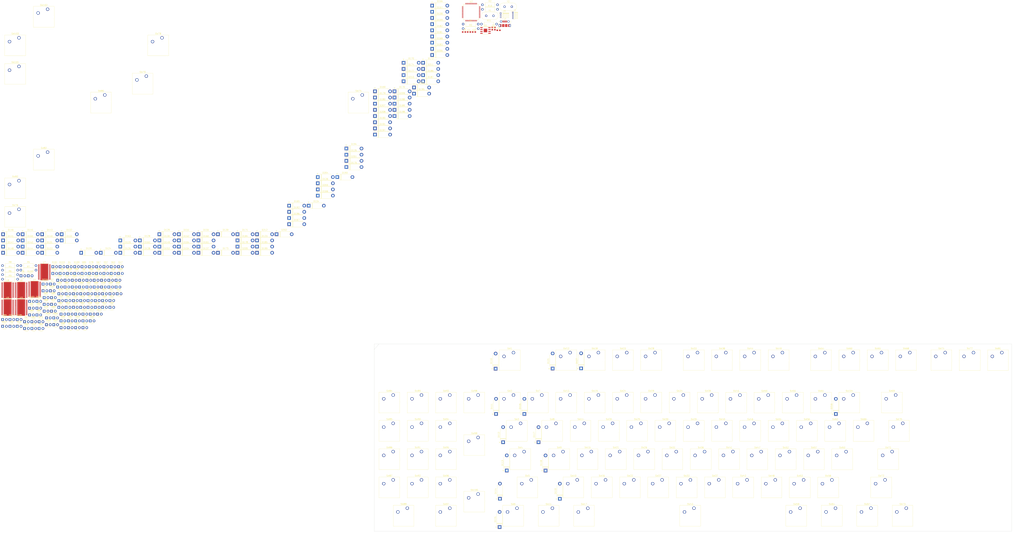
<source format=kicad_pcb>
(kicad_pcb (version 20171130) (host pcbnew "(5.0.2)-1")
  (layers (0 F.Cu signal) (31 B.Cu signal) (34 B.Paste user) (35 F.Paste user) (36 B.SilkS user) (37 F.SilkS user) (38 B.Mask user) (39 F.Mask user) (44 Edge.Cuts user))
  (net 0 "")
  (net 1 +5V)
  (net 2 GND)
  (net 3 /OSC_IN)
  (net 4 /OSC_OUT)
  (net 5 +3V3)
  (net 6 /LSE_OSC_IN)
  (net 7 /LSE_OSC_OUT)
  (net 8 /LedController/logo_r)
  (net 9 /LedController/logo_g)
  (net 10 /LedController/logo_b)
  (net 11 /LedController/tilde_g)
  (net 12 /LedController/tab_g)
  (net 13 /LedController/caps_g)
  (net 14 /LedController/lctrl_g)
  (net 15 /LedController/esc_g)
  (net 16 /LedController/lshift_g)
  (net 17 /LedController/1_g)
  (net 18 /LedController/Q_g)
  (net 19 /LedController/A_g)
  (net 20 /LedController/OS_g)
  (net 21 /LedController/Z_g)
  (net 22 /LedController/S_g)
  (net 23 /LedController/X_g)
  (net 24 /LedController/LALT_g)
  (net 25 /LedController/f1_g)
  (net 26 /LedController/2_g)
  (net 27 /LedController/W_g)
  (net 28 /LedController/f2_g)
  (net 29 /LedController/3_g)
  (net 30 /LedController/E_g)
  (net 31 /LedController/D_g)
  (net 32 /LedController/C_g)
  (net 33 /LedController/f3_g)
  (net 34 /LedController/4_g)
  (net 35 /LedController/R_g)
  (net 36 /LedController/F_g)
  (net 37 /LedController/V_g)
  (net 38 /LedController/SPC1_g)
  (net 39 /LedController/f4_g)
  (net 40 /LedController/5_g)
  (net 41 /LedController/T_g)
  (net 42 /LedController/G_g)
  (net 43 /LedController/B_g)
  (net 44 /LedController/f5_g)
  (net 45 /LedController/6_g)
  (net 46 /LedController/Y_g)
  (net 47 /LedController/H_g)
  (net 48 /LedController/N_g)
  (net 49 /LedController/SPC2_g)
  (net 50 /LedController/f6_g)
  (net 51 /LedController/7_g)
  (net 52 /LedController/U_g)
  (net 53 /LedController/J_g)
  (net 54 /LedController/M_g)
  (net 55 /LedController/8_g)
  (net 56 /LedController/I_g)
  (net 57 /LedController/K_g)
  (net 58 /LedController/<_g)
  (net 59 /LedController/SPC3_g)
  (net 60 /LedController/f7_g)
  (net 61 /LedController/f8_g)
  (net 62 /LedController/9_g)
  (net 63 /LedController/O_g)
  (net 64 /LedController/L_g)
  (net 65 /LedController/>_g)
  (net 66 /LedController/f9_g)
  (net 67 /LedController/0_g)
  (net 68 /LedController/P_g)
  (net 69 /LedController/;_g)
  (net 70 /LedController//_g)
  (net 71 /LedController/RALT_g)
  (net 72 /LedController/nmlk_l_g)
  (net 73 /LedController/numlk_g)
  (net 74 /LedController/n7_g)
  (net 75 /LedController/n4_g)
  (net 76 /LedController/n1_g)
  (net 77 /LedController/n0_g)
  (net 78 /LedController/f10_g)
  (net 79 /LedController/-_g)
  (net 80 /LedController/[_g)
  (net 81 /LedController/'_g)
  (net 82 /LedController/FN_g)
  (net 83 /LedController/scrlk_l_g)
  (net 84 /LedController/n/_g)
  (net 85 /LedController/n8_g)
  (net 86 /LedController/n5_g)
  (net 87 /LedController/n2_g)
  (net 88 /LedController/f11_g)
  (net 89 /LedController/=_g)
  (net 90 /LedController/]_g)
  (net 91 /LedController/FXN_g)
  (net 92 /LedController/caps_l_g)
  (net 93 /LedController/n*_g)
  (net 94 /LedController/n9_g)
  (net 95 /LedController/n6_g)
  (net 96 /LedController/n3_g)
  (net 97 /LedController/n._g)
  (net 98 /LedController/f12_g)
  (net 99 /LedController/backspace_g)
  (net 100 /LedController/\_g)
  (net 101 /LedController/enter_g)
  (net 102 /LedController/SHIFT_g)
  (net 103 /LedController/CTRL_g)
  (net 104 /LedController/n__g)
  (net 105 /LedController/n+_g)
  (net 106 /LedController/nENT_g)
  (net 107 /LedController/prnt_g)
  (net 108 /LedController/ins_g)
  (net 109 /LedController/del_g)
  (net 110 /LedController/left_g)
  (net 111 /LedController/scrlk_g)
  (net 112 /LedController/home_g)
  (net 113 /LedController/end_g)
  (net 114 /LedController/up_g)
  (net 115 /LedController/down_g)
  (net 116 /LedController/pause_g)
  (net 117 /col0)
  (net 118 "Net-(D110-Pad2)")
  (net 119 "Net-(D111-Pad2)")
  (net 120 "Net-(D112-Pad2)")
  (net 121 "Net-(D113-Pad2)")
  (net 122 "Net-(D114-Pad2)")
  (net 123 "Net-(D115-Pad2)")
  (net 124 "Net-(D116-Pad2)")
  (net 125 /col1)
  (net 126 "Net-(D117-Pad2)")
  (net 127 "Net-(D118-Pad2)")
  (net 128 "Net-(D119-Pad2)")
  (net 129 "Net-(D120-Pad2)")
  (net 130 "Net-(D121-Pad2)")
  (net 131 /col2)
  (net 132 "Net-(D122-Pad2)")
  (net 133 "Net-(D123-Pad2)")
  (net 134 "Net-(D124-Pad2)")
  (net 135 "Net-(D125-Pad2)")
  (net 136 "Net-(D126-Pad2)")
  (net 137 /col3)
  (net 138 "Net-(D127-Pad2)")
  (net 139 "Net-(D128-Pad2)")
  (net 140 "Net-(D129-Pad2)")
  (net 141 "Net-(D130-Pad2)")
  (net 142 "Net-(D131-Pad2)")
  (net 143 /col4)
  (net 144 "Net-(D132-Pad2)")
  (net 145 "Net-(D133-Pad2)")
  (net 146 "Net-(D134-Pad2)")
  (net 147 "Net-(D135-Pad2)")
  (net 148 "Net-(D136-Pad2)")
  (net 149 /col5)
  (net 150 "Net-(D137-Pad2)")
  (net 151 "Net-(D138-Pad2)")
  (net 152 "Net-(D139-Pad2)")
  (net 153 "Net-(D140-Pad2)")
  (net 154 "Net-(D141-Pad2)")
  (net 155 /col6)
  (net 156 "Net-(D142-Pad2)")
  (net 157 "Net-(D143-Pad2)")
  (net 158 "Net-(D144-Pad2)")
  (net 159 "Net-(D145-Pad2)")
  (net 160 "Net-(D146-Pad2)")
  (net 161 /col7)
  (net 162 "Net-(D147-Pad2)")
  (net 163 "Net-(D148-Pad2)")
  (net 164 "Net-(D149-Pad2)")
  (net 165 "Net-(D150-Pad2)")
  (net 166 "Net-(D151-Pad2)")
  (net 167 "Net-(D152-Pad2)")
  (net 168 /col8)
  (net 169 "Net-(D153-Pad2)")
  (net 170 "Net-(D154-Pad2)")
  (net 171 "Net-(D155-Pad2)")
  (net 172 "Net-(D156-Pad2)")
  (net 173 "Net-(D157-Pad2)")
  (net 174 /col9)
  (net 175 "Net-(D158-Pad2)")
  (net 176 "Net-(D159-Pad2)")
  (net 177 "Net-(D160-Pad2)")
  (net 178 "Net-(D161-Pad2)")
  (net 179 "Net-(D162-Pad2)")
  (net 180 /col10)
  (net 181 "Net-(D163-Pad2)")
  (net 182 "Net-(D164-Pad2)")
  (net 183 "Net-(D165-Pad2)")
  (net 184 "Net-(D166-Pad2)")
  (net 185 "Net-(D167-Pad2)")
  (net 186 "Net-(D168-Pad2)")
  (net 187 "Net-(D169-Pad2)")
  (net 188 /col11)
  (net 189 "Net-(D170-Pad2)")
  (net 190 "Net-(D171-Pad2)")
  (net 191 "Net-(D172-Pad2)")
  (net 192 "Net-(D173-Pad2)")
  (net 193 /col12)
  (net 194 "Net-(D174-Pad2)")
  (net 195 "Net-(D175-Pad2)")
  (net 196 "Net-(D176-Pad2)")
  (net 197 "Net-(D177-Pad2)")
  (net 198 /col13)
  (net 199 "Net-(D178-Pad2)")
  (net 200 "Net-(D179-Pad2)")
  (net 201 "Net-(D180-Pad2)")
  (net 202 "Net-(D181-Pad2)")
  (net 203 "Net-(D182-Pad2)")
  (net 204 "Net-(D183-Pad2)")
  (net 205 /col14)
  (net 206 "Net-(D184-Pad2)")
  (net 207 "Net-(D185-Pad2)")
  (net 208 "Net-(D186-Pad2)")
  (net 209 /col15)
  (net 210 "Net-(D187-Pad2)")
  (net 211 "Net-(D188-Pad2)")
  (net 212 "Net-(D189-Pad2)")
  (net 213 "Net-(D190-Pad2)")
  (net 214 "Net-(D191-Pad2)")
  (net 215 "Net-(D192-Pad2)")
  (net 216 /col16)
  (net 217 "Net-(D193-Pad2)")
  (net 218 "Net-(D194-Pad2)")
  (net 219 "Net-(D195-Pad2)")
  (net 220 /col17)
  (net 221 "Net-(D196-Pad2)")
  (net 222 "Net-(D197-Pad2)")
  (net 223 "Net-(D198-Pad2)")
  (net 224 "Net-(D199-Pad2)")
  (net 225 "Net-(D200-Pad2)")
  (net 226 /col18)
  (net 227 "Net-(D201-Pad2)")
  (net 228 "Net-(D202-Pad2)")
  (net 229 "Net-(D203-Pad2)")
  (net 230 "Net-(D204-Pad2)")
  (net 231 /col19)
  (net 232 "Net-(D205-Pad2)")
  (net 233 "Net-(D206-Pad2)")
  (net 234 "Net-(D207-Pad2)")
  (net 235 "Net-(D208-Pad2)")
  (net 236 "Net-(D209-Pad2)")
  (net 237 "Net-(D210-Pad2)")
  (net 238 /col20)
  (net 239 "Net-(D211-Pad2)")
  (net 240 "Net-(D212-Pad2)")
  (net 241 /LedController/pgup_g)
  (net 242 /LedController/pgdn_g)
  (net 243 /LedController/right_g)
  (net 244 /NRST)
  (net 245 /SWDCLK)
  (net 246 /SWDIO)
  (net 247 "Net-(J2-Pad2)")
  (net 248 "Net-(J2-Pad4)")
  (net 249 "Net-(J2-Pad3)")
  (net 250 "Net-(J3-Pad2)")
  (net 251 "Net-(R3-Pad1)")
  (net 252 "Net-(R4-Pad1)")
  (net 253 "Net-(R5-Pad1)")
  (net 254 "Net-(R6-Pad1)")
  (net 255 "Net-(R7-Pad1)")
  (net 256 "Net-(R8-Pad1)")
  (net 257 "Net-(R9-Pad1)")
  (net 258 /USB_DP)
  (net 259 /USB_DM)
  (net 260 /row0)
  (net 261 /row1)
  (net 262 /row2)
  (net 263 /row3)
  (net 264 /row4)
  (net 265 /row5)
  (net 266 "Net-(U1-Pad4)")
  (net 267 "Net-(U1-Pad5)")
  (net 268 "Net-(U2-Pad2)")
  (net 269 /LED_DATA_CK)
  (net 270 /LED_DATA_OUT)
  (net 271 "Net-(U2-Pad25)")
  (net 272 "Net-(U2-Pad37)")
  (net 273 "Net-(U2-Pad38)")
  (net 274 "Net-(U2-Pad39)")
  (net 275 "Net-(U2-Pad40)")
  (net 276 /LED_LATCH)
  (net 277 /LED_BLANK)
  (net 278 "Net-(U2-Pad43)")
  (net 279 "Net-(U2-Pad50)")
  (net 280 "Net-(U2-Pad51)")
  (net 281 "Net-(U2-Pad52)")
  (net 282 "Net-(U2-Pad53)")
  (net 283 "Net-(U2-Pad54)")
  (net 284 "Net-(U3-Pad29)")
  (net 285 "Net-(U3-Pad25)")
  (net 286 "Net-(U3-Pad24)")
  (net 287 "Net-(U3-Pad23)")
  (net 288 "Net-(U3-Pad22)")
  (net 289 "Net-(U3-Pad6)")
  (net 290 "Net-(U4-Pad29)")
  (net 291 "Net-(U5-Pad29)")
  (net 292 "Net-(U6-Pad29)")
  (net 293 "Net-(U6-Pad28)")
  (net 294 "Net-(U6-Pad16)")
  (net 295 "Net-(U6-Pad12)")
  (net 296 "Net-(U6-Pad11)")
  (net 297 "Net-(U6-Pad10)")
  (net 298 "Net-(U6-Pad8)")
  (net 299 "Net-(U7-Pad5)")
  (net 300 "Net-(U7-Pad7)")
  (net 301 "Net-(U7-Pad9)")
  (net 302 "Net-(U7-Pad17)")
  (net 303 "Net-(U7-Pad19)")
  (net 304 "Net-(U7-Pad21)")
  (net 305 "Net-(U7-Pad23)")
  (net 306 "Net-(U7-Pad29)")
  (net 307 "Net-(U8-Pad8)")
  (net 308 "Net-(U8-Pad10)")
  (net 309 "Net-(U8-Pad14)")
  (net 310 "Net-(U8-Pad15)")
  (net 311 "Net-(U8-Pad16)")
  (net 312 "Net-(U8-Pad17)")
  (net 313 "Net-(U8-Pad18)")
  (net 314 "Net-(U8-Pad19)")
  (net 315 "Net-(U8-Pad20)")
  (net 316 "Net-(U8-Pad21)")
  (net 317 "Net-(U8-Pad22)")
  (net 318 "Net-(U8-Pad23)")
  (net 319 "Net-(U8-Pad24)")
  (net 320 "Net-(U8-Pad25)")
  (net 321 "Net-(U8-Pad26)")
  (net 322 "Net-(U8-Pad27)")
  (net 323 "Net-(U8-Pad28)")
  (net 324 /LedController/SOUT)
  (net 325 "Net-(D216-Pad2)")
  (module Capacitor_SMD:C_0603_1608Metric_Pad1.05x0.95mm_HandSolder (layer F.Cu) (at 329.135001 36.805001)
    (fp_text reference C1 (at 0 -1.43) (layer F.SilkS))
    (fp_text value 0.1uF)
    (pad 1 smd roundrect (at -0.875 0) (size 1.05 0.95) (layers F.Cu F.Paste F.Mask) (net 1 +5V))
    (pad 2 smd roundrect (at 0.875 0) (size 1.05 0.95) (layers F.Cu F.Paste F.Mask) (net 2 GND))
  )
  (module Capacitor_SMD:C_0603_1608Metric_Pad1.05x0.95mm_HandSolder (layer F.Cu) (at 325.785001 36.805001)
    (fp_text reference C2 (at 0 -1.43) (layer F.SilkS))
    (fp_text value 20pf)
    (pad 2 smd roundrect (at 0.875 0) (size 1.05 0.95) (layers F.Cu F.Paste F.Mask) (net 2 GND))
    (pad 1 smd roundrect (at -0.875 0) (size 1.05 0.95) (layers F.Cu F.Paste F.Mask) (net 3 /OSC_IN))
  )
  (module Capacitor_SMD:C_0603_1608Metric_Pad1.05x0.95mm_HandSolder (layer F.Cu) (at 332.485001 36.805001)
    (fp_text reference C3 (at 0 -1.43) (layer F.SilkS))
    (fp_text value 20pf)
    (pad 1 smd roundrect (at -0.875 0) (size 1.05 0.95) (layers F.Cu F.Paste F.Mask) (net 4 /OSC_OUT))
    (pad 2 smd roundrect (at 0.875 0) (size 1.05 0.95) (layers F.Cu F.Paste F.Mask) (net 2 GND))
  )
  (module Capacitor_SMD:C_0603_1608Metric_Pad1.05x0.95mm_HandSolder (layer F.Cu) (at 345.645001 33.755001)
    (fp_text reference C4 (at 0 -1.43) (layer F.SilkS))
    (fp_text value 2.2uF)
    (pad 2 smd roundrect (at 0.875 0) (size 1.05 0.95) (layers F.Cu F.Paste F.Mask) (net 2 GND))
    (pad 1 smd roundrect (at -0.875 0) (size 1.05 0.95) (layers F.Cu F.Paste F.Mask) (net 5 +3V3))
  )
  (module Capacitor_SMD:C_0603_1608Metric_Pad1.05x0.95mm_HandSolder (layer F.Cu) (at 345.645001 35.265001)
    (fp_text reference C5 (at 0 -1.43) (layer F.SilkS))
    (fp_text value 20pf)
    (pad 1 smd roundrect (at -0.875 0) (size 1.05 0.95) (layers F.Cu F.Paste F.Mask) (net 6 /LSE_OSC_IN))
    (pad 2 smd roundrect (at 0.875 0) (size 1.05 0.95) (layers F.Cu F.Paste F.Mask) (net 2 GND))
  )
  (module Capacitor_SMD:C_0603_1608Metric_Pad1.05x0.95mm_HandSolder (layer F.Cu) (at 348.995001 35.655001)
    (fp_text reference C6 (at 0 -1.43) (layer F.SilkS))
    (fp_text value 20pf)
    (pad 2 smd roundrect (at 0.875 0) (size 1.05 0.95) (layers F.Cu F.Paste F.Mask) (net 2 GND))
    (pad 1 smd roundrect (at -0.875 0) (size 1.05 0.95) (layers F.Cu F.Paste F.Mask) (net 7 /LSE_OSC_OUT))
  )
  (module LED_THT:LED_D3.0mm_Clear (layer F.Cu) (at 43.275001 210.685001)
    (fp_text reference D1 (at 1.27 -2.96) (layer F.SilkS))
    (fp_text value LED)
    (pad 1 thru_hole rect (at 0 0) (size 1.8 1.8) (drill 0.9) (layers *.Cu *.Mask) (net 8 /LedController/logo_r))
    (pad 2 thru_hole circle (at 2.54 0) (size 1.8 1.8) (drill 0.9) (layers *.Cu *.Mask) (net 1 +5V))
  )
  (module LED_THT:LED_D3.0mm_Clear (layer F.Cu) (at 21.025001 234.535001)
    (fp_text reference D2 (at 1.27 -2.96) (layer F.SilkS))
    (fp_text value LED)
    (pad 2 thru_hole circle (at 2.54 0) (size 1.8 1.8) (drill 0.9) (layers *.Cu *.Mask) (net 1 +5V))
    (pad 1 thru_hole rect (at 0 0) (size 1.8 1.8) (drill 0.9) (layers *.Cu *.Mask) (net 9 /LedController/logo_g))
  )
  (module LED_THT:LED_D3.0mm_Clear (layer F.Cu) (at 34.225001 222.335001)
    (fp_text reference D3 (at 1.27 -2.96) (layer F.SilkS))
    (fp_text value LED)
    (pad 1 thru_hole rect (at 0 0) (size 1.8 1.8) (drill 0.9) (layers *.Cu *.Mask) (net 10 /LedController/logo_b))
    (pad 2 thru_hole circle (at 2.54 0) (size 1.8 1.8) (drill 0.9) (layers *.Cu *.Mask) (net 1 +5V))
  )
  (module LED_THT:LED_D3.0mm_Clear (layer F.Cu) (at 59.595001 194.485001)
    (fp_text reference D4 (at 1.27 -2.96) (layer F.SilkS))
    (fp_text value LED)
    (pad 1 thru_hole rect (at 0 0) (size 1.8 1.8) (drill 0.9) (layers *.Cu *.Mask) (net 11 /LedController/tilde_g))
    (pad 2 thru_hole circle (at 2.54 0) (size 1.8 1.8) (drill 0.9) (layers *.Cu *.Mask) (net 1 +5V))
  )
  (module LED_THT:LED_D3.0mm_Clear (layer F.Cu) (at 54.695001 199.035001)
    (fp_text reference D5 (at 1.27 -2.96) (layer F.SilkS))
    (fp_text value LED)
    (pad 2 thru_hole circle (at 2.54 0) (size 1.8 1.8) (drill 0.9) (layers *.Cu *.Mask) (net 1 +5V))
    (pad 1 thru_hole rect (at 0 0) (size 1.8 1.8) (drill 0.9) (layers *.Cu *.Mask) (net 12 /LedController/tab_g))
  )
  (module LED_THT:LED_D3.0mm_Clear (layer F.Cu) (at 28.435001 200.585001)
    (fp_text reference D6 (at 1.27 -2.96) (layer F.SilkS))
    (fp_text value LED)
    (pad 1 thru_hole rect (at 0 0) (size 1.8 1.8) (drill 0.9) (layers *.Cu *.Mask) (net 13 /LedController/caps_g))
    (pad 2 thru_hole circle (at 2.54 0) (size 1.8 1.8) (drill 0.9) (layers *.Cu *.Mask) (net 1 +5V))
  )
  (module LED_THT:LED_D3.0mm_Clear (layer F.Cu) (at 48.175001 206.135001)
    (fp_text reference D7 (at 1.27 -2.96) (layer F.SilkS))
    (fp_text value LED)
    (pad 1 thru_hole rect (at 0 0) (size 1.8 1.8) (drill 0.9) (layers *.Cu *.Mask) (net 14 /LedController/lctrl_g))
    (pad 2 thru_hole circle (at 2.54 0) (size 1.8 1.8) (drill 0.9) (layers *.Cu *.Mask) (net 1 +5V))
  )
  (module LED_THT:LED_D3.0mm_Clear (layer F.Cu) (at 69.395001 199.035001)
    (fp_text reference D8 (at 1.27 -2.96) (layer F.SilkS))
    (fp_text value LED)
    (pad 2 thru_hole circle (at 2.54 0) (size 1.8 1.8) (drill 0.9) (layers *.Cu *.Mask) (net 1 +5V))
    (pad 1 thru_hole rect (at 0 0) (size 1.8 1.8) (drill 0.9) (layers *.Cu *.Mask) (net 15 /LedController/esc_g))
  )
  (module LED_THT:LED_D3.0mm_Clear (layer F.Cu) (at 88.125001 221.785001)
    (fp_text reference D9 (at 1.27 -2.96) (layer F.SilkS))
    (fp_text value LED)
    (pad 2 thru_hole circle (at 2.54 0) (size 1.8 1.8) (drill 0.9) (layers *.Cu *.Mask) (net 1 +5V))
    (pad 1 thru_hole rect (at 0 0) (size 1.8 1.8) (drill 0.9) (layers *.Cu *.Mask) (net 16 /LedController/lshift_g))
  )
  (module LED_THT:LED_D3.0mm_Clear (layer F.Cu) (at 74.925001 230.885001)
    (fp_text reference D10 (at 1.27 -2.96) (layer F.SilkS))
    (fp_text value LED)
    (pad 2 thru_hole circle (at 2.54 0) (size 1.8 1.8) (drill 0.9) (layers *.Cu *.Mask) (net 1 +5V))
    (pad 1 thru_hole rect (at 0 0) (size 1.8 1.8) (drill 0.9) (layers *.Cu *.Mask) (net 17 /LedController/1_g))
  )
  (module LED_THT:LED_D3.0mm_Clear (layer F.Cu) (at 93.025001 212.685001)
    (fp_text reference D11 (at 1.27 -2.96) (layer F.SilkS))
    (fp_text value LED)
    (pad 1 thru_hole rect (at 0 0) (size 1.8 1.8) (drill 0.9) (layers *.Cu *.Mask) (net 18 /LedController/Q_g))
    (pad 2 thru_hole circle (at 2.54 0) (size 1.8 1.8) (drill 0.9) (layers *.Cu *.Mask) (net 1 +5V))
  )
  (module LED_THT:LED_D3.0mm_Clear (layer F.Cu) (at 88.125001 217.235001)
    (fp_text reference D12 (at 1.27 -2.96) (layer F.SilkS))
    (fp_text value LED)
    (pad 2 thru_hole circle (at 2.54 0) (size 1.8 1.8) (drill 0.9) (layers *.Cu *.Mask) (net 1 +5V))
    (pad 1 thru_hole rect (at 0 0) (size 1.8 1.8) (drill 0.9) (layers *.Cu *.Mask) (net 19 /LedController/A_g))
  )
  (module LED_THT:LED_D3.0mm_Clear (layer F.Cu) (at 70.025001 235.435001)
    (fp_text reference D13 (at 1.27 -2.96) (layer F.SilkS))
    (fp_text value LED)
    (pad 1 thru_hole rect (at 0 0) (size 1.8 1.8) (drill 0.9) (layers *.Cu *.Mask) (net 20 /LedController/OS_g))
    (pad 2 thru_hole circle (at 2.54 0) (size 1.8 1.8) (drill 0.9) (layers *.Cu *.Mask) (net 1 +5V))
  )
  (module LED_THT:LED_D3.0mm_Clear (layer F.Cu) (at 83.225001 221.785001)
    (fp_text reference D14 (at 1.27 -2.96) (layer F.SilkS))
    (fp_text value LED)
    (pad 1 thru_hole rect (at 0 0) (size 1.8 1.8) (drill 0.9) (layers *.Cu *.Mask) (net 21 /LedController/Z_g))
    (pad 2 thru_hole circle (at 2.54 0) (size 1.8 1.8) (drill 0.9) (layers *.Cu *.Mask) (net 1 +5V))
  )
  (module LED_THT:LED_D3.0mm_Clear (layer F.Cu) (at 74.925001 226.335001)
    (fp_text reference D15 (at 1.27 -2.96) (layer F.SilkS))
    (fp_text value LED)
    (pad 2 thru_hole circle (at 2.54 0) (size 1.8 1.8) (drill 0.9) (layers *.Cu *.Mask) (net 1 +5V))
    (pad 1 thru_hole rect (at 0 0) (size 1.8 1.8) (drill 0.9) (layers *.Cu *.Mask) (net 22 /LedController/S_g))
  )
  (module LED_THT:LED_D3.0mm_Clear (layer F.Cu) (at 70.025001 230.885001)
    (fp_text reference D16 (at 1.27 -2.96) (layer F.SilkS))
    (fp_text value LED)
    (pad 1 thru_hole rect (at 0 0) (size 1.8 1.8) (drill 0.9) (layers *.Cu *.Mask) (net 23 /LedController/X_g))
    (pad 2 thru_hole circle (at 2.54 0) (size 1.8 1.8) (drill 0.9) (layers *.Cu *.Mask) (net 1 +5V))
  )
  (module LED_THT:LED_D3.0mm_Clear (layer F.Cu) (at 88.125001 212.685001)
    (fp_text reference D17 (at 1.27 -2.96) (layer F.SilkS))
    (fp_text value LED)
    (pad 2 thru_hole circle (at 2.54 0) (size 1.8 1.8) (drill 0.9) (layers *.Cu *.Mask) (net 1 +5V))
    (pad 1 thru_hole rect (at 0 0) (size 1.8 1.8) (drill 0.9) (layers *.Cu *.Mask) (net 24 /LedController/LALT_g))
  )
  (module LED_THT:LED_D3.0mm_Clear (layer F.Cu) (at 83.225001 217.235001)
    (fp_text reference D18 (at 1.27 -2.96) (layer F.SilkS))
    (fp_text value LED)
    (pad 1 thru_hole rect (at 0 0) (size 1.8 1.8) (drill 0.9) (layers *.Cu *.Mask) (net 25 /LedController/f1_g))
    (pad 2 thru_hole circle (at 2.54 0) (size 1.8 1.8) (drill 0.9) (layers *.Cu *.Mask) (net 1 +5V))
  )
  (module LED_THT:LED_D3.0mm_Clear (layer F.Cu) (at 79.825001 226.335001)
    (fp_text reference D19 (at 1.27 -2.96) (layer F.SilkS))
    (fp_text value LED)
    (pad 2 thru_hole circle (at 2.54 0) (size 1.8 1.8) (drill 0.9) (layers *.Cu *.Mask) (net 1 +5V))
    (pad 1 thru_hole rect (at 0 0) (size 1.8 1.8) (drill 0.9) (layers *.Cu *.Mask) (net 26 /LedController/2_g))
  )
  (module LED_THT:LED_D3.0mm_Clear (layer F.Cu) (at 78.325001 221.785001)
    (fp_text reference D20 (at 1.27 -2.96) (layer F.SilkS))
    (fp_text value LED)
    (pad 1 thru_hole rect (at 0 0) (size 1.8 1.8) (drill 0.9) (layers *.Cu *.Mask) (net 27 /LedController/W_g))
    (pad 2 thru_hole circle (at 2.54 0) (size 1.8 1.8) (drill 0.9) (layers *.Cu *.Mask) (net 1 +5V))
  )
  (module LED_THT:LED_D3.0mm_Clear (layer F.Cu) (at 87.375001 203.585001)
    (fp_text reference D21 (at 1.27 -2.96) (layer F.SilkS))
    (fp_text value LED)
    (pad 1 thru_hole rect (at 0 0) (size 1.8 1.8) (drill 0.9) (layers *.Cu *.Mask) (net 28 /LedController/f2_g))
    (pad 2 thru_hole circle (at 2.54 0) (size 1.8 1.8) (drill 0.9) (layers *.Cu *.Mask) (net 1 +5V))
  )
  (module LED_THT:LED_D3.0mm_Clear (layer F.Cu) (at 70.025001 226.335001)
    (fp_text reference D22 (at 1.27 -2.96) (layer F.SilkS))
    (fp_text value LED)
    (pad 2 thru_hole circle (at 2.54 0) (size 1.8 1.8) (drill 0.9) (layers *.Cu *.Mask) (net 1 +5V))
    (pad 1 thru_hole rect (at 0 0) (size 1.8 1.8) (drill 0.9) (layers *.Cu *.Mask) (net 29 /LedController/3_g))
  )
  (module LED_THT:LED_D3.0mm_Clear (layer F.Cu) (at 65.125001 230.885001)
    (fp_text reference D23 (at 1.27 -2.96) (layer F.SilkS))
    (fp_text value LED)
    (pad 1 thru_hole rect (at 0 0) (size 1.8 1.8) (drill 0.9) (layers *.Cu *.Mask) (net 30 /LedController/E_g))
    (pad 2 thru_hole circle (at 2.54 0) (size 1.8 1.8) (drill 0.9) (layers *.Cu *.Mask) (net 1 +5V))
  )
  (module LED_THT:LED_D3.0mm_Clear (layer F.Cu) (at 83.225001 212.685001)
    (fp_text reference D24 (at 1.27 -2.96) (layer F.SilkS))
    (fp_text value LED)
    (pad 2 thru_hole circle (at 2.54 0) (size 1.8 1.8) (drill 0.9) (layers *.Cu *.Mask) (net 1 +5V))
    (pad 1 thru_hole rect (at 0 0) (size 1.8 1.8) (drill 0.9) (layers *.Cu *.Mask) (net 31 /LedController/D_g))
  )
  (module LED_THT:LED_D3.0mm_Clear (layer F.Cu) (at 78.325001 217.235001)
    (fp_text reference D25 (at 1.27 -2.96) (layer F.SilkS))
    (fp_text value LED)
    (pad 1 thru_hole rect (at 0 0) (size 1.8 1.8) (drill 0.9) (layers *.Cu *.Mask) (net 32 /LedController/C_g))
    (pad 2 thru_hole circle (at 2.54 0) (size 1.8 1.8) (drill 0.9) (layers *.Cu *.Mask) (net 1 +5V))
  )
  (module LED_THT:LED_D3.0mm_Clear (layer F.Cu) (at 60.225001 235.435001)
    (fp_text reference D26 (at 1.27 -2.96) (layer F.SilkS))
    (fp_text value LED)
    (pad 1 thru_hole rect (at 0 0) (size 1.8 1.8) (drill 0.9) (layers *.Cu *.Mask) (net 33 /LedController/f3_g))
    (pad 2 thru_hole circle (at 2.54 0) (size 1.8 1.8) (drill 0.9) (layers *.Cu *.Mask) (net 1 +5V))
  )
  (module LED_THT:LED_D3.0mm_Clear (layer F.Cu) (at 92.275001 203.585001)
    (fp_text reference D27 (at 1.27 -2.96) (layer F.SilkS))
    (fp_text value LED)
    (pad 2 thru_hole circle (at 2.54 0) (size 1.8 1.8) (drill 0.9) (layers *.Cu *.Mask) (net 1 +5V))
    (pad 1 thru_hole rect (at 0 0) (size 1.8 1.8) (drill 0.9) (layers *.Cu *.Mask) (net 34 /LedController/4_g))
  )
  (module LED_THT:LED_D3.0mm_Clear (layer F.Cu) (at 73.425001 221.785001)
    (fp_text reference D28 (at 1.27 -2.96) (layer F.SilkS))
    (fp_text value LED)
    (pad 1 thru_hole rect (at 0 0) (size 1.8 1.8) (drill 0.9) (layers *.Cu *.Mask) (net 35 /LedController/R_g))
    (pad 2 thru_hole circle (at 2.54 0) (size 1.8 1.8) (drill 0.9) (layers *.Cu *.Mask) (net 1 +5V))
  )
  (module LED_THT:LED_D3.0mm_Clear (layer F.Cu) (at 87.375001 208.135001)
    (fp_text reference D29 (at 1.27 -2.96) (layer F.SilkS))
    (fp_text value LED)
    (pad 2 thru_hole circle (at 2.54 0) (size 1.8 1.8) (drill 0.9) (layers *.Cu *.Mask) (net 1 +5V))
    (pad 1 thru_hole rect (at 0 0) (size 1.8 1.8) (drill 0.9) (layers *.Cu *.Mask) (net 36 /LedController/F_g))
  )
  (module LED_THT:LED_D3.0mm_Clear (layer F.Cu) (at 93.895001 199.035001)
    (fp_text reference D30 (at 1.27 -2.96) (layer F.SilkS))
    (fp_text value LED)
    (pad 1 thru_hole rect (at 0 0) (size 1.8 1.8) (drill 0.9) (layers *.Cu *.Mask) (net 37 /LedController/V_g))
    (pad 2 thru_hole circle (at 2.54 0) (size 1.8 1.8) (drill 0.9) (layers *.Cu *.Mask) (net 1 +5V))
  )
  (module LED_THT:LED_D3.0mm_Clear (layer F.Cu) (at 65.125001 226.335001)
    (fp_text reference D31 (at 1.27 -2.96) (layer F.SilkS))
    (fp_text value LED)
    (pad 1 thru_hole rect (at 0 0) (size 1.8 1.8) (drill 0.9) (layers *.Cu *.Mask) (net 38 /LedController/SPC1_g))
    (pad 2 thru_hole circle (at 2.54 0) (size 1.8 1.8) (drill 0.9) (layers *.Cu *.Mask) (net 1 +5V))
  )
  (module LED_THT:LED_D3.0mm_Clear (layer F.Cu) (at 60.225001 230.885001)
    (fp_text reference D32 (at 1.27 -2.96) (layer F.SilkS))
    (fp_text value LED)
    (pad 1 thru_hole rect (at 0 0) (size 1.8 1.8) (drill 0.9) (layers *.Cu *.Mask) (net 39 /LedController/f4_g))
    (pad 2 thru_hole circle (at 2.54 0) (size 1.8 1.8) (drill 0.9) (layers *.Cu *.Mask) (net 1 +5V))
  )
  (module LED_THT:LED_D3.0mm_Clear (layer F.Cu) (at 78.325001 212.685001)
    (fp_text reference D33 (at 1.27 -2.96) (layer F.SilkS))
    (fp_text value LED)
    (pad 2 thru_hole circle (at 2.54 0) (size 1.8 1.8) (drill 0.9) (layers *.Cu *.Mask) (net 1 +5V))
    (pad 1 thru_hole rect (at 0 0) (size 1.8 1.8) (drill 0.9) (layers *.Cu *.Mask) (net 40 /LedController/5_g))
  )
  (module LED_THT:LED_D3.0mm_Clear (layer F.Cu) (at 65.125001 235.435001)
    (fp_text reference D34 (at 1.27 -2.96) (layer F.SilkS))
    (fp_text value LED)
    (pad 2 thru_hole circle (at 2.54 0) (size 1.8 1.8) (drill 0.9) (layers *.Cu *.Mask) (net 1 +5V))
    (pad 1 thru_hole rect (at 0 0) (size 1.8 1.8) (drill 0.9) (layers *.Cu *.Mask) (net 41 /LedController/T_g))
  )
  (module LED_THT:LED_D3.0mm_Clear (layer F.Cu) (at 55.325001 230.885001)
    (fp_text reference D35 (at 1.27 -2.96) (layer F.SilkS))
    (fp_text value LED)
    (pad 1 thru_hole rect (at 0 0) (size 1.8 1.8) (drill 0.9) (layers *.Cu *.Mask) (net 42 /LedController/G_g))
    (pad 2 thru_hole circle (at 2.54 0) (size 1.8 1.8) (drill 0.9) (layers *.Cu *.Mask) (net 1 +5V))
  )
  (module LED_THT:LED_D3.0mm_Clear (layer F.Cu) (at 72.675001 203.585001)
    (fp_text reference D36 (at 1.27 -2.96) (layer F.SilkS))
    (fp_text value LED)
    (pad 2 thru_hole circle (at 2.54 0) (size 1.8 1.8) (drill 0.9) (layers *.Cu *.Mask) (net 1 +5V))
    (pad 1 thru_hole rect (at 0 0) (size 1.8 1.8) (drill 0.9) (layers *.Cu *.Mask) (net 43 /LedController/B_g))
  )
  (module LED_THT:LED_D3.0mm_Clear (layer F.Cu) (at 50.425001 233.435001)
    (fp_text reference D37 (at 1.27 -2.96) (layer F.SilkS))
    (fp_text value LED)
    (pad 2 thru_hole circle (at 2.54 0) (size 1.8 1.8) (drill 0.9) (layers *.Cu *.Mask) (net 1 +5V))
    (pad 1 thru_hole rect (at 0 0) (size 1.8 1.8) (drill 0.9) (layers *.Cu *.Mask) (net 44 /LedController/f5_g))
  )
  (module LED_THT:LED_D3.0mm_Clear (layer F.Cu) (at 55.325001 226.335001)
    (fp_text reference D38 (at 1.27 -2.96) (layer F.SilkS))
    (fp_text value LED)
    (pad 1 thru_hole rect (at 0 0) (size 1.8 1.8) (drill 0.9) (layers *.Cu *.Mask) (net 45 /LedController/6_g))
    (pad 2 thru_hole circle (at 2.54 0) (size 1.8 1.8) (drill 0.9) (layers *.Cu *.Mask) (net 1 +5V))
  )
  (module LED_THT:LED_D3.0mm_Clear (layer F.Cu) (at 77.575001 208.135001)
    (fp_text reference D39 (at 1.27 -2.96) (layer F.SilkS))
    (fp_text value LED)
    (pad 2 thru_hole circle (at 2.54 0) (size 1.8 1.8) (drill 0.9) (layers *.Cu *.Mask) (net 1 +5V))
    (pad 1 thru_hole rect (at 0 0) (size 1.8 1.8) (drill 0.9) (layers *.Cu *.Mask) (net 46 /LedController/Y_g))
  )
  (module LED_THT:LED_D3.0mm_Clear (layer F.Cu) (at 63.625001 221.785001)
    (fp_text reference D40 (at 1.27 -2.96) (layer F.SilkS))
    (fp_text value LED)
    (pad 1 thru_hole rect (at 0 0) (size 1.8 1.8) (drill 0.9) (layers *.Cu *.Mask) (net 47 /LedController/H_g))
    (pad 2 thru_hole circle (at 2.54 0) (size 1.8 1.8) (drill 0.9) (layers *.Cu *.Mask) (net 1 +5V))
  )
  (module LED_THT:LED_D3.0mm_Clear (layer F.Cu) (at 82.475001 203.585001)
    (fp_text reference D41 (at 1.27 -2.96) (layer F.SilkS))
    (fp_text value LED)
    (pad 2 thru_hole circle (at 2.54 0) (size 1.8 1.8) (drill 0.9) (layers *.Cu *.Mask) (net 1 +5V))
    (pad 1 thru_hole rect (at 0 0) (size 1.8 1.8) (drill 0.9) (layers *.Cu *.Mask) (net 48 /LedController/N_g))
  )
  (module LED_THT:LED_D3.0mm_Clear (layer F.Cu) (at 68.525001 217.235001)
    (fp_text reference D42 (at 1.27 -2.96) (layer F.SilkS))
    (fp_text value LED)
    (pad 1 thru_hole rect (at 0 0) (size 1.8 1.8) (drill 0.9) (layers *.Cu *.Mask) (net 49 /LedController/SPC2_g))
    (pad 2 thru_hole circle (at 2.54 0) (size 1.8 1.8) (drill 0.9) (layers *.Cu *.Mask) (net 1 +5V))
  )
  (module LED_THT:LED_D3.0mm_Clear (layer F.Cu) (at 73.425001 212.685001)
    (fp_text reference D43 (at 1.27 -2.96) (layer F.SilkS))
    (fp_text value LED)
    (pad 1 thru_hole rect (at 0 0) (size 1.8 1.8) (drill 0.9) (layers *.Cu *.Mask) (net 50 /LedController/f6_g))
    (pad 2 thru_hole circle (at 2.54 0) (size 1.8 1.8) (drill 0.9) (layers *.Cu *.Mask) (net 1 +5V))
  )
  (module LED_THT:LED_D3.0mm_Clear (layer F.Cu) (at 60.225001 226.335001)
    (fp_text reference D44 (at 1.27 -2.96) (layer F.SilkS))
    (fp_text value LED)
    (pad 1 thru_hole rect (at 0 0) (size 1.8 1.8) (drill 0.9) (layers *.Cu *.Mask) (net 51 /LedController/7_g))
    (pad 2 thru_hole circle (at 2.54 0) (size 1.8 1.8) (drill 0.9) (layers *.Cu *.Mask) (net 1 +5V))
  )
  (module LED_THT:LED_D3.0mm_Clear (layer F.Cu) (at 25.925001 234.535001)
    (fp_text reference D45 (at 1.27 -2.96) (layer F.SilkS))
    (fp_text value LED)
    (pad 2 thru_hole circle (at 2.54 0) (size 1.8 1.8) (drill 0.9) (layers *.Cu *.Mask) (net 1 +5V))
    (pad 1 thru_hole rect (at 0 0) (size 1.8 1.8) (drill 0.9) (layers *.Cu *.Mask) (net 52 /LedController/U_g))
  )
  (module LED_THT:LED_D3.0mm_Clear (layer F.Cu) (at 88.995001 199.035001)
    (fp_text reference D46 (at 1.27 -2.96) (layer F.SilkS))
    (fp_text value LED)
    (pad 1 thru_hole rect (at 0 0) (size 1.8 1.8) (drill 0.9) (layers *.Cu *.Mask) (net 53 /LedController/J_g))
    (pad 2 thru_hole circle (at 2.54 0) (size 1.8 1.8) (drill 0.9) (layers *.Cu *.Mask) (net 1 +5V))
  )
  (module LED_THT:LED_D3.0mm_Clear (layer F.Cu) (at 93.895001 194.485001)
    (fp_text reference D47 (at 1.27 -2.96) (layer F.SilkS))
    (fp_text value LED)
    (pad 2 thru_hole circle (at 2.54 0) (size 1.8 1.8) (drill 0.9) (layers *.Cu *.Mask) (net 1 +5V))
    (pad 1 thru_hole rect (at 0 0) (size 1.8 1.8) (drill 0.9) (layers *.Cu *.Mask) (net 54 /LedController/M_g))
  )
  (module LED_THT:LED_D3.0mm_Clear (layer F.Cu) (at 82.475001 208.135001)
    (fp_text reference D48 (at 1.27 -2.96) (layer F.SilkS))
    (fp_text value LED)
    (pad 2 thru_hole circle (at 2.54 0) (size 1.8 1.8) (drill 0.9) (layers *.Cu *.Mask) (net 1 +5V))
    (pad 1 thru_hole rect (at 0 0) (size 1.8 1.8) (drill 0.9) (layers *.Cu *.Mask) (net 55 /LedController/8_g))
  )
  (module LED_THT:LED_D3.0mm_Clear (layer F.Cu) (at 84.095001 199.035001)
    (fp_text reference D49 (at 1.27 -2.96) (layer F.SilkS))
    (fp_text value LED)
    (pad 1 thru_hole rect (at 0 0) (size 1.8 1.8) (drill 0.9) (layers *.Cu *.Mask) (net 56 /LedController/I_g))
    (pad 2 thru_hole circle (at 2.54 0) (size 1.8 1.8) (drill 0.9) (layers *.Cu *.Mask) (net 1 +5V))
  )
  (module LED_THT:LED_D3.0mm_Clear (layer F.Cu) (at 68.525001 212.685001)
    (fp_text reference D50 (at 1.27 -2.96) (layer F.SilkS))
    (fp_text value LED)
    (pad 2 thru_hole circle (at 2.54 0) (size 1.8 1.8) (drill 0.9) (layers *.Cu *.Mask) (net 1 +5V))
    (pad 1 thru_hole rect (at 0 0) (size 1.8 1.8) (drill 0.9) (layers *.Cu *.Mask) (net 57 /LedController/K_g))
  )
  (module LED_THT:LED_D3.0mm_Clear (layer F.Cu) (at 63.625001 217.235001)
    (fp_text reference D51 (at 1.27 -2.96) (layer F.SilkS))
    (fp_text value LED)
    (pad 1 thru_hole rect (at 0 0) (size 1.8 1.8) (drill 0.9) (layers *.Cu *.Mask) (net 58 /LedController/<_g))
    (pad 2 thru_hole circle (at 2.54 0) (size 1.8 1.8) (drill 0.9) (layers *.Cu *.Mask) (net 1 +5V))
  )
  (module LED_THT:LED_D3.0mm_Clear (layer F.Cu) (at 77.575001 203.585001)
    (fp_text reference D52 (at 1.27 -2.96) (layer F.SilkS))
    (fp_text value LED)
    (pad 1 thru_hole rect (at 0 0) (size 1.8 1.8) (drill 0.9) (layers *.Cu *.Mask) (net 59 /LedController/SPC3_g))
    (pad 2 thru_hole circle (at 2.54 0) (size 1.8 1.8) (drill 0.9) (layers *.Cu *.Mask) (net 1 +5V))
  )
  (module LED_THT:LED_D3.0mm_Clear (layer F.Cu) (at 58.725001 221.785001)
    (fp_text reference D53 (at 1.27 -2.96) (layer F.SilkS))
    (fp_text value LED)
    (pad 2 thru_hole circle (at 2.54 0) (size 1.8 1.8) (drill 0.9) (layers *.Cu *.Mask) (net 1 +5V))
    (pad 1 thru_hole rect (at 0 0) (size 1.8 1.8) (drill 0.9) (layers *.Cu *.Mask) (net 60 /LedController/f7_g))
  )
  (module LED_THT:LED_D3.0mm_Clear (layer F.Cu) (at 72.675001 208.135001)
    (fp_text reference D54 (at 1.27 -2.96) (layer F.SilkS))
    (fp_text value LED)
    (pad 1 thru_hole rect (at 0 0) (size 1.8 1.8) (drill 0.9) (layers *.Cu *.Mask) (net 61 /LedController/f8_g))
    (pad 2 thru_hole circle (at 2.54 0) (size 1.8 1.8) (drill 0.9) (layers *.Cu *.Mask) (net 1 +5V))
  )
  (module LED_THT:LED_D3.0mm_Clear (layer F.Cu) (at 45.525001 233.435001)
    (fp_text reference D55 (at 1.27 -2.96) (layer F.SilkS))
    (fp_text value LED)
    (pad 2 thru_hole circle (at 2.54 0) (size 1.8 1.8) (drill 0.9) (layers *.Cu *.Mask) (net 1 +5V))
    (pad 1 thru_hole rect (at 0 0) (size 1.8 1.8) (drill 0.9) (layers *.Cu *.Mask) (net 62 /LedController/9_g))
  )
  (module LED_THT:LED_D3.0mm_Clear (layer F.Cu) (at 50.425001 228.885001)
    (fp_text reference D56 (at 1.27 -2.96) (layer F.SilkS))
    (fp_text value LED)
    (pad 1 thru_hole rect (at 0 0) (size 1.8 1.8) (drill 0.9) (layers *.Cu *.Mask) (net 63 /LedController/O_g))
    (pad 2 thru_hole circle (at 2.54 0) (size 1.8 1.8) (drill 0.9) (layers *.Cu *.Mask) (net 1 +5V))
  )
  (module LED_THT:LED_D3.0mm_Clear (layer F.Cu) (at 84.095001 194.485001)
    (fp_text reference D57 (at 1.27 -2.96) (layer F.SilkS))
    (fp_text value LED)
    (pad 2 thru_hole circle (at 2.54 0) (size 1.8 1.8) (drill 0.9) (layers *.Cu *.Mask) (net 1 +5V))
    (pad 1 thru_hole rect (at 0 0) (size 1.8 1.8) (drill 0.9) (layers *.Cu *.Mask) (net 64 /LedController/L_g))
  )
  (module LED_THT:LED_D3.0mm_Clear (layer F.Cu) (at 79.195001 199.035001)
    (fp_text reference D58 (at 1.27 -2.96) (layer F.SilkS))
    (fp_text value LED)
    (pad 1 thru_hole rect (at 0 0) (size 1.8 1.8) (drill 0.9) (layers *.Cu *.Mask) (net 65 /LedController/>_g))
    (pad 2 thru_hole circle (at 2.54 0) (size 1.8 1.8) (drill 0.9) (layers *.Cu *.Mask) (net 1 +5V))
  )
  (module LED_THT:LED_D3.0mm_Clear (layer F.Cu) (at 45.525001 228.885001)
    (fp_text reference D59 (at 1.27 -2.96) (layer F.SilkS))
    (fp_text value LED)
    (pad 2 thru_hole circle (at 2.54 0) (size 1.8 1.8) (drill 0.9) (layers *.Cu *.Mask) (net 1 +5V))
    (pad 1 thru_hole rect (at 0 0) (size 1.8 1.8) (drill 0.9) (layers *.Cu *.Mask) (net 66 /LedController/f9_g))
  )
  (module LED_THT:LED_D3.0mm_Clear (layer F.Cu) (at 63.625001 212.685001)
    (fp_text reference D60 (at 1.27 -2.96) (layer F.SilkS))
    (fp_text value LED)
    (pad 2 thru_hole circle (at 2.54 0) (size 1.8 1.8) (drill 0.9) (layers *.Cu *.Mask) (net 1 +5V))
    (pad 1 thru_hole rect (at 0 0) (size 1.8 1.8) (drill 0.9) (layers *.Cu *.Mask) (net 67 /LedController/0_g))
  )
  (module LED_THT:LED_D3.0mm_Clear (layer F.Cu) (at 40.625001 235.985001)
    (fp_text reference D61 (at 1.27 -2.96) (layer F.SilkS))
    (fp_text value LED)
    (pad 2 thru_hole circle (at 2.54 0) (size 1.8 1.8) (drill 0.9) (layers *.Cu *.Mask) (net 1 +5V))
    (pad 1 thru_hole rect (at 0 0) (size 1.8 1.8) (drill 0.9) (layers *.Cu *.Mask) (net 68 /LedController/P_g))
  )
  (module LED_THT:LED_D3.0mm_Clear (layer F.Cu) (at 58.725001 217.235001)
    (fp_text reference D62 (at 1.27 -2.96) (layer F.SilkS))
    (fp_text value LED)
    (pad 1 thru_hole rect (at 0 0) (size 1.8 1.8) (drill 0.9) (layers *.Cu *.Mask) (net 69 /LedController/;_g))
    (pad 2 thru_hole circle (at 2.54 0) (size 1.8 1.8) (drill 0.9) (layers *.Cu *.Mask) (net 1 +5V))
  )
  (module LED_THT:LED_D3.0mm_Clear (layer F.Cu) (at 88.995001 194.485001)
    (fp_text reference D63 (at 1.27 -2.96) (layer F.SilkS))
    (fp_text value LED)
    (pad 2 thru_hole circle (at 2.54 0) (size 1.8 1.8) (drill 0.9) (layers *.Cu *.Mask) (net 1 +5V))
    (pad 1 thru_hole rect (at 0 0) (size 1.8 1.8) (drill 0.9) (layers *.Cu *.Mask) (net 70 /LedController//_g))
  )
  (module LED_THT:LED_D3.0mm_Clear (layer F.Cu) (at 68.525001 221.785001)
    (fp_text reference D64 (at 1.27 -2.96) (layer F.SilkS))
    (fp_text value LED)
    (pad 2 thru_hole circle (at 2.54 0) (size 1.8 1.8) (drill 0.9) (layers *.Cu *.Mask) (net 1 +5V))
    (pad 1 thru_hole rect (at 0 0) (size 1.8 1.8) (drill 0.9) (layers *.Cu *.Mask) (net 71 /LedController/RALT_g))
  )
  (module LED_THT:LED_D3.0mm_Clear (layer F.Cu) (at 30.825001 235.985001)
    (fp_text reference D65 (at 1.27 -2.96) (layer F.SilkS))
    (fp_text value LED)
    (pad 2 thru_hole circle (at 2.54 0) (size 1.8 1.8) (drill 0.9) (layers *.Cu *.Mask) (net 1 +5V))
    (pad 1 thru_hole rect (at 0 0) (size 1.8 1.8) (drill 0.9) (layers *.Cu *.Mask) (net 72 /LedController/nmlk_l_g))
  )
  (module LED_THT:LED_D3.0mm_Clear (layer F.Cu) (at 67.775001 208.135001)
    (fp_text reference D66 (at 1.27 -2.96) (layer F.SilkS))
    (fp_text value LED)
    (pad 2 thru_hole circle (at 2.54 0) (size 1.8 1.8) (drill 0.9) (layers *.Cu *.Mask) (net 1 +5V))
    (pad 1 thru_hole rect (at 0 0) (size 1.8 1.8) (drill 0.9) (layers *.Cu *.Mask) (net 73 /LedController/numlk_g))
  )
  (module LED_THT:LED_D3.0mm_Clear (layer F.Cu) (at 79.195001 194.485001)
    (fp_text reference D67 (at 1.27 -2.96) (layer F.SilkS))
    (fp_text value LED)
    (pad 1 thru_hole rect (at 0 0) (size 1.8 1.8) (drill 0.9) (layers *.Cu *.Mask) (net 74 /LedController/n7_g))
    (pad 2 thru_hole circle (at 2.54 0) (size 1.8 1.8) (drill 0.9) (layers *.Cu *.Mask) (net 1 +5V))
  )
  (module LED_THT:LED_D3.0mm_Clear (layer F.Cu) (at 48.925001 224.335001)
    (fp_text reference D68 (at 1.27 -2.96) (layer F.SilkS))
    (fp_text value LED)
    (pad 2 thru_hole circle (at 2.54 0) (size 1.8 1.8) (drill 0.9) (layers *.Cu *.Mask) (net 1 +5V))
    (pad 1 thru_hole rect (at 0 0) (size 1.8 1.8) (drill 0.9) (layers *.Cu *.Mask) (net 75 /LedController/n4_g))
  )
  (module LED_THT:LED_D3.0mm_Clear (layer F.Cu) (at 74.295001 199.035001)
    (fp_text reference D69 (at 1.27 -2.96) (layer F.SilkS))
    (fp_text value LED)
    (pad 1 thru_hole rect (at 0 0) (size 1.8 1.8) (drill 0.9) (layers *.Cu *.Mask) (net 76 /LedController/n1_g))
    (pad 2 thru_hole circle (at 2.54 0) (size 1.8 1.8) (drill 0.9) (layers *.Cu *.Mask) (net 1 +5V))
  )
  (module LED_THT:LED_D3.0mm_Clear (layer F.Cu) (at 40.625001 231.435001)
    (fp_text reference D70 (at 1.27 -2.96) (layer F.SilkS))
    (fp_text value LED)
    (pad 2 thru_hole circle (at 2.54 0) (size 1.8 1.8) (drill 0.9) (layers *.Cu *.Mask) (net 1 +5V))
    (pad 1 thru_hole rect (at 0 0) (size 1.8 1.8) (drill 0.9) (layers *.Cu *.Mask) (net 77 /LedController/n0_g))
  )
  (module LED_THT:LED_D3.0mm_Clear (layer F.Cu) (at 58.725001 212.685001)
    (fp_text reference D71 (at 1.27 -2.96) (layer F.SilkS))
    (fp_text value LED)
    (pad 1 thru_hole rect (at 0 0) (size 1.8 1.8) (drill 0.9) (layers *.Cu *.Mask) (net 78 /LedController/f10_g))
    (pad 2 thru_hole circle (at 2.54 0) (size 1.8 1.8) (drill 0.9) (layers *.Cu *.Mask) (net 1 +5V))
  )
  (module LED_THT:LED_D3.0mm_Clear (layer F.Cu) (at 35.725001 235.985001)
    (fp_text reference D72 (at 1.27 -2.96) (layer F.SilkS))
    (fp_text value LED)
    (pad 1 thru_hole rect (at 0 0) (size 1.8 1.8) (drill 0.9) (layers *.Cu *.Mask) (net 79 /LedController/-_g))
    (pad 2 thru_hole circle (at 2.54 0) (size 1.8 1.8) (drill 0.9) (layers *.Cu *.Mask) (net 1 +5V))
  )
  (module LED_THT:LED_D3.0mm_Clear (layer F.Cu) (at 53.825001 217.235001)
    (fp_text reference D73 (at 1.27 -2.96) (layer F.SilkS))
    (fp_text value LED)
    (pad 2 thru_hole circle (at 2.54 0) (size 1.8 1.8) (drill 0.9) (layers *.Cu *.Mask) (net 1 +5V))
    (pad 1 thru_hole rect (at 0 0) (size 1.8 1.8) (drill 0.9) (layers *.Cu *.Mask) (net 80 /LedController/[_g))
  )
  (module LED_THT:LED_D3.0mm_Clear (layer F.Cu) (at 67.775001 203.585001)
    (fp_text reference D74 (at 1.27 -2.96) (layer F.SilkS))
    (fp_text value LED)
    (pad 2 thru_hole circle (at 2.54 0) (size 1.8 1.8) (drill 0.9) (layers *.Cu *.Mask) (net 1 +5V))
    (pad 1 thru_hole rect (at 0 0) (size 1.8 1.8) (drill 0.9) (layers *.Cu *.Mask) (net 81 /LedController/'_g))
  )
  (module LED_THT:LED_D3.0mm_Clear (layer F.Cu) (at 62.875001 208.135001)
    (fp_text reference D75 (at 1.27 -2.96) (layer F.SilkS))
    (fp_text value LED)
    (pad 1 thru_hole rect (at 0 0) (size 1.8 1.8) (drill 0.9) (layers *.Cu *.Mask) (net 82 /LedController/FN_g))
    (pad 2 thru_hole circle (at 2.54 0) (size 1.8 1.8) (drill 0.9) (layers *.Cu *.Mask) (net 1 +5V))
  )
  (module LED_THT:LED_D3.0mm_Clear (layer F.Cu) (at 53.825001 212.685001)
    (fp_text reference D76 (at 1.27 -2.96) (layer F.SilkS))
    (fp_text value LED)
    (pad 2 thru_hole circle (at 2.54 0) (size 1.8 1.8) (drill 0.9) (layers *.Cu *.Mask) (net 1 +5V))
    (pad 1 thru_hole rect (at 0 0) (size 1.8 1.8) (drill 0.9) (layers *.Cu *.Mask) (net 83 /LedController/scrlk_l_g))
  )
  (module LED_THT:LED_D3.0mm_Clear (layer F.Cu) (at 48.925001 219.785001)
    (fp_text reference D77 (at 1.27 -2.96) (layer F.SilkS))
    (fp_text value LED)
    (pad 1 thru_hole rect (at 0 0) (size 1.8 1.8) (drill 0.9) (layers *.Cu *.Mask) (net 84 /LedController/n/_g))
    (pad 2 thru_hole circle (at 2.54 0) (size 1.8 1.8) (drill 0.9) (layers *.Cu *.Mask) (net 1 +5V))
  )
  (module LED_THT:LED_D3.0mm_Clear (layer F.Cu) (at 74.295001 194.485001)
    (fp_text reference D78 (at 1.27 -2.96) (layer F.SilkS))
    (fp_text value LED)
    (pad 2 thru_hole circle (at 2.54 0) (size 1.8 1.8) (drill 0.9) (layers *.Cu *.Mask) (net 1 +5V))
    (pad 1 thru_hole rect (at 0 0) (size 1.8 1.8) (drill 0.9) (layers *.Cu *.Mask) (net 85 /LedController/n8_g))
  )
  (module LED_THT:LED_D3.0mm_Clear (layer F.Cu) (at 44.025001 224.335001)
    (fp_text reference D79 (at 1.27 -2.96) (layer F.SilkS))
    (fp_text value LED)
    (pad 1 thru_hole rect (at 0 0) (size 1.8 1.8) (drill 0.9) (layers *.Cu *.Mask) (net 86 /LedController/n5_g))
    (pad 2 thru_hole circle (at 2.54 0) (size 1.8 1.8) (drill 0.9) (layers *.Cu *.Mask) (net 1 +5V))
  )
  (module LED_THT:LED_D3.0mm_Clear (layer F.Cu) (at 34.225001 226.885001)
    (fp_text reference D80 (at 1.27 -2.96) (layer F.SilkS))
    (fp_text value LED)
    (pad 2 thru_hole circle (at 2.54 0) (size 1.8 1.8) (drill 0.9) (layers *.Cu *.Mask) (net 1 +5V))
    (pad 1 thru_hole rect (at 0 0) (size 1.8 1.8) (drill 0.9) (layers *.Cu *.Mask) (net 87 /LedController/n2_g))
  )
  (module LED_THT:LED_D3.0mm_Clear (layer F.Cu) (at 53.825001 221.785001)
    (fp_text reference D81 (at 1.27 -2.96) (layer F.SilkS))
    (fp_text value LED)
    (pad 2 thru_hole circle (at 2.54 0) (size 1.8 1.8) (drill 0.9) (layers *.Cu *.Mask) (net 1 +5V))
    (pad 1 thru_hole rect (at 0 0) (size 1.8 1.8) (drill 0.9) (layers *.Cu *.Mask) (net 88 /LedController/f11_g))
  )
  (module LED_THT:LED_D3.0mm_Clear (layer F.Cu) (at 35.725001 231.435001)
    (fp_text reference D82 (at 1.27 -2.96) (layer F.SilkS))
    (fp_text value LED)
    (pad 2 thru_hole circle (at 2.54 0) (size 1.8 1.8) (drill 0.9) (layers *.Cu *.Mask) (net 1 +5V))
    (pad 1 thru_hole rect (at 0 0) (size 1.8 1.8) (drill 0.9) (layers *.Cu *.Mask) (net 89 /LedController/=_g))
  )
  (module LED_THT:LED_D3.0mm_Clear (layer F.Cu) (at 62.875001 203.585001)
    (fp_text reference D83 (at 1.27 -2.96) (layer F.SilkS))
    (fp_text value LED)
    (pad 1 thru_hole rect (at 0 0) (size 1.8 1.8) (drill 0.9) (layers *.Cu *.Mask) (net 90 /LedController/]_g))
    (pad 2 thru_hole circle (at 2.54 0) (size 1.8 1.8) (drill 0.9) (layers *.Cu *.Mask) (net 1 +5V))
  )
  (module LED_THT:LED_D3.0mm_Clear (layer F.Cu) (at 57.975001 208.135001)
    (fp_text reference D84 (at 1.27 -2.96) (layer F.SilkS))
    (fp_text value LED)
    (pad 2 thru_hole circle (at 2.54 0) (size 1.8 1.8) (drill 0.9) (layers *.Cu *.Mask) (net 1 +5V))
    (pad 1 thru_hole rect (at 0 0) (size 1.8 1.8) (drill 0.9) (layers *.Cu *.Mask) (net 91 /LedController/FXN_g))
  )
  (module LED_THT:LED_D3.0mm_Clear (layer F.Cu) (at 39.125001 226.885001)
    (fp_text reference D85 (at 1.27 -2.96) (layer F.SilkS))
    (fp_text value LED)
    (pad 1 thru_hole rect (at 0 0) (size 1.8 1.8) (drill 0.9) (layers *.Cu *.Mask) (net 92 /LedController/caps_l_g))
    (pad 2 thru_hole circle (at 2.54 0) (size 1.8 1.8) (drill 0.9) (layers *.Cu *.Mask) (net 1 +5V))
  )
  (module LED_THT:LED_D3.0mm_Clear (layer F.Cu) (at 48.925001 215.235001)
    (fp_text reference D86 (at 1.27 -2.96) (layer F.SilkS))
    (fp_text value LED)
    (pad 1 thru_hole rect (at 0 0) (size 1.8 1.8) (drill 0.9) (layers *.Cu *.Mask) (net 93 /LedController/n*_g))
    (pad 2 thru_hole circle (at 2.54 0) (size 1.8 1.8) (drill 0.9) (layers *.Cu *.Mask) (net 1 +5V))
  )
  (module LED_THT:LED_D3.0mm_Clear (layer F.Cu) (at 30.825001 231.435001)
    (fp_text reference D87 (at 1.27 -2.96) (layer F.SilkS))
    (fp_text value LED)
    (pad 2 thru_hole circle (at 2.54 0) (size 1.8 1.8) (drill 0.9) (layers *.Cu *.Mask) (net 1 +5V))
    (pad 1 thru_hole rect (at 0 0) (size 1.8 1.8) (drill 0.9) (layers *.Cu *.Mask) (net 94 /LedController/n9_g))
  )
  (module LED_THT:LED_D3.0mm_Clear (layer F.Cu) (at 44.025001 219.785001)
    (fp_text reference D88 (at 1.27 -2.96) (layer F.SilkS))
    (fp_text value LED)
    (pad 1 thru_hole rect (at 0 0) (size 1.8 1.8) (drill 0.9) (layers *.Cu *.Mask) (net 95 /LedController/n6_g))
    (pad 2 thru_hole circle (at 2.54 0) (size 1.8 1.8) (drill 0.9) (layers *.Cu *.Mask) (net 1 +5V))
  )
  (module LED_THT:LED_D3.0mm_Clear (layer F.Cu) (at 69.395001 194.485001)
    (fp_text reference D89 (at 1.27 -2.96) (layer F.SilkS))
    (fp_text value LED)
    (pad 2 thru_hole circle (at 2.54 0) (size 1.8 1.8) (drill 0.9) (layers *.Cu *.Mask) (net 1 +5V))
    (pad 1 thru_hole rect (at 0 0) (size 1.8 1.8) (drill 0.9) (layers *.Cu *.Mask) (net 96 /LedController/n3_g))
  )
  (module LED_THT:LED_D3.0mm_Clear (layer F.Cu) (at 64.495001 199.035001)
    (fp_text reference D90 (at 1.27 -2.96) (layer F.SilkS))
    (fp_text value LED)
    (pad 2 thru_hole circle (at 2.54 0) (size 1.8 1.8) (drill 0.9) (layers *.Cu *.Mask) (net 1 +5V))
    (pad 1 thru_hole rect (at 0 0) (size 1.8 1.8) (drill 0.9) (layers *.Cu *.Mask) (net 97 /LedController/n._g))
  )
  (module LED_THT:LED_D3.0mm_Clear (layer F.Cu) (at 57.975001 203.585001)
    (fp_text reference D91 (at 1.27 -2.96) (layer F.SilkS))
    (fp_text value LED)
    (pad 2 thru_hole circle (at 2.54 0) (size 1.8 1.8) (drill 0.9) (layers *.Cu *.Mask) (net 1 +5V))
    (pad 1 thru_hole rect (at 0 0) (size 1.8 1.8) (drill 0.9) (layers *.Cu *.Mask) (net 98 /LedController/f12_g))
  )
  (module LED_THT:LED_D3.0mm_Clear (layer F.Cu) (at 44.025001 215.235001)
    (fp_text reference D92 (at 1.27 -2.96) (layer F.SilkS))
    (fp_text value LED)
    (pad 1 thru_hole rect (at 0 0) (size 1.8 1.8) (drill 0.9) (layers *.Cu *.Mask) (net 99 /LedController/backspace_g))
    (pad 2 thru_hole circle (at 2.54 0) (size 1.8 1.8) (drill 0.9) (layers *.Cu *.Mask) (net 1 +5V))
  )
  (module LED_THT:LED_D3.0mm_Clear (layer F.Cu) (at 53.075001 208.135001)
    (fp_text reference D93 (at 1.27 -2.96) (layer F.SilkS))
    (fp_text value LED)
    (pad 2 thru_hole circle (at 2.54 0) (size 1.8 1.8) (drill 0.9) (layers *.Cu *.Mask) (net 1 +5V))
    (pad 1 thru_hole rect (at 0 0) (size 1.8 1.8) (drill 0.9) (layers *.Cu *.Mask) (net 100 /LedController/\_g))
  )
  (module LED_THT:LED_D3.0mm_Clear (layer F.Cu) (at 39.125001 222.335001)
    (fp_text reference D94 (at 1.27 -2.96) (layer F.SilkS))
    (fp_text value LED)
    (pad 1 thru_hole rect (at 0 0) (size 1.8 1.8) (drill 0.9) (layers *.Cu *.Mask) (net 101 /LedController/enter_g))
    (pad 2 thru_hole circle (at 2.54 0) (size 1.8 1.8) (drill 0.9) (layers *.Cu *.Mask) (net 1 +5V))
  )
  (module LED_THT:LED_D3.0mm_Clear (layer F.Cu) (at 16.125001 229.985001)
    (fp_text reference D95 (at 1.27 -2.96) (layer F.SilkS))
    (fp_text value LED)
    (pad 2 thru_hole circle (at 2.54 0) (size 1.8 1.8) (drill 0.9) (layers *.Cu *.Mask) (net 1 +5V))
    (pad 1 thru_hole rect (at 0 0) (size 1.8 1.8) (drill 0.9) (layers *.Cu *.Mask) (net 102 /LedController/SHIFT_g))
  )
  (module LED_THT:LED_D3.0mm_Clear (layer F.Cu) (at 53.075001 203.585001)
    (fp_text reference D96 (at 1.27 -2.96) (layer F.SilkS))
    (fp_text value LED)
    (pad 1 thru_hole rect (at 0 0) (size 1.8 1.8) (drill 0.9) (layers *.Cu *.Mask) (net 103 /LedController/CTRL_g))
    (pad 2 thru_hole circle (at 2.54 0) (size 1.8 1.8) (drill 0.9) (layers *.Cu *.Mask) (net 1 +5V))
  )
  (module LED_THT:LED_D3.0mm_Clear (layer F.Cu) (at 73.425001 217.235001)
    (fp_text reference D97 (at 1.27 -2.96) (layer F.SilkS))
    (fp_text value LED)
    (pad 1 thru_hole rect (at 0 0) (size 1.8 1.8) (drill 0.9) (layers *.Cu *.Mask) (net 104 /LedController/n__g))
    (pad 2 thru_hole circle (at 2.54 0) (size 1.8 1.8) (drill 0.9) (layers *.Cu *.Mask) (net 1 +5V))
  )
  (module LED_THT:LED_D3.0mm_Clear (layer F.Cu) (at 55.325001 235.435001)
    (fp_text reference D98 (at 1.27 -2.96) (layer F.SilkS))
    (fp_text value LED)
    (pad 2 thru_hole circle (at 2.54 0) (size 1.8 1.8) (drill 0.9) (layers *.Cu *.Mask) (net 1 +5V))
    (pad 1 thru_hole rect (at 0 0) (size 1.8 1.8) (drill 0.9) (layers *.Cu *.Mask) (net 105 /LedController/n+_g))
  )
  (module LED_THT:LED_D3.0mm_Clear (layer F.Cu) (at 92.275001 208.135001)
    (fp_text reference D99 (at 1.27 -2.96) (layer F.SilkS))
    (fp_text value LED)
    (pad 1 thru_hole rect (at 0 0) (size 1.8 1.8) (drill 0.9) (layers *.Cu *.Mask) (net 106 /LedController/nENT_g))
    (pad 2 thru_hole circle (at 2.54 0) (size 1.8 1.8) (drill 0.9) (layers *.Cu *.Mask) (net 1 +5V))
  )
  (module LED_THT:LED_D3.0mm_Clear (layer F.Cu) (at 33.335001 200.585001)
    (fp_text reference D100 (at 1.27 -2.96) (layer F.SilkS))
    (fp_text value LED)
    (pad 1 thru_hole rect (at 0 0) (size 1.8 1.8) (drill 0.9) (layers *.Cu *.Mask) (net 107 /LedController/prnt_g))
    (pad 2 thru_hole circle (at 2.54 0) (size 1.8 1.8) (drill 0.9) (layers *.Cu *.Mask) (net 1 +5V))
  )
  (module LED_THT:LED_D3.0mm_Clear (layer F.Cu) (at 49.795001 194.485001)
    (fp_text reference D101 (at 1.27 -2.96) (layer F.SilkS))
    (fp_text value LED)
    (pad 2 thru_hole circle (at 2.54 0) (size 1.8 1.8) (drill 0.9) (layers *.Cu *.Mask) (net 1 +5V))
    (pad 1 thru_hole rect (at 0 0) (size 1.8 1.8) (drill 0.9) (layers *.Cu *.Mask) (net 108 /LedController/ins_g))
  )
  (module LED_THT:LED_D3.0mm_Clear (layer F.Cu) (at 34.225001 217.785001)
    (fp_text reference D102 (at 1.27 -2.96) (layer F.SilkS))
    (fp_text value LED)
    (pad 1 thru_hole rect (at 0 0) (size 1.8 1.8) (drill 0.9) (layers *.Cu *.Mask) (net 109 /LedController/del_g))
    (pad 2 thru_hole circle (at 2.54 0) (size 1.8 1.8) (drill 0.9) (layers *.Cu *.Mask) (net 1 +5V))
  )
  (module LED_THT:LED_D3.0mm_Clear (layer F.Cu) (at 54.695001 194.485001)
    (fp_text reference D103 (at 1.27 -2.96) (layer F.SilkS))
    (fp_text value LED)
    (pad 2 thru_hole circle (at 2.54 0) (size 1.8 1.8) (drill 0.9) (layers *.Cu *.Mask) (net 1 +5V))
    (pad 1 thru_hole rect (at 0 0) (size 1.8 1.8) (drill 0.9) (layers *.Cu *.Mask) (net 110 /LedController/left_g))
  )
  (module LED_THT:LED_D3.0mm_Clear (layer F.Cu) (at 49.795001 199.035001)
    (fp_text reference D104 (at 1.27 -2.96) (layer F.SilkS))
    (fp_text value LED)
    (pad 2 thru_hole circle (at 2.54 0) (size 1.8 1.8) (drill 0.9) (layers *.Cu *.Mask) (net 1 +5V))
    (pad 1 thru_hole rect (at 0 0) (size 1.8 1.8) (drill 0.9) (layers *.Cu *.Mask) (net 111 /LedController/scrlk_g))
  )
  (module LED_THT:LED_D3.0mm_Clear (layer F.Cu) (at 25.925001 229.985001)
    (fp_text reference D105 (at 1.27 -2.96) (layer F.SilkS))
    (fp_text value LED)
    (pad 1 thru_hole rect (at 0 0) (size 1.8 1.8) (drill 0.9) (layers *.Cu *.Mask) (net 112 /LedController/home_g))
    (pad 2 thru_hole circle (at 2.54 0) (size 1.8 1.8) (drill 0.9) (layers *.Cu *.Mask) (net 1 +5V))
  )
  (module LED_THT:LED_D3.0mm_Clear (layer F.Cu) (at 39.125001 217.785001)
    (fp_text reference D106 (at 1.27 -2.96) (layer F.SilkS))
    (fp_text value LED)
    (pad 2 thru_hole circle (at 2.54 0) (size 1.8 1.8) (drill 0.9) (layers *.Cu *.Mask) (net 1 +5V))
    (pad 1 thru_hole rect (at 0 0) (size 1.8 1.8) (drill 0.9) (layers *.Cu *.Mask) (net 113 /LedController/end_g))
  )
  (module LED_THT:LED_D3.0mm_Clear (layer F.Cu) (at 48.175001 210.685001)
    (fp_text reference D107 (at 1.27 -2.96) (layer F.SilkS))
    (fp_text value LED)
    (pad 1 thru_hole rect (at 0 0) (size 1.8 1.8) (drill 0.9) (layers *.Cu *.Mask) (net 114 /LedController/up_g))
    (pad 2 thru_hole circle (at 2.54 0) (size 1.8 1.8) (drill 0.9) (layers *.Cu *.Mask) (net 1 +5V))
  )
  (module LED_THT:LED_D3.0mm_Clear (layer F.Cu) (at 59.595001 199.035001)
    (fp_text reference D108 (at 1.27 -2.96) (layer F.SilkS))
    (fp_text value LED)
    (pad 2 thru_hole circle (at 2.54 0) (size 1.8 1.8) (drill 0.9) (layers *.Cu *.Mask) (net 1 +5V))
    (pad 1 thru_hole rect (at 0 0) (size 1.8 1.8) (drill 0.9) (layers *.Cu *.Mask) (net 115 /LedController/down_g))
  )
  (module LED_THT:LED_D3.0mm_Clear (layer F.Cu) (at 64.495001 194.485001)
    (fp_text reference D109 (at 1.27 -2.96) (layer F.SilkS))
    (fp_text value LED)
    (pad 1 thru_hole rect (at 0 0) (size 1.8 1.8) (drill 0.9) (layers *.Cu *.Mask) (net 116 /LedController/pause_g))
    (pad 2 thru_hole circle (at 2.54 0) (size 1.8 1.8) (drill 0.9) (layers *.Cu *.Mask) (net 1 +5V))
  )
  (module Diode_THT:D_DO-15_P10.16mm_Horizontal (layer F.Cu) (at 347 263 90)
    (fp_text reference D110 (at 5.08 -2.92 90) (layer F.SilkS))
    (fp_text value D_Schottky)
    (fp_text user K (at 0 -2.2 90) (layer F.SilkS))
    (pad 1 thru_hole rect (at 0 0 90) (size 2.4 2.4) (drill 1.2) (layers *.Cu *.Mask) (net 117 /col0))
    (pad 2 thru_hole oval (at 10.16 0 90) (size 2.4 2.4) (drill 1.2) (layers *.Cu *.Mask) (net 118 "Net-(D110-Pad2)"))
  )
  (module Diode_THT:D_DO-15_P10.16mm_Horizontal (layer F.Cu) (at 347.3 293.4 90)
    (fp_text reference D111 (at 5.08 -2.92 90) (layer F.SilkS))
    (fp_text value D_Schottky)
    (fp_text user K (at 0 -2.2 90) (layer F.SilkS))
    (pad 1 thru_hole rect (at 0 0 90) (size 2.4 2.4) (drill 1.2) (layers *.Cu *.Mask) (net 117 /col0))
    (pad 2 thru_hole oval (at 10.16 0 90) (size 2.4 2.4) (drill 1.2) (layers *.Cu *.Mask) (net 119 "Net-(D111-Pad2)"))
  )
  (module Diode_THT:D_DO-15_P10.16mm_Horizontal (layer F.Cu) (at 352.04 312.41 90)
    (fp_text reference D112 (at 5.08 -2.92 90) (layer F.SilkS))
    (fp_text value D_Schottky)
    (fp_text user K (at 0 -2.2 90) (layer F.SilkS))
    (pad 2 thru_hole oval (at 10.16 0 90) (size 2.4 2.4) (drill 1.2) (layers *.Cu *.Mask) (net 120 "Net-(D112-Pad2)"))
    (pad 1 thru_hole rect (at 0 0 90) (size 2.4 2.4) (drill 1.2) (layers *.Cu *.Mask) (net 117 /col0))
  )
  (module Diode_THT:D_DO-15_P10.16mm_Horizontal (layer F.Cu) (at 354.48 331.41 90)
    (fp_text reference D113 (at 5.08 -2.92 90) (layer F.SilkS))
    (fp_text value D_Schottky)
    (fp_text user K (at 0 -2.2 90) (layer F.SilkS))
    (pad 1 thru_hole rect (at 0 0 90) (size 2.4 2.4) (drill 1.2) (layers *.Cu *.Mask) (net 117 /col0))
    (pad 2 thru_hole oval (at 10.16 0 90) (size 2.4 2.4) (drill 1.2) (layers *.Cu *.Mask) (net 121 "Net-(D113-Pad2)"))
  )
  (module Diode_THT:D_DO-15_P10.16mm_Horizontal (layer F.Cu) (at 349.91 350.37 90)
    (fp_text reference D114 (at 5.08 -2.92 90) (layer F.SilkS))
    (fp_text value D_Schottky)
    (fp_text user K (at 0 -2.2 90) (layer F.SilkS))
    (pad 2 thru_hole oval (at 10.16 0 90) (size 2.4 2.4) (drill 1.2) (layers *.Cu *.Mask) (net 122 "Net-(D114-Pad2)"))
    (pad 1 thru_hole rect (at 0 0 90) (size 2.4 2.4) (drill 1.2) (layers *.Cu *.Mask) (net 117 /col0))
  )
  (module Diode_THT:D_DO-15_P10.16mm_Horizontal (layer F.Cu) (at 349.68 369.39 90)
    (fp_text reference D115 (at 5.08 -2.92 90) (layer F.SilkS))
    (fp_text value D_Schottky)
    (fp_text user K (at 0 -2.2 90) (layer F.SilkS))
    (pad 1 thru_hole rect (at 0 0 90) (size 2.4 2.4) (drill 1.2) (layers *.Cu *.Mask) (net 117 /col0))
    (pad 2 thru_hole oval (at 10.16 0 90) (size 2.4 2.4) (drill 1.2) (layers *.Cu *.Mask) (net 123 "Net-(D115-Pad2)"))
  )
  (module Diode_THT:D_DO-15_P10.16mm_Horizontal (layer F.Cu) (at 366.31 293.41 90)
    (fp_text reference D116 (at 5.08 -2.92 90) (layer F.SilkS))
    (fp_text value D_Schottky)
    (fp_text user K (at 0 -2.2 90) (layer F.SilkS))
    (pad 2 thru_hole oval (at 10.16 0 90) (size 2.4 2.4) (drill 1.2) (layers *.Cu *.Mask) (net 124 "Net-(D116-Pad2)"))
    (pad 1 thru_hole rect (at 0 0 90) (size 2.4 2.4) (drill 1.2) (layers *.Cu *.Mask) (net 125 /col1))
  )
  (module Diode_THT:D_DO-15_P10.16mm_Horizontal (layer F.Cu) (at 375.8 312.41 90)
    (fp_text reference D117 (at 5.08 -2.92 90) (layer F.SilkS))
    (fp_text value D_Schottky)
    (fp_text user K (at 0 -2.2 90) (layer F.SilkS))
    (pad 1 thru_hole rect (at 0 0 90) (size 2.4 2.4) (drill 1.2) (layers *.Cu *.Mask) (net 125 /col1))
    (pad 2 thru_hole oval (at 10.16 0 90) (size 2.4 2.4) (drill 1.2) (layers *.Cu *.Mask) (net 126 "Net-(D117-Pad2)"))
  )
  (module Diode_THT:D_DO-15_P10.16mm_Horizontal (layer F.Cu) (at 380.51 331.45 90)
    (fp_text reference D118 (at 5.08 -2.92 90) (layer F.SilkS))
    (fp_text value D_Schottky)
    (fp_text user K (at 0 -2.2 90) (layer F.SilkS))
    (pad 2 thru_hole oval (at 10.16 0 90) (size 2.4 2.4) (drill 1.2) (layers *.Cu *.Mask) (net 127 "Net-(D118-Pad2)"))
    (pad 1 thru_hole rect (at 0 0 90) (size 2.4 2.4) (drill 1.2) (layers *.Cu *.Mask) (net 125 /col1))
  )
  (module Diode_THT:D_DO-15_P10.16mm_Horizontal (layer F.Cu) (at 390.11 350.4 90)
    (fp_text reference D119 (at 5.08 -2.92 90) (layer F.SilkS))
    (fp_text value D_Schottky)
    (fp_text user K (at 0 -2.2 90) (layer F.SilkS))
    (pad 1 thru_hole rect (at 0 0 90) (size 2.4 2.4) (drill 1.2) (layers *.Cu *.Mask) (net 125 /col1))
    (pad 2 thru_hole oval (at 10.16 0 90) (size 2.4 2.4) (drill 1.2) (layers *.Cu *.Mask) (net 128 "Net-(D119-Pad2)"))
  )
  (module Diode_THT:D_DO-15_P10.16mm_Horizontal (layer F.Cu) (at 68.865001 185.125001)
    (fp_text reference D120 (at 5.08 -2.92) (layer F.SilkS))
    (fp_text value D_Schottky)
    (fp_text user K (at 0 -2.2) (layer F.SilkS))
    (pad 2 thru_hole oval (at 10.16 0) (size 2.4 2.4) (drill 1.2) (layers *.Cu *.Mask) (net 129 "Net-(D120-Pad2)"))
    (pad 1 thru_hole rect (at 0 0) (size 2.4 2.4) (drill 1.2) (layers *.Cu *.Mask) (net 125 /col1))
  )
  (module Diode_THT:D_DO-15_P10.16mm_Horizontal (layer F.Cu) (at 385.275 262.9 90)
    (fp_text reference D121 (at 5.08 -2.92 90) (layer F.SilkS))
    (fp_text value D_Schottky)
    (fp_text user K (at 0 -2.2 90) (layer F.SilkS))
    (pad 2 thru_hole oval (at 10.16 0 90) (size 2.4 2.4) (drill 1.2) (layers *.Cu *.Mask) (net 130 "Net-(D121-Pad2)"))
    (pad 1 thru_hole rect (at 0 0 90) (size 2.4 2.4) (drill 1.2) (layers *.Cu *.Mask) (net 131 /col2))
  )
  (module Diode_THT:D_DO-15_P10.16mm_Horizontal (layer F.Cu) (at 42.645001 185.125001)
    (fp_text reference D122 (at 5.08 -2.92) (layer F.SilkS))
    (fp_text value D_Schottky)
    (fp_text user K (at 0 -2.2) (layer F.SilkS))
    (pad 1 thru_hole rect (at 0 0) (size 2.4 2.4) (drill 1.2) (layers *.Cu *.Mask) (net 131 /col2))
    (pad 2 thru_hole oval (at 10.16 0) (size 2.4 2.4) (drill 1.2) (layers *.Cu *.Mask) (net 132 "Net-(D122-Pad2)"))
  )
  (module Diode_THT:D_DO-15_P10.16mm_Horizontal (layer F.Cu) (at 186.855001 176.825001)
    (fp_text reference D123 (at 5.08 -2.92) (layer F.SilkS))
    (fp_text value D_Schottky)
    (fp_text user K (at 0 -2.2) (layer F.SilkS))
    (pad 2 thru_hole oval (at 10.16 0) (size 2.4 2.4) (drill 1.2) (layers *.Cu *.Mask) (net 133 "Net-(D123-Pad2)"))
    (pad 1 thru_hole rect (at 0 0) (size 2.4 2.4) (drill 1.2) (layers *.Cu *.Mask) (net 131 /col2))
  )
  (module Diode_THT:D_DO-15_P10.16mm_Horizontal (layer F.Cu) (at 81.975001 185.125001)
    (fp_text reference D124 (at 5.08 -2.92) (layer F.SilkS))
    (fp_text value D_Schottky)
    (fp_text user K (at 0 -2.2) (layer F.SilkS))
    (pad 1 thru_hole rect (at 0 0) (size 2.4 2.4) (drill 1.2) (layers *.Cu *.Mask) (net 131 /col2))
    (pad 2 thru_hole oval (at 10.16 0) (size 2.4 2.4) (drill 1.2) (layers *.Cu *.Mask) (net 134 "Net-(D124-Pad2)"))
  )
  (module Diode_THT:D_DO-15_P10.16mm_Horizontal (layer F.Cu) (at 95.085001 180.975001)
    (fp_text reference D125 (at 5.08 -2.92) (layer F.SilkS))
    (fp_text value D_Schottky)
    (fp_text user K (at 0 -2.2) (layer F.SilkS))
    (pad 2 thru_hole oval (at 10.16 0) (size 2.4 2.4) (drill 1.2) (layers *.Cu *.Mask) (net 135 "Net-(D125-Pad2)"))
    (pad 1 thru_hole rect (at 0 0) (size 2.4 2.4) (drill 1.2) (layers *.Cu *.Mask) (net 131 /col2))
  )
  (module Diode_THT:D_DO-15_P10.16mm_Horizontal (layer F.Cu) (at 95.085001 185.125001)
    (fp_text reference D126 (at 5.08 -2.92) (layer F.SilkS))
    (fp_text value D_Schottky)
    (fp_text user K (at 0 -2.2) (layer F.SilkS))
    (pad 1 thru_hole rect (at 0 0) (size 2.4 2.4) (drill 1.2) (layers *.Cu *.Mask) (net 131 /col2))
    (pad 2 thru_hole oval (at 10.16 0) (size 2.4 2.4) (drill 1.2) (layers *.Cu *.Mask) (net 136 "Net-(D126-Pad2)"))
  )
  (module Diode_THT:D_DO-15_P10.16mm_Horizontal (layer F.Cu) (at 404.4 262.8 90)
    (fp_text reference D127 (at 5.08 -2.92 90) (layer F.SilkS))
    (fp_text value D_Schottky)
    (fp_text user K (at 0 -2.2 90) (layer F.SilkS))
    (pad 1 thru_hole rect (at 0 0 90) (size 2.4 2.4) (drill 1.2) (layers *.Cu *.Mask) (net 137 /col3))
    (pad 2 thru_hole oval (at 10.16 0 90) (size 2.4 2.4) (drill 1.2) (layers *.Cu *.Mask) (net 138 "Net-(D127-Pad2)"))
  )
  (module Diode_THT:D_DO-15_P10.16mm_Horizontal (layer F.Cu) (at 108.195001 176.825001)
    (fp_text reference D128 (at 5.08 -2.92) (layer F.SilkS))
    (fp_text value D_Schottky)
    (fp_text user K (at 0 -2.2) (layer F.SilkS))
    (pad 2 thru_hole oval (at 10.16 0) (size 2.4 2.4) (drill 1.2) (layers *.Cu *.Mask) (net 139 "Net-(D128-Pad2)"))
    (pad 1 thru_hole rect (at 0 0) (size 2.4 2.4) (drill 1.2) (layers *.Cu *.Mask) (net 137 /col3))
  )
  (module Diode_THT:D_DO-15_P10.16mm_Horizontal (layer F.Cu) (at 121.305001 172.675001)
    (fp_text reference D129 (at 5.08 -2.92) (layer F.SilkS))
    (fp_text value D_Schottky)
    (fp_text user K (at 0 -2.2) (layer F.SilkS))
    (pad 1 thru_hole rect (at 0 0) (size 2.4 2.4) (drill 1.2) (layers *.Cu *.Mask) (net 137 /col3))
    (pad 2 thru_hole oval (at 10.16 0) (size 2.4 2.4) (drill 1.2) (layers *.Cu *.Mask) (net 140 "Net-(D129-Pad2)"))
  )
  (module Diode_THT:D_DO-15_P10.16mm_Horizontal (layer F.Cu) (at 121.305001 176.825001)
    (fp_text reference D130 (at 5.08 -2.92) (layer F.SilkS))
    (fp_text value D_Schottky)
    (fp_text user K (at 0 -2.2) (layer F.SilkS))
    (pad 2 thru_hole oval (at 10.16 0) (size 2.4 2.4) (drill 1.2) (layers *.Cu *.Mask) (net 141 "Net-(D130-Pad2)"))
    (pad 1 thru_hole rect (at 0 0) (size 2.4 2.4) (drill 1.2) (layers *.Cu *.Mask) (net 137 /col3))
  )
  (module Diode_THT:D_DO-15_P10.16mm_Horizontal (layer F.Cu) (at 42.645001 180.975001)
    (fp_text reference D131 (at 5.08 -2.92) (layer F.SilkS))
    (fp_text value D_Schottky)
    (fp_text user K (at 0 -2.2) (layer F.SilkS))
    (pad 1 thru_hole rect (at 0 0) (size 2.4 2.4) (drill 1.2) (layers *.Cu *.Mask) (net 137 /col3))
    (pad 2 thru_hole oval (at 10.16 0) (size 2.4 2.4) (drill 1.2) (layers *.Cu *.Mask) (net 142 "Net-(D131-Pad2)"))
  )
  (module Diode_THT:D_DO-15_P10.16mm_Horizontal (layer F.Cu) (at 55.755001 172.675001)
    (fp_text reference D132 (at 5.08 -2.92) (layer F.SilkS))
    (fp_text value D_Schottky)
    (fp_text user K (at 0 -2.2) (layer F.SilkS))
    (pad 1 thru_hole rect (at 0 0) (size 2.4 2.4) (drill 1.2) (layers *.Cu *.Mask) (net 143 /col4))
    (pad 2 thru_hole oval (at 10.16 0) (size 2.4 2.4) (drill 1.2) (layers *.Cu *.Mask) (net 144 "Net-(D132-Pad2)"))
  )
  (module Diode_THT:D_DO-15_P10.16mm_Horizontal (layer F.Cu) (at 55.755001 176.825001)
    (fp_text reference D133 (at 5.08 -2.92) (layer F.SilkS))
    (fp_text value D_Schottky)
    (fp_text user K (at 0 -2.2) (layer F.SilkS))
    (pad 2 thru_hole oval (at 10.16 0) (size 2.4 2.4) (drill 1.2) (layers *.Cu *.Mask) (net 145 "Net-(D133-Pad2)"))
    (pad 1 thru_hole rect (at 0 0) (size 2.4 2.4) (drill 1.2) (layers *.Cu *.Mask) (net 143 /col4))
  )
  (module Diode_THT:D_DO-15_P10.16mm_Horizontal (layer F.Cu) (at 221.535001 153.475001)
    (fp_text reference D134 (at 5.08 -2.92) (layer F.SilkS))
    (fp_text value D_Schottky)
    (fp_text user K (at 0 -2.2) (layer F.SilkS))
    (pad 1 thru_hole rect (at 0 0) (size 2.4 2.4) (drill 1.2) (layers *.Cu *.Mask) (net 143 /col4))
    (pad 2 thru_hole oval (at 10.16 0) (size 2.4 2.4) (drill 1.2) (layers *.Cu *.Mask) (net 146 "Net-(D134-Pad2)"))
  )
  (module Diode_THT:D_DO-15_P10.16mm_Horizontal (layer F.Cu) (at 246.825001 119.225001)
    (fp_text reference D135 (at 5.08 -2.92) (layer F.SilkS))
    (fp_text value D_Schottky)
    (fp_text user K (at 0 -2.2) (layer F.SilkS))
    (pad 2 thru_hole oval (at 10.16 0) (size 2.4 2.4) (drill 1.2) (layers *.Cu *.Mask) (net 147 "Net-(D135-Pad2)"))
    (pad 1 thru_hole rect (at 0 0) (size 2.4 2.4) (drill 1.2) (layers *.Cu *.Mask) (net 143 /col4))
  )
  (module Diode_THT:D_DO-15_P10.16mm_Horizontal (layer F.Cu) (at 227.625001 138.425001)
    (fp_text reference D136 (at 5.08 -2.92) (layer F.SilkS))
    (fp_text value D_Schottky)
    (fp_text user K (at 0 -2.2) (layer F.SilkS))
    (pad 2 thru_hole oval (at 10.16 0) (size 2.4 2.4) (drill 1.2) (layers *.Cu *.Mask) (net 148 "Net-(D136-Pad2)"))
    (pad 1 thru_hole rect (at 0 0) (size 2.4 2.4) (drill 1.2) (layers *.Cu *.Mask) (net 143 /col4))
  )
  (module Diode_THT:D_DO-15_P10.16mm_Horizontal (layer F.Cu) (at 147.525001 185.125001)
    (fp_text reference D137 (at 5.08 -2.92) (layer F.SilkS))
    (fp_text value D_Schottky)
    (fp_text user K (at 0 -2.2) (layer F.SilkS))
    (pad 1 thru_hole rect (at 0 0) (size 2.4 2.4) (drill 1.2) (layers *.Cu *.Mask) (net 149 /col5))
    (pad 2 thru_hole oval (at 10.16 0) (size 2.4 2.4) (drill 1.2) (layers *.Cu *.Mask) (net 150 "Net-(D137-Pad2)"))
  )
  (module Diode_THT:D_DO-15_P10.16mm_Horizontal (layer F.Cu) (at 108.195001 185.125001)
    (fp_text reference D138 (at 5.08 -2.92) (layer F.SilkS))
    (fp_text value D_Schottky)
    (fp_text user K (at 0 -2.2) (layer F.SilkS))
    (pad 2 thru_hole oval (at 10.16 0) (size 2.4 2.4) (drill 1.2) (layers *.Cu *.Mask) (net 151 "Net-(D138-Pad2)"))
    (pad 1 thru_hole rect (at 0 0) (size 2.4 2.4) (drill 1.2) (layers *.Cu *.Mask) (net 149 /col5))
  )
  (module Diode_THT:D_DO-15_P10.16mm_Horizontal (layer F.Cu) (at 160.635001 172.675001)
    (fp_text reference D139 (at 5.08 -2.92) (layer F.SilkS))
    (fp_text value D_Schottky)
    (fp_text user K (at 0 -2.2) (layer F.SilkS))
    (pad 1 thru_hole rect (at 0 0) (size 2.4 2.4) (drill 1.2) (layers *.Cu *.Mask) (net 149 /col5))
    (pad 2 thru_hole oval (at 10.16 0) (size 2.4 2.4) (drill 1.2) (layers *.Cu *.Mask) (net 152 "Net-(D139-Pad2)"))
  )
  (module Diode_THT:D_DO-15_P10.16mm_Horizontal (layer F.Cu) (at 42.645001 176.825001)
    (fp_text reference D140 (at 5.08 -2.92) (layer F.SilkS))
    (fp_text value D_Schottky)
    (fp_text user K (at 0 -2.2) (layer F.SilkS))
    (pad 2 thru_hole oval (at 10.16 0) (size 2.4 2.4) (drill 1.2) (layers *.Cu *.Mask) (net 153 "Net-(D140-Pad2)"))
    (pad 1 thru_hole rect (at 0 0) (size 2.4 2.4) (drill 1.2) (layers *.Cu *.Mask) (net 149 /col5))
  )
  (module Diode_THT:D_DO-15_P10.16mm_Horizontal (layer F.Cu) (at 16.425001 176.825001)
    (fp_text reference D141 (at 5.08 -2.92) (layer F.SilkS))
    (fp_text value D_Schottky)
    (fp_text user K (at 0 -2.2) (layer F.SilkS))
    (pad 1 thru_hole rect (at 0 0) (size 2.4 2.4) (drill 1.2) (layers *.Cu *.Mask) (net 149 /col5))
    (pad 2 thru_hole oval (at 10.16 0) (size 2.4 2.4) (drill 1.2) (layers *.Cu *.Mask) (net 154 "Net-(D141-Pad2)"))
  )
  (module Diode_THT:D_DO-15_P10.16mm_Horizontal (layer F.Cu) (at 29.535001 180.975001)
    (fp_text reference D142 (at 5.08 -2.92) (layer F.SilkS))
    (fp_text value D_Schottky)
    (fp_text user K (at 0 -2.2) (layer F.SilkS))
    (pad 1 thru_hole rect (at 0 0) (size 2.4 2.4) (drill 1.2) (layers *.Cu *.Mask) (net 155 /col6))
    (pad 2 thru_hole oval (at 10.16 0) (size 2.4 2.4) (drill 1.2) (layers *.Cu *.Mask) (net 156 "Net-(D142-Pad2)"))
  )
  (module Diode_THT:D_DO-15_P10.16mm_Horizontal (layer F.Cu) (at 42.645001 172.675001)
    (fp_text reference D143 (at 5.08 -2.92) (layer F.SilkS))
    (fp_text value D_Schottky)
    (fp_text user K (at 0 -2.2) (layer F.SilkS))
    (pad 2 thru_hole oval (at 10.16 0) (size 2.4 2.4) (drill 1.2) (layers *.Cu *.Mask) (net 157 "Net-(D143-Pad2)"))
    (pad 1 thru_hole rect (at 0 0) (size 2.4 2.4) (drill 1.2) (layers *.Cu *.Mask) (net 155 /col6))
  )
  (module Diode_THT:D_DO-15_P10.16mm_Horizontal (layer F.Cu) (at 29.535001 185.125001)
    (fp_text reference D144 (at 5.08 -2.92) (layer F.SilkS))
    (fp_text value D_Schottky)
    (fp_text user K (at 0 -2.2) (layer F.SilkS))
    (pad 1 thru_hole rect (at 0 0) (size 2.4 2.4) (drill 1.2) (layers *.Cu *.Mask) (net 155 /col6))
    (pad 2 thru_hole oval (at 10.16 0) (size 2.4 2.4) (drill 1.2) (layers *.Cu *.Mask) (net 158 "Net-(D144-Pad2)"))
  )
  (module Diode_THT:D_DO-15_P10.16mm_Horizontal (layer F.Cu) (at 29.535001 172.675001)
    (fp_text reference D145 (at 5.08 -2.92) (layer F.SilkS))
    (fp_text value D_Schottky)
    (fp_text user K (at 0 -2.2) (layer F.SilkS))
    (pad 2 thru_hole oval (at 10.16 0) (size 2.4 2.4) (drill 1.2) (layers *.Cu *.Mask) (net 159 "Net-(D145-Pad2)"))
    (pad 1 thru_hole rect (at 0 0) (size 2.4 2.4) (drill 1.2) (layers *.Cu *.Mask) (net 155 /col6))
  )
  (module Diode_THT:D_DO-15_P10.16mm_Horizontal (layer F.Cu) (at 16.425001 172.675001)
    (fp_text reference D146 (at 5.08 -2.92) (layer F.SilkS))
    (fp_text value D_Schottky)
    (fp_text user K (at 0 -2.2) (layer F.SilkS))
    (pad 2 thru_hole oval (at 10.16 0) (size 2.4 2.4) (drill 1.2) (layers *.Cu *.Mask) (net 160 "Net-(D146-Pad2)"))
    (pad 1 thru_hole rect (at 0 0) (size 2.4 2.4) (drill 1.2) (layers *.Cu *.Mask) (net 155 /col6))
  )
  (module Diode_THT:D_DO-15_P10.16mm_Horizontal (layer F.Cu) (at 16.425001 180.975001)
    (fp_text reference D147 (at 5.08 -2.92) (layer F.SilkS))
    (fp_text value D_Schottky)
    (fp_text user K (at 0 -2.2) (layer F.SilkS))
    (pad 1 thru_hole rect (at 0 0) (size 2.4 2.4) (drill 1.2) (layers *.Cu *.Mask) (net 161 /col7))
    (pad 2 thru_hole oval (at 10.16 0) (size 2.4 2.4) (drill 1.2) (layers *.Cu *.Mask) (net 162 "Net-(D147-Pad2)"))
  )
  (module Diode_THT:D_DO-15_P10.16mm_Horizontal (layer F.Cu) (at 16.425001 185.125001)
    (fp_text reference D148 (at 5.08 -2.92) (layer F.SilkS))
    (fp_text value D_Schottky)
    (fp_text user K (at 0 -2.2) (layer F.SilkS))
    (pad 2 thru_hole oval (at 10.16 0) (size 2.4 2.4) (drill 1.2) (layers *.Cu *.Mask) (net 163 "Net-(D148-Pad2)"))
    (pad 1 thru_hole rect (at 0 0) (size 2.4 2.4) (drill 1.2) (layers *.Cu *.Mask) (net 161 /col7))
  )
  (module Diode_THT:D_DO-15_P10.16mm_Horizontal (layer F.Cu) (at 121.305001 180.975001)
    (fp_text reference D149 (at 5.08 -2.92) (layer F.SilkS))
    (fp_text value D_Schottky)
    (fp_text user K (at 0 -2.2) (layer F.SilkS))
    (pad 2 thru_hole oval (at 10.16 0) (size 2.4 2.4) (drill 1.2) (layers *.Cu *.Mask) (net 164 "Net-(D149-Pad2)"))
    (pad 1 thru_hole rect (at 0 0) (size 2.4 2.4) (drill 1.2) (layers *.Cu *.Mask) (net 161 /col7))
  )
  (module Diode_THT:D_DO-15_P10.16mm_Horizontal (layer F.Cu) (at 29.535001 176.825001)
    (fp_text reference D150 (at 5.08 -2.92) (layer F.SilkS))
    (fp_text value D_Schottky)
    (fp_text user K (at 0 -2.2) (layer F.SilkS))
    (pad 1 thru_hole rect (at 0 0) (size 2.4 2.4) (drill 1.2) (layers *.Cu *.Mask) (net 161 /col7))
    (pad 2 thru_hole oval (at 10.16 0) (size 2.4 2.4) (drill 1.2) (layers *.Cu *.Mask) (net 165 "Net-(D150-Pad2)"))
  )
  (module Diode_THT:D_DO-15_P10.16mm_Horizontal (layer F.Cu) (at 134.415001 172.675001)
    (fp_text reference D151 (at 5.08 -2.92) (layer F.SilkS))
    (fp_text value D_Schottky)
    (fp_text user K (at 0 -2.2) (layer F.SilkS))
    (pad 2 thru_hole oval (at 10.16 0) (size 2.4 2.4) (drill 1.2) (layers *.Cu *.Mask) (net 166 "Net-(D151-Pad2)"))
    (pad 1 thru_hole rect (at 0 0) (size 2.4 2.4) (drill 1.2) (layers *.Cu *.Mask) (net 161 /col7))
  )
  (module Diode_THT:D_DO-15_P10.16mm_Horizontal (layer F.Cu) (at 134.415001 176.825001)
    (fp_text reference D152 (at 5.08 -2.92) (layer F.SilkS))
    (fp_text value D_Schottky)
    (fp_text user K (at 0 -2.2) (layer F.SilkS))
    (pad 2 thru_hole oval (at 10.16 0) (size 2.4 2.4) (drill 1.2) (layers *.Cu *.Mask) (net 167 "Net-(D152-Pad2)"))
    (pad 1 thru_hole rect (at 0 0) (size 2.4 2.4) (drill 1.2) (layers *.Cu *.Mask) (net 161 /col7))
  )
  (module Diode_THT:D_DO-15_P10.16mm_Horizontal (layer F.Cu) (at 121.305001 185.125001)
    (fp_text reference D153 (at 5.08 -2.92) (layer F.SilkS))
    (fp_text value D_Schottky)
    (fp_text user K (at 0 -2.2) (layer F.SilkS))
    (pad 1 thru_hole rect (at 0 0) (size 2.4 2.4) (drill 1.2) (layers *.Cu *.Mask) (net 168 /col8))
    (pad 2 thru_hole oval (at 10.16 0) (size 2.4 2.4) (drill 1.2) (layers *.Cu *.Mask) (net 169 "Net-(D153-Pad2)"))
  )
  (module Diode_THT:D_DO-15_P10.16mm_Horizontal (layer F.Cu) (at 134.415001 185.125001)
    (fp_text reference D154 (at 5.08 -2.92) (layer F.SilkS))
    (fp_text value D_Schottky)
    (fp_text user K (at 0 -2.2) (layer F.SilkS))
    (pad 2 thru_hole oval (at 10.16 0) (size 2.4 2.4) (drill 1.2) (layers *.Cu *.Mask) (net 170 "Net-(D154-Pad2)"))
    (pad 1 thru_hole rect (at 0 0) (size 2.4 2.4) (drill 1.2) (layers *.Cu *.Mask) (net 168 /col8))
  )
  (module Diode_THT:D_DO-15_P10.16mm_Horizontal (layer F.Cu) (at 147.525001 172.675001)
    (fp_text reference D155 (at 5.08 -2.92) (layer F.SilkS))
    (fp_text value D_Schottky)
    (fp_text user K (at 0 -2.2) (layer F.SilkS))
    (pad 1 thru_hole rect (at 0 0) (size 2.4 2.4) (drill 1.2) (layers *.Cu *.Mask) (net 168 /col8))
    (pad 2 thru_hole oval (at 10.16 0) (size 2.4 2.4) (drill 1.2) (layers *.Cu *.Mask) (net 171 "Net-(D155-Pad2)"))
  )
  (module Diode_THT:D_DO-15_P10.16mm_Horizontal (layer F.Cu) (at 304.425001 19.075001)
    (fp_text reference D156 (at 5.08 -2.92) (layer F.SilkS))
    (fp_text value D_Schottky)
    (fp_text user K (at 0 -2.2) (layer F.SilkS))
    (pad 2 thru_hole oval (at 10.16 0) (size 2.4 2.4) (drill 1.2) (layers *.Cu *.Mask) (net 172 "Net-(D156-Pad2)"))
    (pad 1 thru_hole rect (at 0 0) (size 2.4 2.4) (drill 1.2) (layers *.Cu *.Mask) (net 168 /col8))
  )
  (module Diode_THT:D_DO-15_P10.16mm_Horizontal (layer F.Cu) (at 304.425001 23.225001)
    (fp_text reference D157 (at 5.08 -2.92) (layer F.SilkS))
    (fp_text value D_Schottky)
    (fp_text user K (at 0 -2.2) (layer F.SilkS))
    (pad 1 thru_hole rect (at 0 0) (size 2.4 2.4) (drill 1.2) (layers *.Cu *.Mask) (net 168 /col8))
    (pad 2 thru_hole oval (at 10.16 0) (size 2.4 2.4) (drill 1.2) (layers *.Cu *.Mask) (net 173 "Net-(D157-Pad2)"))
  )
  (module Diode_THT:D_DO-15_P10.16mm_Horizontal (layer F.Cu) (at 304.425001 27.375001)
    (fp_text reference D158 (at 5.08 -2.92) (layer F.SilkS))
    (fp_text value D_Schottky)
    (fp_text user K (at 0 -2.2) (layer F.SilkS))
    (pad 1 thru_hole rect (at 0 0) (size 2.4 2.4) (drill 1.2) (layers *.Cu *.Mask) (net 174 /col9))
    (pad 2 thru_hole oval (at 10.16 0) (size 2.4 2.4) (drill 1.2) (layers *.Cu *.Mask) (net 175 "Net-(D158-Pad2)"))
  )
  (module Diode_THT:D_DO-15_P10.16mm_Horizontal (layer F.Cu) (at 304.425001 31.525001)
    (fp_text reference D159 (at 5.08 -2.92) (layer F.SilkS))
    (fp_text value D_Schottky)
    (fp_text user K (at 0 -2.2) (layer F.SilkS))
    (pad 2 thru_hole oval (at 10.16 0) (size 2.4 2.4) (drill 1.2) (layers *.Cu *.Mask) (net 176 "Net-(D159-Pad2)"))
    (pad 1 thru_hole rect (at 0 0) (size 2.4 2.4) (drill 1.2) (layers *.Cu *.Mask) (net 174 /col9))
  )
  (module Diode_THT:D_DO-15_P10.16mm_Horizontal (layer F.Cu) (at 147.525001 176.825001)
    (fp_text reference D160 (at 5.08 -2.92) (layer F.SilkS))
    (fp_text value D_Schottky)
    (fp_text user K (at 0 -2.2) (layer F.SilkS))
    (pad 1 thru_hole rect (at 0 0) (size 2.4 2.4) (drill 1.2) (layers *.Cu *.Mask) (net 174 /col9))
    (pad 2 thru_hole oval (at 10.16 0) (size 2.4 2.4) (drill 1.2) (layers *.Cu *.Mask) (net 177 "Net-(D160-Pad2)"))
  )
  (module Diode_THT:D_DO-15_P10.16mm_Horizontal (layer F.Cu) (at 147.525001 180.975001)
    (fp_text reference D161 (at 5.08 -2.92) (layer F.SilkS))
    (fp_text value D_Schottky)
    (fp_text user K (at 0 -2.2) (layer F.SilkS))
    (pad 2 thru_hole oval (at 10.16 0) (size 2.4 2.4) (drill 1.2) (layers *.Cu *.Mask) (net 178 "Net-(D161-Pad2)"))
    (pad 1 thru_hole rect (at 0 0) (size 2.4 2.4) (drill 1.2) (layers *.Cu *.Mask) (net 174 /col9))
  )
  (module Diode_THT:D_DO-15_P10.16mm_Horizontal (layer F.Cu) (at 108.195001 180.975001)
    (fp_text reference D162 (at 5.08 -2.92) (layer F.SilkS))
    (fp_text value D_Schottky)
    (fp_text user K (at 0 -2.2) (layer F.SilkS))
    (pad 2 thru_hole oval (at 10.16 0) (size 2.4 2.4) (drill 1.2) (layers *.Cu *.Mask) (net 179 "Net-(D162-Pad2)"))
    (pad 1 thru_hole rect (at 0 0) (size 2.4 2.4) (drill 1.2) (layers *.Cu *.Mask) (net 174 /col9))
  )
  (module Diode_THT:D_DO-15_P10.16mm_Horizontal (layer F.Cu) (at 95.085001 176.825001)
    (fp_text reference D163 (at 5.08 -2.92) (layer F.SilkS))
    (fp_text value D_Schottky)
    (fp_text user K (at 0 -2.2) (layer F.SilkS))
    (pad 1 thru_hole rect (at 0 0) (size 2.4 2.4) (drill 1.2) (layers *.Cu *.Mask) (net 180 /col10))
    (pad 2 thru_hole oval (at 10.16 0) (size 2.4 2.4) (drill 1.2) (layers *.Cu *.Mask) (net 181 "Net-(D163-Pad2)"))
  )
  (module Diode_THT:D_DO-15_P10.16mm_Horizontal (layer F.Cu) (at 134.415001 180.975001)
    (fp_text reference D164 (at 5.08 -2.92) (layer F.SilkS))
    (fp_text value D_Schottky)
    (fp_text user K (at 0 -2.2) (layer F.SilkS))
    (pad 2 thru_hole oval (at 10.16 0) (size 2.4 2.4) (drill 1.2) (layers *.Cu *.Mask) (net 182 "Net-(D164-Pad2)"))
    (pad 1 thru_hole rect (at 0 0) (size 2.4 2.4) (drill 1.2) (layers *.Cu *.Mask) (net 180 /col10))
  )
  (module Diode_THT:D_DO-15_P10.16mm_Horizontal (layer F.Cu) (at 208.425001 153.475001)
    (fp_text reference D165 (at 5.08 -2.92) (layer F.SilkS))
    (fp_text value D_Schottky)
    (fp_text user K (at 0 -2.2) (layer F.SilkS))
    (pad 1 thru_hole rect (at 0 0) (size 2.4 2.4) (drill 1.2) (layers *.Cu *.Mask) (net 180 /col10))
    (pad 2 thru_hole oval (at 10.16 0) (size 2.4 2.4) (drill 1.2) (layers *.Cu *.Mask) (net 183 "Net-(D165-Pad2)"))
  )
  (module Diode_THT:D_DO-15_P10.16mm_Horizontal (layer F.Cu) (at 227.625001 146.725001)
    (fp_text reference D166 (at 5.08 -2.92) (layer F.SilkS))
    (fp_text value D_Schottky)
    (fp_text user K (at 0 -2.2) (layer F.SilkS))
    (pad 2 thru_hole oval (at 10.16 0) (size 2.4 2.4) (drill 1.2) (layers *.Cu *.Mask) (net 184 "Net-(D166-Pad2)"))
    (pad 1 thru_hole rect (at 0 0) (size 2.4 2.4) (drill 1.2) (layers *.Cu *.Mask) (net 180 /col10))
  )
  (module Diode_THT:D_DO-15_P10.16mm_Horizontal (layer F.Cu) (at 208.425001 165.925001)
    (fp_text reference D167 (at 5.08 -2.92) (layer F.SilkS))
    (fp_text value D_Schottky)
    (fp_text user K (at 0 -2.2) (layer F.SilkS))
    (pad 1 thru_hole rect (at 0 0) (size 2.4 2.4) (drill 1.2) (layers *.Cu *.Mask) (net 180 /col10))
    (pad 2 thru_hole oval (at 10.16 0) (size 2.4 2.4) (drill 1.2) (layers *.Cu *.Mask) (net 185 "Net-(D167-Pad2)"))
  )
  (module Diode_THT:D_DO-15_P10.16mm_Horizontal (layer F.Cu) (at 304.425001 43.975001)
    (fp_text reference D168 (at 5.08 -2.92) (layer F.SilkS))
    (fp_text value D_Schottky)
    (fp_text user K (at 0 -2.2) (layer F.SilkS))
    (pad 2 thru_hole oval (at 10.16 0) (size 2.4 2.4) (drill 1.2) (layers *.Cu *.Mask) (net 186 "Net-(D168-Pad2)"))
    (pad 1 thru_hole rect (at 0 0) (size 2.4 2.4) (drill 1.2) (layers *.Cu *.Mask) (net 180 /col10))
  )
  (module Diode_THT:D_DO-15_P10.16mm_Horizontal (layer F.Cu) (at 266.025001 76.675001)
    (fp_text reference D169 (at 5.08 -2.92) (layer F.SilkS))
    (fp_text value D_Schottky)
    (fp_text user K (at 0 -2.2) (layer F.SilkS))
    (pad 2 thru_hole oval (at 10.16 0) (size 2.4 2.4) (drill 1.2) (layers *.Cu *.Mask) (net 187 "Net-(D169-Pad2)"))
    (pad 1 thru_hole rect (at 0 0) (size 2.4 2.4) (drill 1.2) (layers *.Cu *.Mask) (net 188 /col11))
  )
  (module Diode_THT:D_DO-15_P10.16mm_Horizontal (layer F.Cu) (at 285.225001 57.475001)
    (fp_text reference D170 (at 5.08 -2.92) (layer F.SilkS))
    (fp_text value D_Schottky)
    (fp_text user K (at 0 -2.2) (layer F.SilkS))
    (pad 1 thru_hole rect (at 0 0) (size 2.4 2.4) (drill 1.2) (layers *.Cu *.Mask) (net 188 /col11))
    (pad 2 thru_hole oval (at 10.16 0) (size 2.4 2.4) (drill 1.2) (layers *.Cu *.Mask) (net 189 "Net-(D170-Pad2)"))
  )
  (module Diode_THT:D_DO-15_P10.16mm_Horizontal (layer F.Cu) (at 173.745001 172.675001)
    (fp_text reference D171 (at 5.08 -2.92) (layer F.SilkS))
    (fp_text value D_Schottky)
    (fp_text user K (at 0 -2.2) (layer F.SilkS))
    (pad 2 thru_hole oval (at 10.16 0) (size 2.4 2.4) (drill 1.2) (layers *.Cu *.Mask) (net 190 "Net-(D171-Pad2)"))
    (pad 1 thru_hole rect (at 0 0) (size 2.4 2.4) (drill 1.2) (layers *.Cu *.Mask) (net 188 /col11))
  )
  (module Diode_THT:D_DO-15_P10.16mm_Horizontal (layer F.Cu) (at 298.335001 57.475001)
    (fp_text reference D172 (at 5.08 -2.92) (layer F.SilkS))
    (fp_text value D_Schottky)
    (fp_text user K (at 0 -2.2) (layer F.SilkS))
    (pad 2 thru_hole oval (at 10.16 0) (size 2.4 2.4) (drill 1.2) (layers *.Cu *.Mask) (net 191 "Net-(D172-Pad2)"))
    (pad 1 thru_hole rect (at 0 0) (size 2.4 2.4) (drill 1.2) (layers *.Cu *.Mask) (net 188 /col11))
  )
  (module Diode_THT:D_DO-15_P10.16mm_Horizontal (layer F.Cu) (at 160.635001 185.125001)
    (fp_text reference D173 (at 5.08 -2.92) (layer F.SilkS))
    (fp_text value D_Schottky)
    (fp_text user K (at 0 -2.2) (layer F.SilkS))
    (pad 1 thru_hole rect (at 0 0) (size 2.4 2.4) (drill 1.2) (layers *.Cu *.Mask) (net 188 /col11))
    (pad 2 thru_hole oval (at 10.16 0) (size 2.4 2.4) (drill 1.2) (layers *.Cu *.Mask) (net 192 "Net-(D173-Pad2)"))
  )
  (module Diode_THT:D_DO-15_P10.16mm_Horizontal (layer F.Cu) (at 285.225001 61.625001)
    (fp_text reference D174 (at 5.08 -2.92) (layer F.SilkS))
    (fp_text value D_Schottky)
    (fp_text user K (at 0 -2.2) (layer F.SilkS))
    (pad 1 thru_hole rect (at 0 0) (size 2.4 2.4) (drill 1.2) (layers *.Cu *.Mask) (net 193 /col12))
    (pad 2 thru_hole oval (at 10.16 0) (size 2.4 2.4) (drill 1.2) (layers *.Cu *.Mask) (net 194 "Net-(D174-Pad2)"))
  )
  (module Diode_THT:D_DO-15_P10.16mm_Horizontal (layer F.Cu) (at 246.825001 127.525001)
    (fp_text reference D175 (at 5.08 -2.92) (layer F.SilkS))
    (fp_text value D_Schottky)
    (fp_text user K (at 0 -2.2) (layer F.SilkS))
    (pad 2 thru_hole oval (at 10.16 0) (size 2.4 2.4) (drill 1.2) (layers *.Cu *.Mask) (net 195 "Net-(D175-Pad2)"))
    (pad 1 thru_hole rect (at 0 0) (size 2.4 2.4) (drill 1.2) (layers *.Cu *.Mask) (net 193 /col12))
  )
  (module Diode_THT:D_DO-15_P10.16mm_Horizontal (layer F.Cu) (at 279.135001 76.675001)
    (fp_text reference D176 (at 5.08 -2.92) (layer F.SilkS))
    (fp_text value D_Schottky)
    (fp_text user K (at 0 -2.2) (layer F.SilkS))
    (pad 1 thru_hole rect (at 0 0) (size 2.4 2.4) (drill 1.2) (layers *.Cu *.Mask) (net 193 /col12))
    (pad 2 thru_hole oval (at 10.16 0) (size 2.4 2.4) (drill 1.2) (layers *.Cu *.Mask) (net 196 "Net-(D176-Pad2)"))
  )
  (module Diode_THT:D_DO-15_P10.16mm_Horizontal (layer F.Cu) (at 285.225001 65.775001)
    (fp_text reference D177 (at 5.08 -2.92) (layer F.SilkS))
    (fp_text value D_Schottky)
    (fp_text user K (at 0 -2.2) (layer F.SilkS))
    (pad 2 thru_hole oval (at 10.16 0) (size 2.4 2.4) (drill 1.2) (layers *.Cu *.Mask) (net 197 "Net-(D177-Pad2)"))
    (pad 1 thru_hole rect (at 0 0) (size 2.4 2.4) (drill 1.2) (layers *.Cu *.Mask) (net 198 /col13))
  )
  (module Diode_THT:D_DO-15_P10.16mm_Horizontal (layer F.Cu) (at 173.745001 180.975001)
    (fp_text reference D178 (at 5.08 -2.92) (layer F.SilkS))
    (fp_text value D_Schottky)
    (fp_text user K (at 0 -2.2) (layer F.SilkS))
    (pad 1 thru_hole rect (at 0 0) (size 2.4 2.4) (drill 1.2) (layers *.Cu *.Mask) (net 198 /col13))
    (pad 2 thru_hole oval (at 10.16 0) (size 2.4 2.4) (drill 1.2) (layers *.Cu *.Mask) (net 199 "Net-(D178-Pad2)"))
  )
  (module Diode_THT:D_DO-15_P10.16mm_Horizontal (layer F.Cu) (at 266.025001 80.825001)
    (fp_text reference D179 (at 5.08 -2.92) (layer F.SilkS))
    (fp_text value D_Schottky)
    (fp_text user K (at 0 -2.2) (layer F.SilkS))
    (pad 2 thru_hole oval (at 10.16 0) (size 2.4 2.4) (drill 1.2) (layers *.Cu *.Mask) (net 200 "Net-(D179-Pad2)"))
    (pad 1 thru_hole rect (at 0 0) (size 2.4 2.4) (drill 1.2) (layers *.Cu *.Mask) (net 198 /col13))
  )
  (module Diode_THT:D_DO-15_P10.16mm_Horizontal (layer F.Cu) (at 266.025001 84.975001)
    (fp_text reference D180 (at 5.08 -2.92) (layer F.SilkS))
    (fp_text value D_Schottky)
    (fp_text user K (at 0 -2.2) (layer F.SilkS))
    (pad 1 thru_hole rect (at 0 0) (size 2.4 2.4) (drill 1.2) (layers *.Cu *.Mask) (net 198 /col13))
    (pad 2 thru_hole oval (at 10.16 0) (size 2.4 2.4) (drill 1.2) (layers *.Cu *.Mask) (net 201 "Net-(D180-Pad2)"))
  )
  (module Diode_THT:D_DO-15_P10.16mm_Horizontal (layer F.Cu) (at 304.425001 39.825001)
    (fp_text reference D181 (at 5.08 -2.92) (layer F.SilkS))
    (fp_text value D_Schottky)
    (fp_text user K (at 0 -2.2) (layer F.SilkS))
    (pad 2 thru_hole oval (at 10.16 0) (size 2.4 2.4) (drill 1.2) (layers *.Cu *.Mask) (net 202 "Net-(D181-Pad2)"))
    (pad 1 thru_hole rect (at 0 0) (size 2.4 2.4) (drill 1.2) (layers *.Cu *.Mask) (net 198 /col13))
  )
  (module Diode_THT:D_DO-15_P10.16mm_Horizontal (layer F.Cu) (at 304.425001 35.675001)
    (fp_text reference D182 (at 5.08 -2.92) (layer F.SilkS))
    (fp_text value D_Schottky)
    (fp_text user K (at 0 -2.2) (layer F.SilkS))
    (pad 1 thru_hole rect (at 0 0) (size 2.4 2.4) (drill 1.2) (layers *.Cu *.Mask) (net 198 /col13))
    (pad 2 thru_hole oval (at 10.16 0) (size 2.4 2.4) (drill 1.2) (layers *.Cu *.Mask) (net 203 "Net-(D182-Pad2)"))
  )
  (module Diode_THT:D_DO-15_P10.16mm_Horizontal (layer F.Cu) (at 304.425001 48.125001)
    (fp_text reference D183 (at 5.08 -2.92) (layer F.SilkS))
    (fp_text value D_Schottky)
    (fp_text user K (at 0 -2.2) (layer F.SilkS))
    (pad 2 thru_hole oval (at 10.16 0) (size 2.4 2.4) (drill 1.2) (layers *.Cu *.Mask) (net 204 "Net-(D183-Pad2)"))
    (pad 1 thru_hole rect (at 0 0) (size 2.4 2.4) (drill 1.2) (layers *.Cu *.Mask) (net 205 /col14))
  )
  (module Diode_THT:D_DO-15_P10.16mm_Horizontal (layer F.Cu) (at 173.745001 176.825001)
    (fp_text reference D184 (at 5.08 -2.92) (layer F.SilkS))
    (fp_text value D_Schottky)
    (fp_text user K (at 0 -2.2) (layer F.SilkS))
    (pad 1 thru_hole rect (at 0 0) (size 2.4 2.4) (drill 1.2) (layers *.Cu *.Mask) (net 205 /col14))
    (pad 2 thru_hole oval (at 10.16 0) (size 2.4 2.4) (drill 1.2) (layers *.Cu *.Mask) (net 206 "Net-(D184-Pad2)"))
  )
  (module Diode_THT:D_DO-15_P10.16mm_Horizontal (layer F.Cu) (at 186.855001 180.975001)
    (fp_text reference D185 (at 5.08 -2.92) (layer F.SilkS))
    (fp_text value D_Schottky)
    (fp_text user K (at 0 -2.2) (layer F.SilkS))
    (pad 2 thru_hole oval (at 10.16 0) (size 2.4 2.4) (drill 1.2) (layers *.Cu *.Mask) (net 207 "Net-(D185-Pad2)"))
    (pad 1 thru_hole rect (at 0 0) (size 2.4 2.4) (drill 1.2) (layers *.Cu *.Mask) (net 205 /col14))
  )
  (module Diode_THT:D_DO-15_P10.16mm_Horizontal (layer F.Cu) (at 298.335001 65.775001)
    (fp_text reference D186 (at 5.08 -2.92) (layer F.SilkS))
    (fp_text value D_Schottky)
    (fp_text user K (at 0 -2.2) (layer F.SilkS))
    (pad 1 thru_hole rect (at 0 0) (size 2.4 2.4) (drill 1.2) (layers *.Cu *.Mask) (net 205 /col14))
    (pad 2 thru_hole oval (at 10.16 0) (size 2.4 2.4) (drill 1.2) (layers *.Cu *.Mask) (net 208 "Net-(D186-Pad2)"))
  )
  (module Diode_THT:D_DO-15_P10.16mm_Horizontal (layer F.Cu) (at 298.335001 69.925001)
    (fp_text reference D187 (at 5.08 -2.92) (layer F.SilkS))
    (fp_text value D_Schottky)
    (fp_text user K (at 0 -2.2) (layer F.SilkS))
    (pad 1 thru_hole rect (at 0 0) (size 2.4 2.4) (drill 1.2) (layers *.Cu *.Mask) (net 209 /col15))
    (pad 2 thru_hole oval (at 10.16 0) (size 2.4 2.4) (drill 1.2) (layers *.Cu *.Mask) (net 210 "Net-(D187-Pad2)"))
  )
  (module Diode_THT:D_DO-15_P10.16mm_Horizontal (layer F.Cu) (at 279.135001 84.975001)
    (fp_text reference D188 (at 5.08 -2.92) (layer F.SilkS))
    (fp_text value D_Schottky)
    (fp_text user K (at 0 -2.2) (layer F.SilkS))
    (pad 2 thru_hole oval (at 10.16 0) (size 2.4 2.4) (drill 1.2) (layers *.Cu *.Mask) (net 211 "Net-(D188-Pad2)"))
    (pad 1 thru_hole rect (at 0 0) (size 2.4 2.4) (drill 1.2) (layers *.Cu *.Mask) (net 209 /col15))
  )
  (module Diode_THT:D_DO-15_P10.16mm_Horizontal (layer F.Cu) (at 279.135001 89.125001)
    (fp_text reference D189 (at 5.08 -2.92) (layer F.SilkS))
    (fp_text value D_Schottky)
    (fp_text user K (at 0 -2.2) (layer F.SilkS))
    (pad 1 thru_hole rect (at 0 0) (size 2.4 2.4) (drill 1.2) (layers *.Cu *.Mask) (net 209 /col15))
    (pad 2 thru_hole oval (at 10.16 0) (size 2.4 2.4) (drill 1.2) (layers *.Cu *.Mask) (net 212 "Net-(D189-Pad2)"))
  )
  (module Diode_THT:D_DO-15_P10.16mm_Horizontal (layer F.Cu) (at 266.025001 97.425001)
    (fp_text reference D190 (at 5.08 -2.92) (layer F.SilkS))
    (fp_text value D_Schottky)
    (fp_text user K (at 0 -2.2) (layer F.SilkS))
    (pad 2 thru_hole oval (at 10.16 0) (size 2.4 2.4) (drill 1.2) (layers *.Cu *.Mask) (net 213 "Net-(D190-Pad2)"))
    (pad 1 thru_hole rect (at 0 0) (size 2.4 2.4) (drill 1.2) (layers *.Cu *.Mask) (net 209 /col15))
  )
  (module Diode_THT:D_DO-15_P10.16mm_Horizontal (layer F.Cu) (at 266.025001 101.575001)
    (fp_text reference D191 (at 5.08 -2.92) (layer F.SilkS))
    (fp_text value D_Schottky)
    (fp_text user K (at 0 -2.2) (layer F.SilkS))
    (pad 1 thru_hole rect (at 0 0) (size 2.4 2.4) (drill 1.2) (layers *.Cu *.Mask) (net 209 /col15))
    (pad 2 thru_hole oval (at 10.16 0) (size 2.4 2.4) (drill 1.2) (layers *.Cu *.Mask) (net 214 "Net-(D191-Pad2)"))
  )
  (module Diode_THT:D_DO-15_P10.16mm_Horizontal (layer F.Cu) (at 208.425001 157.625001)
    (fp_text reference D192 (at 5.08 -2.92) (layer F.SilkS))
    (fp_text value D_Schottky)
    (fp_text user K (at 0 -2.2) (layer F.SilkS))
    (pad 2 thru_hole oval (at 10.16 0) (size 2.4 2.4) (drill 1.2) (layers *.Cu *.Mask) (net 215 "Net-(D192-Pad2)"))
    (pad 1 thru_hole rect (at 0 0) (size 2.4 2.4) (drill 1.2) (layers *.Cu *.Mask) (net 216 /col16))
  )
  (module Diode_THT:D_DO-15_P10.16mm_Horizontal (layer F.Cu) (at 240.735001 134.275001)
    (fp_text reference D193 (at 5.08 -2.92) (layer F.SilkS))
    (fp_text value D_Schottky)
    (fp_text user K (at 0 -2.2) (layer F.SilkS))
    (pad 1 thru_hole rect (at 0 0) (size 2.4 2.4) (drill 1.2) (layers *.Cu *.Mask) (net 216 /col16))
    (pad 2 thru_hole oval (at 10.16 0) (size 2.4 2.4) (drill 1.2) (layers *.Cu *.Mask) (net 217 "Net-(D193-Pad2)"))
  )
  (module Diode_THT:D_DO-15_P10.16mm_Horizontal (layer F.Cu) (at 246.825001 115.075001)
    (fp_text reference D194 (at 5.08 -2.92) (layer F.SilkS))
    (fp_text value D_Schottky)
    (fp_text user K (at 0 -2.2) (layer F.SilkS))
    (pad 2 thru_hole oval (at 10.16 0) (size 2.4 2.4) (drill 1.2) (layers *.Cu *.Mask) (net 218 "Net-(D194-Pad2)"))
    (pad 1 thru_hole rect (at 0 0) (size 2.4 2.4) (drill 1.2) (layers *.Cu *.Mask) (net 216 /col16))
  )
  (module Diode_THT:D_DO-15_P10.16mm_Horizontal (layer F.Cu) (at 292.245001 78.225001)
    (fp_text reference D195 (at 5.08 -2.92) (layer F.SilkS))
    (fp_text value D_Schottky)
    (fp_text user K (at 0 -2.2) (layer F.SilkS))
    (pad 1 thru_hole rect (at 0 0) (size 2.4 2.4) (drill 1.2) (layers *.Cu *.Mask) (net 216 /col16))
    (pad 2 thru_hole oval (at 10.16 0) (size 2.4 2.4) (drill 1.2) (layers *.Cu *.Mask) (net 219 "Net-(D195-Pad2)"))
  )
  (module Diode_THT:D_DO-15_P10.16mm_Horizontal (layer F.Cu) (at 208.425001 161.775001)
    (fp_text reference D196 (at 5.08 -2.92) (layer F.SilkS))
    (fp_text value D_Schottky)
    (fp_text user K (at 0 -2.2) (layer F.SilkS))
    (pad 1 thru_hole rect (at 0 0) (size 2.4 2.4) (drill 1.2) (layers *.Cu *.Mask) (net 220 /col17))
    (pad 2 thru_hole oval (at 10.16 0) (size 2.4 2.4) (drill 1.2) (layers *.Cu *.Mask) (net 221 "Net-(D196-Pad2)"))
  )
  (module Diode_THT:D_DO-15_P10.16mm_Horizontal (layer F.Cu) (at 266.025001 105.725001)
    (fp_text reference D197 (at 5.08 -2.92) (layer F.SilkS))
    (fp_text value D_Schottky)
    (fp_text user K (at 0 -2.2) (layer F.SilkS))
    (pad 2 thru_hole oval (at 10.16 0) (size 2.4 2.4) (drill 1.2) (layers *.Cu *.Mask) (net 222 "Net-(D197-Pad2)"))
    (pad 1 thru_hole rect (at 0 0) (size 2.4 2.4) (drill 1.2) (layers *.Cu *.Mask) (net 220 /col17))
  )
  (module Diode_THT:D_DO-15_P10.16mm_Horizontal (layer F.Cu) (at 279.135001 93.275001)
    (fp_text reference D198 (at 5.08 -2.92) (layer F.SilkS))
    (fp_text value D_Schottky)
    (fp_text user K (at 0 -2.2) (layer F.SilkS))
    (pad 1 thru_hole rect (at 0 0) (size 2.4 2.4) (drill 1.2) (layers *.Cu *.Mask) (net 220 /col17))
    (pad 2 thru_hole oval (at 10.16 0) (size 2.4 2.4) (drill 1.2) (layers *.Cu *.Mask) (net 223 "Net-(D198-Pad2)"))
  )
  (module Diode_THT:D_DO-15_P10.16mm_Horizontal (layer F.Cu) (at 186.855001 185.125001)
    (fp_text reference D199 (at 5.08 -2.92) (layer F.SilkS))
    (fp_text value D_Schottky)
    (fp_text user K (at 0 -2.2) (layer F.SilkS))
    (pad 2 thru_hole oval (at 10.16 0) (size 2.4 2.4) (drill 1.2) (layers *.Cu *.Mask) (net 224 "Net-(D199-Pad2)"))
    (pad 1 thru_hole rect (at 0 0) (size 2.4 2.4) (drill 1.2) (layers *.Cu *.Mask) (net 220 /col17))
  )
  (module Diode_THT:D_DO-15_P10.16mm_Horizontal (layer F.Cu) (at 227.625001 142.575001)
    (fp_text reference D200 (at 5.08 -2.92) (layer F.SilkS))
    (fp_text value D_Schottky)
    (fp_text user K (at 0 -2.2) (layer F.SilkS))
    (pad 1 thru_hole rect (at 0 0) (size 2.4 2.4) (drill 1.2) (layers *.Cu *.Mask) (net 220 /col17))
    (pad 2 thru_hole oval (at 10.16 0) (size 2.4 2.4) (drill 1.2) (layers *.Cu *.Mask) (net 225 "Net-(D200-Pad2)"))
  )
  (module Diode_THT:D_DO-15_P10.16mm_Horizontal (layer F.Cu) (at 246.825001 123.375001)
    (fp_text reference D201 (at 5.08 -2.92) (layer F.SilkS))
    (fp_text value D_Schottky)
    (fp_text user K (at 0 -2.2) (layer F.SilkS))
    (pad 1 thru_hole rect (at 0 0) (size 2.4 2.4) (drill 1.2) (layers *.Cu *.Mask) (net 226 /col18))
    (pad 2 thru_hole oval (at 10.16 0) (size 2.4 2.4) (drill 1.2) (layers *.Cu *.Mask) (net 227 "Net-(D201-Pad2)"))
  )
  (module Diode_THT:D_DO-15_P10.16mm_Horizontal (layer F.Cu) (at 199.965001 172.675001)
    (fp_text reference D202 (at 5.08 -2.92) (layer F.SilkS))
    (fp_text value D_Schottky)
    (fp_text user K (at 0 -2.2) (layer F.SilkS))
    (pad 2 thru_hole oval (at 10.16 0) (size 2.4 2.4) (drill 1.2) (layers *.Cu *.Mask) (net 228 "Net-(D202-Pad2)"))
    (pad 1 thru_hole rect (at 0 0) (size 2.4 2.4) (drill 1.2) (layers *.Cu *.Mask) (net 226 /col18))
  )
  (module Diode_THT:D_DO-15_P10.16mm_Horizontal (layer F.Cu) (at 292.245001 74.075001)
    (fp_text reference D203 (at 5.08 -2.92) (layer F.SilkS))
    (fp_text value D_Schottky)
    (fp_text user K (at 0 -2.2) (layer F.SilkS))
    (pad 1 thru_hole rect (at 0 0) (size 2.4 2.4) (drill 1.2) (layers *.Cu *.Mask) (net 226 /col18))
    (pad 2 thru_hole oval (at 10.16 0) (size 2.4 2.4) (drill 1.2) (layers *.Cu *.Mask) (net 229 "Net-(D203-Pad2)"))
  )
  (module Diode_THT:D_DO-15_P10.16mm_Horizontal (layer F.Cu) (at 227.625001 134.275001)
    (fp_text reference D204 (at 5.08 -2.92) (layer F.SilkS))
    (fp_text value D_Schottky)
    (fp_text user K (at 0 -2.2) (layer F.SilkS))
    (pad 2 thru_hole oval (at 10.16 0) (size 2.4 2.4) (drill 1.2) (layers *.Cu *.Mask) (net 230 "Net-(D204-Pad2)"))
    (pad 1 thru_hole rect (at 0 0) (size 2.4 2.4) (drill 1.2) (layers *.Cu *.Mask) (net 226 /col18))
  )
  (module Diode_THT:D_DO-15_P10.16mm_Horizontal (layer F.Cu) (at 173.745001 185.125001)
    (fp_text reference D205 (at 5.08 -2.92) (layer F.SilkS))
    (fp_text value D_Schottky)
    (fp_text user K (at 0 -2.2) (layer F.SilkS))
    (pad 1 thru_hole rect (at 0 0) (size 2.4 2.4) (drill 1.2) (layers *.Cu *.Mask) (net 231 /col19))
    (pad 2 thru_hole oval (at 10.16 0) (size 2.4 2.4) (drill 1.2) (layers *.Cu *.Mask) (net 232 "Net-(D205-Pad2)"))
  )
  (module Diode_THT:D_DO-15_P10.16mm_Horizontal (layer F.Cu) (at 304.425001 52.275001)
    (fp_text reference D206 (at 5.08 -2.92) (layer F.SilkS))
    (fp_text value D_Schottky)
    (fp_text user K (at 0 -2.2) (layer F.SilkS))
    (pad 2 thru_hole oval (at 10.16 0) (size 2.4 2.4) (drill 1.2) (layers *.Cu *.Mask) (net 233 "Net-(D206-Pad2)"))
    (pad 1 thru_hole rect (at 0 0) (size 2.4 2.4) (drill 1.2) (layers *.Cu *.Mask) (net 231 /col19))
  )
  (module Diode_THT:D_DO-15_P10.16mm_Horizontal (layer F.Cu) (at 266.025001 89.125001)
    (fp_text reference D207 (at 5.08 -2.92) (layer F.SilkS))
    (fp_text value D_Schottky)
    (fp_text user K (at 0 -2.2) (layer F.SilkS))
    (pad 1 thru_hole rect (at 0 0) (size 2.4 2.4) (drill 1.2) (layers *.Cu *.Mask) (net 231 /col19))
    (pad 2 thru_hole oval (at 10.16 0) (size 2.4 2.4) (drill 1.2) (layers *.Cu *.Mask) (net 234 "Net-(D207-Pad2)"))
  )
  (module Diode_THT:D_DO-15_P10.16mm_Horizontal (layer F.Cu) (at 266.025001 93.275001)
    (fp_text reference D208 (at 5.08 -2.92) (layer F.SilkS))
    (fp_text value D_Schottky)
    (fp_text user K (at 0 -2.2) (layer F.SilkS))
    (pad 2 thru_hole oval (at 10.16 0) (size 2.4 2.4) (drill 1.2) (layers *.Cu *.Mask) (net 235 "Net-(D208-Pad2)"))
    (pad 1 thru_hole rect (at 0 0) (size 2.4 2.4) (drill 1.2) (layers *.Cu *.Mask) (net 231 /col19))
  )
  (module Diode_THT:D_DO-15_P10.16mm_Horizontal (layer F.Cu) (at 279.135001 80.825001)
    (fp_text reference D209 (at 5.08 -2.92) (layer F.SilkS))
    (fp_text value D_Schottky)
    (fp_text user K (at 0 -2.2) (layer F.SilkS))
    (pad 1 thru_hole rect (at 0 0) (size 2.4 2.4) (drill 1.2) (layers *.Cu *.Mask) (net 231 /col19))
    (pad 2 thru_hole oval (at 10.16 0) (size 2.4 2.4) (drill 1.2) (layers *.Cu *.Mask) (net 236 "Net-(D209-Pad2)"))
  )
  (module Diode_THT:D_DO-15_P10.16mm_Horizontal (layer F.Cu) (at 285.225001 69.925001)
    (fp_text reference D210 (at 5.08 -2.92) (layer F.SilkS))
    (fp_text value D_Schottky)
    (fp_text user K (at 0 -2.2) (layer F.SilkS))
    (pad 2 thru_hole oval (at 10.16 0) (size 2.4 2.4) (drill 1.2) (layers *.Cu *.Mask) (net 237 "Net-(D210-Pad2)"))
    (pad 1 thru_hole rect (at 0 0) (size 2.4 2.4) (drill 1.2) (layers *.Cu *.Mask) (net 238 /col20))
  )
  (module Diode_THT:D_DO-15_P10.16mm_Horizontal (layer F.Cu) (at 298.335001 61.625001)
    (fp_text reference D211 (at 5.08 -2.92) (layer F.SilkS))
    (fp_text value D_Schottky)
    (fp_text user K (at 0 -2.2) (layer F.SilkS))
    (pad 1 thru_hole rect (at 0 0) (size 2.4 2.4) (drill 1.2) (layers *.Cu *.Mask) (net 238 /col20))
    (pad 2 thru_hole oval (at 10.16 0) (size 2.4 2.4) (drill 1.2) (layers *.Cu *.Mask) (net 239 "Net-(D211-Pad2)"))
  )
  (module Diode_THT:D_DO-15_P10.16mm_Horizontal (layer F.Cu) (at 186.855001 172.675001)
    (fp_text reference D212 (at 5.08 -2.92) (layer F.SilkS))
    (fp_text value D_Schottky)
    (fp_text user K (at 0 -2.2) (layer F.SilkS))
    (pad 2 thru_hole oval (at 10.16 0) (size 2.4 2.4) (drill 1.2) (layers *.Cu *.Mask) (net 240 "Net-(D212-Pad2)"))
    (pad 1 thru_hole rect (at 0 0) (size 2.4 2.4) (drill 1.2) (layers *.Cu *.Mask) (net 238 /col20))
  )
  (module LED_THT:LED_D3.0mm_Clear (layer F.Cu) (at 21.025001 229.985001)
    (fp_text reference D213 (at 1.27 -2.96) (layer F.SilkS))
    (fp_text value LED)
    (pad 1 thru_hole rect (at 0 0) (size 1.8 1.8) (drill 0.9) (layers *.Cu *.Mask) (net 241 /LedController/pgup_g))
    (pad 2 thru_hole circle (at 2.54 0) (size 1.8 1.8) (drill 0.9) (layers *.Cu *.Mask) (net 1 +5V))
  )
  (module LED_THT:LED_D3.0mm_Clear (layer F.Cu) (at 16.125001 234.535001)
    (fp_text reference D214 (at 1.27 -2.96) (layer F.SilkS))
    (fp_text value LED)
    (pad 2 thru_hole circle (at 2.54 0) (size 1.8 1.8) (drill 0.9) (layers *.Cu *.Mask) (net 1 +5V))
    (pad 1 thru_hole rect (at 0 0) (size 1.8 1.8) (drill 0.9) (layers *.Cu *.Mask) (net 242 /LedController/pgdn_g))
  )
  (module LED_THT:LED_D3.0mm_Clear (layer F.Cu) (at 43.275001 206.135001)
    (fp_text reference D215 (at 1.27 -2.96) (layer F.SilkS))
    (fp_text value LED)
    (pad 1 thru_hole rect (at 0 0) (size 1.8 1.8) (drill 0.9) (layers *.Cu *.Mask) (net 243 /LedController/right_g))
    (pad 2 thru_hole circle (at 2.54 0) (size 1.8 1.8) (drill 0.9) (layers *.Cu *.Mask) (net 1 +5V))
  )
  (module Connector_PinHeader_1.00mm:PinHeader_1x05_P1.00mm_Horizontal (layer F.Cu) (at 358.605001 23.675001)
    (fp_text reference J1 (at 1.375 -1.5) (layer F.SilkS))
    (fp_text value Conn_01x05_Male)
    (pad 1 thru_hole rect (at 0 0) (size 0.85 0.85) (drill 0.5) (layers *.Cu *.Mask) (net 5 +3V3))
    (pad 2 thru_hole oval (at 0 1) (size 0.85 0.85) (drill 0.5) (layers *.Cu *.Mask) (net 244 /NRST))
    (pad 3 thru_hole oval (at 0 2) (size 0.85 0.85) (drill 0.5) (layers *.Cu *.Mask) (net 245 /SWDCLK))
    (pad 4 thru_hole oval (at 0 3) (size 0.85 0.85) (drill 0.5) (layers *.Cu *.Mask) (net 246 /SWDIO))
    (pad 5 thru_hole oval (at 0 4) (size 0.85 0.85) (drill 0.5) (layers *.Cu *.Mask) (net 2 GND))
  )
  (module Connector_USB:USB_Micro-B_Molex-105017-0001 (layer F.Cu) (at 353.155001 31.235001)
    (fp_text reference J2 (at 0 -3.1125) (layer F.SilkS))
    (fp_text value USB_B_Micro)
    (pad 6 smd rect (at 1 1.2375) (size 1.5 1.9) (layers F.Cu F.Paste F.Mask) (net 2 GND))
    (pad 6 thru_hole circle (at -2.5 -1.4625) (size 1.45 1.45) (drill 0.85) (layers *.Cu *.Mask) (net 2 GND))
    (pad 2 smd rect (at -0.65 -1.4625) (size 0.4 1.35) (layers F.Cu F.Paste F.Mask) (net 247 "Net-(J2-Pad2)"))
    (pad 1 smd rect (at -1.3 -1.4625) (size 0.4 1.35) (layers F.Cu F.Paste F.Mask) (net 1 +5V))
    (pad 5 smd rect (at 1.3 -1.4625) (size 0.4 1.35) (layers F.Cu F.Paste F.Mask) (net 2 GND))
    (pad 4 smd rect (at 0.65 -1.4625) (size 0.4 1.35) (layers F.Cu F.Paste F.Mask) (net 248 "Net-(J2-Pad4)"))
    (pad 3 smd rect (at 0 -1.4625) (size 0.4 1.35) (layers F.Cu F.Paste F.Mask) (net 249 "Net-(J2-Pad3)"))
    (pad 6 thru_hole circle (at 2.5 -1.4625) (size 1.45 1.45) (drill 0.85) (layers *.Cu *.Mask) (net 2 GND))
    (pad 6 smd rect (at -1 1.2375) (size 1.5 1.9) (layers F.Cu F.Paste F.Mask) (net 2 GND))
    (pad 6 thru_hole oval (at -3.5 1.2375 180) (size 1.2 1.9) (drill oval 0.6 1.3) (layers *.Cu *.Mask) (net 2 GND))
    (pad 6 thru_hole oval (at 3.5 1.2375) (size 1.2 1.9) (drill oval 0.6 1.3) (layers *.Cu *.Mask) (net 2 GND))
    (pad 6 smd rect (at 2.9 1.2375) (size 1.2 1.9) (layers F.Cu F.Mask) (net 2 GND))
    (pad 6 smd rect (at -2.9 1.2375) (size 1.2 1.9) (layers F.Cu F.Mask) (net 2 GND))
  )
  (module Connector_PinHeader_1.27mm:PinHeader_1x03_P1.27mm_Horizontal (layer F.Cu) (at 350.385001 24.275001)
    (fp_text reference J3 (at 2.4325 -1.635) (layer F.SilkS))
    (fp_text value Conn_01x03_Male)
    (pad 1 thru_hole rect (at 0 0) (size 1 1) (drill 0.65) (layers *.Cu *.Mask) (net 5 +3V3))
    (pad 2 thru_hole oval (at 0 1.27) (size 1 1) (drill 0.65) (layers *.Cu *.Mask) (net 250 "Net-(J3-Pad2)"))
    (pad 3 thru_hole oval (at 0 2.54) (size 1 1) (drill 0.65) (layers *.Cu *.Mask) (net 2 GND))
  )
  (module Resistor_THT:R_Axial_DIN0207_L6.3mm_D2.5mm_P10.16mm_Horizontal (layer F.Cu) (at 325.185001 31.475001)
    (fp_text reference R1 (at 5.08 -2.37) (layer F.SilkS))
    (fp_text value 1M)
    (pad 1 thru_hole circle (at 0 0) (size 1.6 1.6) (drill 0.8) (layers *.Cu *.Mask) (net 3 /OSC_IN))
    (pad 2 thru_hole oval (at 10.16 0) (size 1.6 1.6) (drill 0.8) (layers *.Cu *.Mask) (net 4 /OSC_OUT))
  )
  (module Resistor_THT:R_Axial_DIN0207_L6.3mm_D2.5mm_P10.16mm_Horizontal (layer F.Cu) (at 338.135001 18.525001)
    (fp_text reference R2 (at 5.08 -2.37) (layer F.SilkS))
    (fp_text value 1.5k)
    (pad 1 thru_hole circle (at 0 0) (size 1.6 1.6) (drill 0.8) (layers *.Cu *.Mask) (net 5 +3V3))
    (pad 2 thru_hole oval (at 10.16 0) (size 1.6 1.6) (drill 0.8) (layers *.Cu *.Mask) (net 249 "Net-(J2-Pad3)"))
  )
  (module Resistor_THT:R_Axial_DIN0207_L6.3mm_D2.5mm_P10.16mm_Horizontal (layer F.Cu) (at 325.185001 34.525001)
    (fp_text reference R3 (at 5.08 -2.37) (layer F.SilkS))
    (fp_text value 10k)
    (pad 1 thru_hole circle (at 0 0) (size 1.6 1.6) (drill 0.8) (layers *.Cu *.Mask) (net 251 "Net-(R3-Pad1)"))
    (pad 2 thru_hole oval (at 10.16 0) (size 1.6 1.6) (drill 0.8) (layers *.Cu *.Mask) (net 250 "Net-(J3-Pad2)"))
  )
  (module Resistor_THT:R_Axial_DIN0207_L6.3mm_D2.5mm_P10.16mm_Horizontal (layer F.Cu) (at 16.025001 196.785001)
    (fp_text reference R4 (at 5.08 -2.37) (layer F.SilkS))
    (fp_text value 9.8k)
    (pad 2 thru_hole oval (at 10.16 0) (size 1.6 1.6) (drill 0.8) (layers *.Cu *.Mask) (net 2 GND))
    (pad 1 thru_hole circle (at 0 0) (size 1.6 1.6) (drill 0.8) (layers *.Cu *.Mask) (net 252 "Net-(R4-Pad1)"))
  )
  (module Resistor_THT:R_Axial_DIN0207_L6.3mm_D2.5mm_P10.16mm_Horizontal (layer F.Cu) (at 28.335001 193.735001)
    (fp_text reference R5 (at 5.08 -2.37) (layer F.SilkS))
    (fp_text value 9.8k)
    (pad 1 thru_hole circle (at 0 0) (size 1.6 1.6) (drill 0.8) (layers *.Cu *.Mask) (net 253 "Net-(R5-Pad1)"))
    (pad 2 thru_hole oval (at 10.16 0) (size 1.6 1.6) (drill 0.8) (layers *.Cu *.Mask) (net 2 GND))
  )
  (module Resistor_THT:R_Axial_DIN0207_L6.3mm_D2.5mm_P10.16mm_Horizontal (layer F.Cu) (at 16.025001 199.835001)
    (fp_text reference R6 (at 5.08 -2.37) (layer F.SilkS))
    (fp_text value 9.8k)
    (pad 2 thru_hole oval (at 10.16 0) (size 1.6 1.6) (drill 0.8) (layers *.Cu *.Mask) (net 2 GND))
    (pad 1 thru_hole circle (at 0 0) (size 1.6 1.6) (drill 0.8) (layers *.Cu *.Mask) (net 254 "Net-(R6-Pad1)"))
  )
  (module Resistor_THT:R_Axial_DIN0207_L6.3mm_D2.5mm_P10.16mm_Horizontal (layer F.Cu) (at 28.335001 196.785001)
    (fp_text reference R7 (at 5.08 -2.37) (layer F.SilkS))
    (fp_text value 9.8k)
    (pad 1 thru_hole circle (at 0 0) (size 1.6 1.6) (drill 0.8) (layers *.Cu *.Mask) (net 255 "Net-(R7-Pad1)"))
    (pad 2 thru_hole oval (at 10.16 0) (size 1.6 1.6) (drill 0.8) (layers *.Cu *.Mask) (net 2 GND))
  )
  (module Resistor_THT:R_Axial_DIN0207_L6.3mm_D2.5mm_P10.16mm_Horizontal (layer F.Cu) (at 16.025001 193.735001)
    (fp_text reference R8 (at 5.08 -2.37) (layer F.SilkS))
    (fp_text value 9.8k)
    (pad 2 thru_hole oval (at 10.16 0) (size 1.6 1.6) (drill 0.8) (layers *.Cu *.Mask) (net 2 GND))
    (pad 1 thru_hole circle (at 0 0) (size 1.6 1.6) (drill 0.8) (layers *.Cu *.Mask) (net 256 "Net-(R8-Pad1)"))
  )
  (module Resistor_THT:R_Axial_DIN0207_L6.3mm_D2.5mm_P10.16mm_Horizontal (layer F.Cu) (at 16.025001 202.885001)
    (fp_text reference R9 (at 5.08 -2.37) (layer F.SilkS))
    (fp_text value 9.8k)
    (pad 2 thru_hole oval (at 10.16 0) (size 1.6 1.6) (drill 0.8) (layers *.Cu *.Mask) (net 2 GND))
    (pad 1 thru_hole circle (at 0 0) (size 1.6 1.6) (drill 0.8) (layers *.Cu *.Mask) (net 257 "Net-(R9-Pad1)"))
  )
  (module Resistor_THT:R_Axial_DIN0207_L6.3mm_D2.5mm_P10.16mm_Horizontal (layer F.Cu) (at 338.135001 21.575001)
    (fp_text reference R10 (at 5.08 -2.37) (layer F.SilkS))
    (fp_text value 20)
    (pad 1 thru_hole circle (at 0 0) (size 1.6 1.6) (drill 0.8) (layers *.Cu *.Mask) (net 249 "Net-(J2-Pad3)"))
    (pad 2 thru_hole oval (at 10.16 0) (size 1.6 1.6) (drill 0.8) (layers *.Cu *.Mask) (net 258 /USB_DP))
  )
  (module Resistor_THT:R_Axial_DIN0207_L6.3mm_D2.5mm_P10.16mm_Horizontal (layer F.Cu) (at 337.495001 31.475001)
    (fp_text reference R11 (at 5.08 -2.37) (layer F.SilkS))
    (fp_text value 20)
    (pad 2 thru_hole oval (at 10.16 0) (size 1.6 1.6) (drill 0.8) (layers *.Cu *.Mask) (net 247 "Net-(J2-Pad2)"))
    (pad 1 thru_hole circle (at 0 0) (size 1.6 1.6) (drill 0.8) (layers *.Cu *.Mask) (net 259 /USB_DM))
  )
  (module Button_Switch_Keyboard:SW_Cherry_MX1A_1.00u_PCB (layer F.Cu) (at 359 252.2)
    (fp_text reference SW1 (at -2.54 -2.794) (layer F.SilkS))
    (fp_text value ESC)
    (pad 1 thru_hole circle (at 0 0) (size 2.2 2.2) (drill 1.5) (layers *.Cu *.Mask) (net 260 /row0))
    (pad 2 thru_hole circle (at -6.35 2.54) (size 2.2 2.2) (drill 1.5) (layers *.Cu *.Mask) (net 118 "Net-(D110-Pad2)"))
    (pad "" np_thru_hole circle (at -2.54 5.08) (size 4 4) (drill 4) (layers *.Cu *.Mask))
    (pad "" np_thru_hole circle (at -7.62 5.08) (size 1.7 1.7) (drill 1.7) (layers *.Cu *.Mask))
    (pad "" np_thru_hole circle (at 2.54 5.08) (size 1.7 1.7) (drill 1.7) (layers *.Cu *.Mask))
  )
  (module Button_Switch_Keyboard:SW_Cherry_MX1A_1.00u_PCB (layer F.Cu) (at 359 280.7)
    (fp_text reference SW2 (at -2.54 -2.794) (layer F.SilkS))
    (fp_text value `)
    (pad 1 thru_hole circle (at 0 0) (size 2.2 2.2) (drill 1.5) (layers *.Cu *.Mask) (net 261 /row1))
    (pad 2 thru_hole circle (at -6.35 2.54) (size 2.2 2.2) (drill 1.5) (layers *.Cu *.Mask) (net 119 "Net-(D111-Pad2)"))
    (pad "" np_thru_hole circle (at -2.54 5.08) (size 4 4) (drill 4) (layers *.Cu *.Mask))
    (pad "" np_thru_hole circle (at -7.62 5.08) (size 1.7 1.7) (drill 1.7) (layers *.Cu *.Mask))
    (pad "" np_thru_hole circle (at 2.54 5.08) (size 1.7 1.7) (drill 1.7) (layers *.Cu *.Mask))
  )
  (module Button_Switch_Keyboard:SW_Cherry_MX1A_1.00u_PCB (layer F.Cu) (at 363.75 299.725)
    (fp_text reference SW3 (at -2.54 -2.794) (layer F.SilkS))
    (fp_text value TAB)
    (pad "" np_thru_hole circle (at 2.54 5.08) (size 1.7 1.7) (drill 1.7) (layers *.Cu *.Mask))
    (pad "" np_thru_hole circle (at -7.62 5.08) (size 1.7 1.7) (drill 1.7) (layers *.Cu *.Mask))
    (pad "" np_thru_hole circle (at -2.54 5.08) (size 4 4) (drill 4) (layers *.Cu *.Mask))
    (pad 2 thru_hole circle (at -6.35 2.54) (size 2.2 2.2) (drill 1.5) (layers *.Cu *.Mask) (net 120 "Net-(D112-Pad2)"))
    (pad 1 thru_hole circle (at 0 0) (size 2.2 2.2) (drill 1.5) (layers *.Cu *.Mask) (net 262 /row2))
  )
  (module Button_Switch_Keyboard:SW_Cherry_MX1A_1.00u_PCB (layer F.Cu) (at 366.125 318.725)
    (fp_text reference SW4 (at -2.54 -2.794) (layer F.SilkS))
    (fp_text value CAPS)
    (pad 1 thru_hole circle (at 0 0) (size 2.2 2.2) (drill 1.5) (layers *.Cu *.Mask) (net 263 /row3))
    (pad 2 thru_hole circle (at -6.35 2.54) (size 2.2 2.2) (drill 1.5) (layers *.Cu *.Mask) (net 121 "Net-(D113-Pad2)"))
    (pad "" np_thru_hole circle (at -2.54 5.08) (size 4 4) (drill 4) (layers *.Cu *.Mask))
    (pad "" np_thru_hole circle (at -7.62 5.08) (size 1.7 1.7) (drill 1.7) (layers *.Cu *.Mask))
    (pad "" np_thru_hole circle (at 2.54 5.08) (size 1.7 1.7) (drill 1.7) (layers *.Cu *.Mask))
  )
  (module Button_Switch_Keyboard:SW_Cherry_MX1A_1.00u_PCB (layer F.Cu) (at 370.9 337.7)
    (fp_text reference SW5 (at -2.54 -2.794) (layer F.SilkS))
    (fp_text value LSHIFT)
    (pad "" np_thru_hole circle (at 2.54 5.08) (size 1.7 1.7) (drill 1.7) (layers *.Cu *.Mask))
    (pad "" np_thru_hole circle (at -7.62 5.08) (size 1.7 1.7) (drill 1.7) (layers *.Cu *.Mask))
    (pad "" np_thru_hole circle (at -2.54 5.08) (size 4 4) (drill 4) (layers *.Cu *.Mask))
    (pad 2 thru_hole circle (at -6.35 2.54) (size 2.2 2.2) (drill 1.5) (layers *.Cu *.Mask) (net 122 "Net-(D114-Pad2)"))
    (pad 1 thru_hole circle (at 0 0) (size 2.2 2.2) (drill 1.5) (layers *.Cu *.Mask) (net 264 /row4))
  )
  (module Button_Switch_Keyboard:SW_Cherry_MX1A_1.00u_PCB (layer F.Cu) (at 361.35 356.7)
    (fp_text reference SW6 (at -2.54 -2.794) (layer F.SilkS))
    (fp_text value CTRL)
    (pad 1 thru_hole circle (at 0 0) (size 2.2 2.2) (drill 1.5) (layers *.Cu *.Mask) (net 265 /row5))
    (pad 2 thru_hole circle (at -6.35 2.54) (size 2.2 2.2) (drill 1.5) (layers *.Cu *.Mask) (net 123 "Net-(D115-Pad2)"))
    (pad "" np_thru_hole circle (at -2.54 5.08) (size 4 4) (drill 4) (layers *.Cu *.Mask))
    (pad "" np_thru_hole circle (at -7.62 5.08) (size 1.7 1.7) (drill 1.7) (layers *.Cu *.Mask))
    (pad "" np_thru_hole circle (at 2.54 5.08) (size 1.7 1.7) (drill 1.7) (layers *.Cu *.Mask))
  )
  (module Button_Switch_Keyboard:SW_Cherry_MX1A_1.00u_PCB (layer F.Cu) (at 378 280.7)
    (fp_text reference SW7 (at -2.54 -2.794) (layer F.SilkS))
    (fp_text value 1)
    (pad "" np_thru_hole circle (at 2.54 5.08) (size 1.7 1.7) (drill 1.7) (layers *.Cu *.Mask))
    (pad "" np_thru_hole circle (at -7.62 5.08) (size 1.7 1.7) (drill 1.7) (layers *.Cu *.Mask))
    (pad "" np_thru_hole circle (at -2.54 5.08) (size 4 4) (drill 4) (layers *.Cu *.Mask))
    (pad 2 thru_hole circle (at -6.35 2.54) (size 2.2 2.2) (drill 1.5) (layers *.Cu *.Mask) (net 124 "Net-(D116-Pad2)"))
    (pad 1 thru_hole circle (at 0 0) (size 2.2 2.2) (drill 1.5) (layers *.Cu *.Mask) (net 261 /row1))
  )
  (module Button_Switch_Keyboard:SW_Cherry_MX1A_1.00u_PCB (layer F.Cu) (at 387.49 299.745)
    (fp_text reference SW8 (at -2.54 -2.794) (layer F.SilkS))
    (fp_text value Q)
    (pad 1 thru_hole circle (at 0 0) (size 2.2 2.2) (drill 1.5) (layers *.Cu *.Mask) (net 262 /row2))
    (pad 2 thru_hole circle (at -6.35 2.54) (size 2.2 2.2) (drill 1.5) (layers *.Cu *.Mask) (net 126 "Net-(D117-Pad2)"))
    (pad "" np_thru_hole circle (at -2.54 5.08) (size 4 4) (drill 4) (layers *.Cu *.Mask))
    (pad "" np_thru_hole circle (at -7.62 5.08) (size 1.7 1.7) (drill 1.7) (layers *.Cu *.Mask))
    (pad "" np_thru_hole circle (at 2.54 5.08) (size 1.7 1.7) (drill 1.7) (layers *.Cu *.Mask))
  )
  (module Button_Switch_Keyboard:SW_Cherry_MX1A_1.00u_PCB (layer F.Cu) (at 392.25 318.725)
    (fp_text reference SW9 (at -2.54 -2.794) (layer F.SilkS))
    (fp_text value A)
    (pad "" np_thru_hole circle (at 2.54 5.08) (size 1.7 1.7) (drill 1.7) (layers *.Cu *.Mask))
    (pad "" np_thru_hole circle (at -7.62 5.08) (size 1.7 1.7) (drill 1.7) (layers *.Cu *.Mask))
    (pad "" np_thru_hole circle (at -2.54 5.08) (size 4 4) (drill 4) (layers *.Cu *.Mask))
    (pad 2 thru_hole circle (at -6.35 2.54) (size 2.2 2.2) (drill 1.5) (layers *.Cu *.Mask) (net 127 "Net-(D118-Pad2)"))
    (pad 1 thru_hole circle (at 0 0) (size 2.2 2.2) (drill 1.5) (layers *.Cu *.Mask) (net 263 /row3))
  )
  (module Button_Switch_Keyboard:SW_Cherry_MX1A_1.00u_PCB (layer F.Cu) (at 401.775 337.7)
    (fp_text reference SW10 (at -2.54 -2.794) (layer F.SilkS))
    (fp_text value Z)
    (pad 1 thru_hole circle (at 0 0) (size 2.2 2.2) (drill 1.5) (layers *.Cu *.Mask) (net 264 /row4))
    (pad 2 thru_hole circle (at -6.35 2.54) (size 2.2 2.2) (drill 1.5) (layers *.Cu *.Mask) (net 128 "Net-(D119-Pad2)"))
    (pad "" np_thru_hole circle (at -2.54 5.08) (size 4 4) (drill 4) (layers *.Cu *.Mask))
    (pad "" np_thru_hole circle (at -7.62 5.08) (size 1.7 1.7) (drill 1.7) (layers *.Cu *.Mask))
    (pad "" np_thru_hole circle (at 2.54 5.08) (size 1.7 1.7) (drill 1.7) (layers *.Cu *.Mask))
  )
  (module Button_Switch_Keyboard:SW_Cherry_MX1A_1.00u_PCB (layer F.Cu) (at 385.125 356.725)
    (fp_text reference SW11 (at -2.54 -2.794) (layer F.SilkS))
    (fp_text value WIN)
    (pad 1 thru_hole circle (at 0 0) (size 2.2 2.2) (drill 1.5) (layers *.Cu *.Mask) (net 265 /row5))
    (pad 2 thru_hole circle (at -6.35 2.54) (size 2.2 2.2) (drill 1.5) (layers *.Cu *.Mask) (net 129 "Net-(D120-Pad2)"))
    (pad "" np_thru_hole circle (at -2.54 5.08) (size 4 4) (drill 4) (layers *.Cu *.Mask))
    (pad "" np_thru_hole circle (at -7.62 5.08) (size 1.7 1.7) (drill 1.7) (layers *.Cu *.Mask))
    (pad "" np_thru_hole circle (at 2.54 5.08) (size 1.7 1.7) (drill 1.7) (layers *.Cu *.Mask))
  )
  (module Button_Switch_Keyboard:SW_Cherry_MX1A_1.00u_PCB (layer F.Cu) (at 397 252.2)
    (fp_text reference SW12 (at -2.54 -2.794) (layer F.SilkS))
    (fp_text value F1)
    (pad 1 thru_hole circle (at 0 0) (size 2.2 2.2) (drill 1.5) (layers *.Cu *.Mask) (net 260 /row0))
    (pad 2 thru_hole circle (at -6.35 2.54) (size 2.2 2.2) (drill 1.5) (layers *.Cu *.Mask) (net 130 "Net-(D121-Pad2)"))
    (pad "" np_thru_hole circle (at -2.54 5.08) (size 4 4) (drill 4) (layers *.Cu *.Mask))
    (pad "" np_thru_hole circle (at -7.62 5.08) (size 1.7 1.7) (drill 1.7) (layers *.Cu *.Mask))
    (pad "" np_thru_hole circle (at 2.54 5.08) (size 1.7 1.7) (drill 1.7) (layers *.Cu *.Mask))
  )
  (module Button_Switch_Keyboard:SW_Cherry_MX1A_1.00u_PCB (layer F.Cu) (at 396.975 280.7)
    (fp_text reference SW13 (at -2.54 -2.794) (layer F.SilkS))
    (fp_text value 2)
    (pad "" np_thru_hole circle (at 2.54 5.08) (size 1.7 1.7) (drill 1.7) (layers *.Cu *.Mask))
    (pad "" np_thru_hole circle (at -7.62 5.08) (size 1.7 1.7) (drill 1.7) (layers *.Cu *.Mask))
    (pad "" np_thru_hole circle (at -2.54 5.08) (size 4 4) (drill 4) (layers *.Cu *.Mask))
    (pad 2 thru_hole circle (at -6.35 2.54) (size 2.2 2.2) (drill 1.5) (layers *.Cu *.Mask) (net 132 "Net-(D122-Pad2)"))
    (pad 1 thru_hole circle (at 0 0) (size 2.2 2.2) (drill 1.5) (layers *.Cu *.Mask) (net 261 /row1))
  )
  (module Button_Switch_Keyboard:SW_Cherry_MX1A_1.00u_PCB (layer F.Cu) (at 406.525 299.7)
    (fp_text reference SW14 (at -2.54 -2.794) (layer F.SilkS))
    (fp_text value W)
    (pad "" np_thru_hole circle (at 2.54 5.08) (size 1.7 1.7) (drill 1.7) (layers *.Cu *.Mask))
    (pad "" np_thru_hole circle (at -7.62 5.08) (size 1.7 1.7) (drill 1.7) (layers *.Cu *.Mask))
    (pad "" np_thru_hole circle (at -2.54 5.08) (size 4 4) (drill 4) (layers *.Cu *.Mask))
    (pad 2 thru_hole circle (at -6.35 2.54) (size 2.2 2.2) (drill 1.5) (layers *.Cu *.Mask) (net 133 "Net-(D123-Pad2)"))
    (pad 1 thru_hole circle (at 0 0) (size 2.2 2.2) (drill 1.5) (layers *.Cu *.Mask) (net 262 /row2))
  )
  (module Button_Switch_Keyboard:SW_Cherry_MX1A_1.00u_PCB (layer F.Cu) (at 411.25 318.7)
    (fp_text reference SW15 (at -2.54 -2.794) (layer F.SilkS))
    (fp_text value S)
    (pad "" np_thru_hole circle (at 2.54 5.08) (size 1.7 1.7) (drill 1.7) (layers *.Cu *.Mask))
    (pad "" np_thru_hole circle (at -7.62 5.08) (size 1.7 1.7) (drill 1.7) (layers *.Cu *.Mask))
    (pad "" np_thru_hole circle (at -2.54 5.08) (size 4 4) (drill 4) (layers *.Cu *.Mask))
    (pad 2 thru_hole circle (at -6.35 2.54) (size 2.2 2.2) (drill 1.5) (layers *.Cu *.Mask) (net 134 "Net-(D124-Pad2)"))
    (pad 1 thru_hole circle (at 0 0) (size 2.2 2.2) (drill 1.5) (layers *.Cu *.Mask) (net 263 /row3))
  )
  (module Button_Switch_Keyboard:SW_Cherry_MX1A_1.00u_PCB (layer F.Cu) (at 420.775 337.7)
    (fp_text reference SW16 (at -2.54 -2.794) (layer F.SilkS))
    (fp_text value X)
    (pad 1 thru_hole circle (at 0 0) (size 2.2 2.2) (drill 1.5) (layers *.Cu *.Mask) (net 264 /row4))
    (pad 2 thru_hole circle (at -6.35 2.54) (size 2.2 2.2) (drill 1.5) (layers *.Cu *.Mask) (net 135 "Net-(D125-Pad2)"))
    (pad "" np_thru_hole circle (at -2.54 5.08) (size 4 4) (drill 4) (layers *.Cu *.Mask))
    (pad "" np_thru_hole circle (at -7.62 5.08) (size 1.7 1.7) (drill 1.7) (layers *.Cu *.Mask))
    (pad "" np_thru_hole circle (at 2.54 5.08) (size 1.7 1.7) (drill 1.7) (layers *.Cu *.Mask))
  )
  (module Button_Switch_Keyboard:SW_Cherry_MX1A_1.00u_PCB (layer F.Cu) (at 408.875 356.75)
    (fp_text reference SW17 (at -2.54 -2.794) (layer F.SilkS))
    (fp_text value ALT)
    (pad "" np_thru_hole circle (at 2.54 5.08) (size 1.7 1.7) (drill 1.7) (layers *.Cu *.Mask))
    (pad "" np_thru_hole circle (at -7.62 5.08) (size 1.7 1.7) (drill 1.7) (layers *.Cu *.Mask))
    (pad "" np_thru_hole circle (at -2.54 5.08) (size 4 4) (drill 4) (layers *.Cu *.Mask))
    (pad 2 thru_hole circle (at -6.35 2.54) (size 2.2 2.2) (drill 1.5) (layers *.Cu *.Mask) (net 136 "Net-(D126-Pad2)"))
    (pad 1 thru_hole circle (at 0 0) (size 2.2 2.2) (drill 1.5) (layers *.Cu *.Mask) (net 265 /row5))
  )
  (module Button_Switch_Keyboard:SW_Cherry_MX1A_1.00u_PCB (layer F.Cu) (at 416 252.2)
    (fp_text reference SW18 (at -2.54 -2.794) (layer F.SilkS))
    (fp_text value F2)
    (pad 1 thru_hole circle (at 0 0) (size 2.2 2.2) (drill 1.5) (layers *.Cu *.Mask) (net 260 /row0))
    (pad 2 thru_hole circle (at -6.35 2.54) (size 2.2 2.2) (drill 1.5) (layers *.Cu *.Mask) (net 138 "Net-(D127-Pad2)"))
    (pad "" np_thru_hole circle (at -2.54 5.08) (size 4 4) (drill 4) (layers *.Cu *.Mask))
    (pad "" np_thru_hole circle (at -7.62 5.08) (size 1.7 1.7) (drill 1.7) (layers *.Cu *.Mask))
    (pad "" np_thru_hole circle (at 2.54 5.08) (size 1.7 1.7) (drill 1.7) (layers *.Cu *.Mask))
  )
  (module Button_Switch_Keyboard:SW_Cherry_MX1A_1.00u_PCB (layer F.Cu) (at 416 280.7)
    (fp_text reference SW19 (at -2.54 -2.794) (layer F.SilkS))
    (fp_text value 3)
    (pad "" np_thru_hole circle (at 2.54 5.08) (size 1.7 1.7) (drill 1.7) (layers *.Cu *.Mask))
    (pad "" np_thru_hole circle (at -7.62 5.08) (size 1.7 1.7) (drill 1.7) (layers *.Cu *.Mask))
    (pad "" np_thru_hole circle (at -2.54 5.08) (size 4 4) (drill 4) (layers *.Cu *.Mask))
    (pad 2 thru_hole circle (at -6.35 2.54) (size 2.2 2.2) (drill 1.5) (layers *.Cu *.Mask) (net 139 "Net-(D128-Pad2)"))
    (pad 1 thru_hole circle (at 0 0) (size 2.2 2.2) (drill 1.5) (layers *.Cu *.Mask) (net 261 /row1))
  )
  (module Button_Switch_Keyboard:SW_Cherry_MX1A_1.00u_PCB (layer F.Cu) (at 425.5 299.7)
    (fp_text reference SW20 (at -2.54 -2.794) (layer F.SilkS))
    (fp_text value E)
    (pad 1 thru_hole circle (at 0 0) (size 2.2 2.2) (drill 1.5) (layers *.Cu *.Mask) (net 262 /row2))
    (pad 2 thru_hole circle (at -6.35 2.54) (size 2.2 2.2) (drill 1.5) (layers *.Cu *.Mask) (net 140 "Net-(D129-Pad2)"))
    (pad "" np_thru_hole circle (at -2.54 5.08) (size 4 4) (drill 4) (layers *.Cu *.Mask))
    (pad "" np_thru_hole circle (at -7.62 5.08) (size 1.7 1.7) (drill 1.7) (layers *.Cu *.Mask))
    (pad "" np_thru_hole circle (at 2.54 5.08) (size 1.7 1.7) (drill 1.7) (layers *.Cu *.Mask))
  )
  (module Button_Switch_Keyboard:SW_Cherry_MX1A_1.00u_PCB (layer F.Cu) (at 430.25 318.7)
    (fp_text reference SW21 (at -2.54 -2.794) (layer F.SilkS))
    (fp_text value D)
    (pad "" np_thru_hole circle (at 2.54 5.08) (size 1.7 1.7) (drill 1.7) (layers *.Cu *.Mask))
    (pad "" np_thru_hole circle (at -7.62 5.08) (size 1.7 1.7) (drill 1.7) (layers *.Cu *.Mask))
    (pad "" np_thru_hole circle (at -2.54 5.08) (size 4 4) (drill 4) (layers *.Cu *.Mask))
    (pad 2 thru_hole circle (at -6.35 2.54) (size 2.2 2.2) (drill 1.5) (layers *.Cu *.Mask) (net 141 "Net-(D130-Pad2)"))
    (pad 1 thru_hole circle (at 0 0) (size 2.2 2.2) (drill 1.5) (layers *.Cu *.Mask) (net 263 /row3))
  )
  (module Button_Switch_Keyboard:SW_Cherry_MX1A_1.00u_PCB (layer F.Cu) (at 439.75 337.7)
    (fp_text reference SW22 (at -2.54 -2.794) (layer F.SilkS))
    (fp_text value C)
    (pad 1 thru_hole circle (at 0 0) (size 2.2 2.2) (drill 1.5) (layers *.Cu *.Mask) (net 264 /row4))
    (pad 2 thru_hole circle (at -6.35 2.54) (size 2.2 2.2) (drill 1.5) (layers *.Cu *.Mask) (net 142 "Net-(D131-Pad2)"))
    (pad "" np_thru_hole circle (at -2.54 5.08) (size 4 4) (drill 4) (layers *.Cu *.Mask))
    (pad "" np_thru_hole circle (at -7.62 5.08) (size 1.7 1.7) (drill 1.7) (layers *.Cu *.Mask))
    (pad "" np_thru_hole circle (at 2.54 5.08) (size 1.7 1.7) (drill 1.7) (layers *.Cu *.Mask))
  )
  (module Button_Switch_Keyboard:SW_Cherry_MX1A_1.00u_PCB (layer F.Cu) (at 435 252.2)
    (fp_text reference SW23 (at -2.54 -2.794) (layer F.SilkS))
    (fp_text value F3)
    (pad "" np_thru_hole circle (at 2.54 5.08) (size 1.7 1.7) (drill 1.7) (layers *.Cu *.Mask))
    (pad "" np_thru_hole circle (at -7.62 5.08) (size 1.7 1.7) (drill 1.7) (layers *.Cu *.Mask))
    (pad "" np_thru_hole circle (at -2.54 5.08) (size 4 4) (drill 4) (layers *.Cu *.Mask))
    (pad 2 thru_hole circle (at -6.35 2.54) (size 2.2 2.2) (drill 1.5) (layers *.Cu *.Mask) (net 144 "Net-(D132-Pad2)"))
    (pad 1 thru_hole circle (at 0 0) (size 2.2 2.2) (drill 1.5) (layers *.Cu *.Mask) (net 260 /row0))
  )
  (module Button_Switch_Keyboard:SW_Cherry_MX1A_1.00u_PCB (layer F.Cu) (at 435 280.7)
    (fp_text reference SW24 (at -2.54 -2.794) (layer F.SilkS))
    (fp_text value 4)
    (pad 1 thru_hole circle (at 0 0) (size 2.2 2.2) (drill 1.5) (layers *.Cu *.Mask) (net 261 /row1))
    (pad 2 thru_hole circle (at -6.35 2.54) (size 2.2 2.2) (drill 1.5) (layers *.Cu *.Mask) (net 145 "Net-(D133-Pad2)"))
    (pad "" np_thru_hole circle (at -2.54 5.08) (size 4 4) (drill 4) (layers *.Cu *.Mask))
    (pad "" np_thru_hole circle (at -7.62 5.08) (size 1.7 1.7) (drill 1.7) (layers *.Cu *.Mask))
    (pad "" np_thru_hole circle (at 2.54 5.08) (size 1.7 1.7) (drill 1.7) (layers *.Cu *.Mask))
  )
  (module Button_Switch_Keyboard:SW_Cherry_MX1A_1.00u_PCB (layer F.Cu) (at 444.5 299.7)
    (fp_text reference SW25 (at -2.54 -2.794) (layer F.SilkS))
    (fp_text value R)
    (pad "" np_thru_hole circle (at 2.54 5.08) (size 1.7 1.7) (drill 1.7) (layers *.Cu *.Mask))
    (pad "" np_thru_hole circle (at -7.62 5.08) (size 1.7 1.7) (drill 1.7) (layers *.Cu *.Mask))
    (pad "" np_thru_hole circle (at -2.54 5.08) (size 4 4) (drill 4) (layers *.Cu *.Mask))
    (pad 2 thru_hole circle (at -6.35 2.54) (size 2.2 2.2) (drill 1.5) (layers *.Cu *.Mask) (net 146 "Net-(D134-Pad2)"))
    (pad 1 thru_hole circle (at 0 0) (size 2.2 2.2) (drill 1.5) (layers *.Cu *.Mask) (net 262 /row2))
  )
  (module Button_Switch_Keyboard:SW_Cherry_MX1A_1.00u_PCB (layer F.Cu) (at 449.25 318.7)
    (fp_text reference SW26 (at -2.54 -2.794) (layer F.SilkS))
    (fp_text value F)
    (pad 1 thru_hole circle (at 0 0) (size 2.2 2.2) (drill 1.5) (layers *.Cu *.Mask) (net 263 /row3))
    (pad 2 thru_hole circle (at -6.35 2.54) (size 2.2 2.2) (drill 1.5) (layers *.Cu *.Mask) (net 147 "Net-(D135-Pad2)"))
    (pad "" np_thru_hole circle (at -2.54 5.08) (size 4 4) (drill 4) (layers *.Cu *.Mask))
    (pad "" np_thru_hole circle (at -7.62 5.08) (size 1.7 1.7) (drill 1.7) (layers *.Cu *.Mask))
    (pad "" np_thru_hole circle (at 2.54 5.08) (size 1.7 1.7) (drill 1.7) (layers *.Cu *.Mask))
  )
  (module Button_Switch_Keyboard:SW_Cherry_MX1A_1.00u_PCB (layer F.Cu) (at 458.75 337.7)
    (fp_text reference SW27 (at -2.54 -2.794) (layer F.SilkS))
    (fp_text value V)
    (pad 1 thru_hole circle (at 0 0) (size 2.2 2.2) (drill 1.5) (layers *.Cu *.Mask) (net 264 /row4))
    (pad 2 thru_hole circle (at -6.35 2.54) (size 2.2 2.2) (drill 1.5) (layers *.Cu *.Mask) (net 148 "Net-(D136-Pad2)"))
    (pad "" np_thru_hole circle (at -2.54 5.08) (size 4 4) (drill 4) (layers *.Cu *.Mask))
    (pad "" np_thru_hole circle (at -7.62 5.08) (size 1.7 1.7) (drill 1.7) (layers *.Cu *.Mask))
    (pad "" np_thru_hole circle (at 2.54 5.08) (size 1.7 1.7) (drill 1.7) (layers *.Cu *.Mask))
  )
  (module Button_Switch_Keyboard:SW_Cherry_MX1A_1.00u_PCB (layer F.Cu) (at 454 252.2)
    (fp_text reference SW28 (at -2.54 -2.794) (layer F.SilkS))
    (fp_text value F4)
    (pad "" np_thru_hole circle (at 2.54 5.08) (size 1.7 1.7) (drill 1.7) (layers *.Cu *.Mask))
    (pad "" np_thru_hole circle (at -7.62 5.08) (size 1.7 1.7) (drill 1.7) (layers *.Cu *.Mask))
    (pad "" np_thru_hole circle (at -2.54 5.08) (size 4 4) (drill 4) (layers *.Cu *.Mask))
    (pad 2 thru_hole circle (at -6.35 2.54) (size 2.2 2.2) (drill 1.5) (layers *.Cu *.Mask) (net 150 "Net-(D137-Pad2)"))
    (pad 1 thru_hole circle (at 0 0) (size 2.2 2.2) (drill 1.5) (layers *.Cu *.Mask) (net 260 /row0))
  )
  (module Button_Switch_Keyboard:SW_Cherry_MX1A_1.00u_PCB (layer F.Cu) (at 454 280.7)
    (fp_text reference SW29 (at -2.54 -2.794) (layer F.SilkS))
    (fp_text value 5)
    (pad 1 thru_hole circle (at 0 0) (size 2.2 2.2) (drill 1.5) (layers *.Cu *.Mask) (net 261 /row1))
    (pad 2 thru_hole circle (at -6.35 2.54) (size 2.2 2.2) (drill 1.5) (layers *.Cu *.Mask) (net 151 "Net-(D138-Pad2)"))
    (pad "" np_thru_hole circle (at -2.54 5.08) (size 4 4) (drill 4) (layers *.Cu *.Mask))
    (pad "" np_thru_hole circle (at -7.62 5.08) (size 1.7 1.7) (drill 1.7) (layers *.Cu *.Mask))
    (pad "" np_thru_hole circle (at 2.54 5.08) (size 1.7 1.7) (drill 1.7) (layers *.Cu *.Mask))
  )
  (module Button_Switch_Keyboard:SW_Cherry_MX1A_1.00u_PCB (layer F.Cu) (at 463.5 299.7)
    (fp_text reference SW30 (at -2.54 -2.794) (layer F.SilkS))
    (fp_text value T)
    (pad "" np_thru_hole circle (at 2.54 5.08) (size 1.7 1.7) (drill 1.7) (layers *.Cu *.Mask))
    (pad "" np_thru_hole circle (at -7.62 5.08) (size 1.7 1.7) (drill 1.7) (layers *.Cu *.Mask))
    (pad "" np_thru_hole circle (at -2.54 5.08) (size 4 4) (drill 4) (layers *.Cu *.Mask))
    (pad 2 thru_hole circle (at -6.35 2.54) (size 2.2 2.2) (drill 1.5) (layers *.Cu *.Mask) (net 152 "Net-(D139-Pad2)"))
    (pad 1 thru_hole circle (at 0 0) (size 2.2 2.2) (drill 1.5) (layers *.Cu *.Mask) (net 262 /row2))
  )
  (module Button_Switch_Keyboard:SW_Cherry_MX1A_1.00u_PCB (layer F.Cu) (at 468.25 318.725)
    (fp_text reference SW31 (at -2.54 -2.794) (layer F.SilkS))
    (fp_text value G)
    (pad 1 thru_hole circle (at 0 0) (size 2.2 2.2) (drill 1.5) (layers *.Cu *.Mask) (net 263 /row3))
    (pad 2 thru_hole circle (at -6.35 2.54) (size 2.2 2.2) (drill 1.5) (layers *.Cu *.Mask) (net 153 "Net-(D140-Pad2)"))
    (pad "" np_thru_hole circle (at -2.54 5.08) (size 4 4) (drill 4) (layers *.Cu *.Mask))
    (pad "" np_thru_hole circle (at -7.62 5.08) (size 1.7 1.7) (drill 1.7) (layers *.Cu *.Mask))
    (pad "" np_thru_hole circle (at 2.54 5.08) (size 1.7 1.7) (drill 1.7) (layers *.Cu *.Mask))
  )
  (module Button_Switch_Keyboard:SW_Cherry_MX1A_1.00u_PCB (layer F.Cu) (at 477.75 337.725)
    (fp_text reference SW32 (at -2.54 -2.794) (layer F.SilkS))
    (fp_text value B)
    (pad "" np_thru_hole circle (at 2.54 5.08) (size 1.7 1.7) (drill 1.7) (layers *.Cu *.Mask))
    (pad "" np_thru_hole circle (at -7.62 5.08) (size 1.7 1.7) (drill 1.7) (layers *.Cu *.Mask))
    (pad "" np_thru_hole circle (at -2.54 5.08) (size 4 4) (drill 4) (layers *.Cu *.Mask))
    (pad 2 thru_hole circle (at -6.35 2.54) (size 2.2 2.2) (drill 1.5) (layers *.Cu *.Mask) (net 154 "Net-(D141-Pad2)"))
    (pad 1 thru_hole circle (at 0 0) (size 2.2 2.2) (drill 1.5) (layers *.Cu *.Mask) (net 264 /row4))
  )
  (module Button_Switch_Keyboard:SW_Cherry_MX1A_1.00u_PCB (layer F.Cu) (at 482.5 252.2)
    (fp_text reference SW33 (at -2.54 -2.794) (layer F.SilkS))
    (fp_text value F5)
    (pad 1 thru_hole circle (at 0 0) (size 2.2 2.2) (drill 1.5) (layers *.Cu *.Mask) (net 260 /row0))
    (pad 2 thru_hole circle (at -6.35 2.54) (size 2.2 2.2) (drill 1.5) (layers *.Cu *.Mask) (net 156 "Net-(D142-Pad2)"))
    (pad "" np_thru_hole circle (at -2.54 5.08) (size 4 4) (drill 4) (layers *.Cu *.Mask))
    (pad "" np_thru_hole circle (at -7.62 5.08) (size 1.7 1.7) (drill 1.7) (layers *.Cu *.Mask))
    (pad "" np_thru_hole circle (at 2.54 5.08) (size 1.7 1.7) (drill 1.7) (layers *.Cu *.Mask))
  )
  (module Button_Switch_Keyboard:SW_Cherry_MX1A_1.00u_PCB (layer F.Cu) (at 473 280.7)
    (fp_text reference SW34 (at -2.54 -2.794) (layer F.SilkS))
    (fp_text value 6)
    (pad "" np_thru_hole circle (at 2.54 5.08) (size 1.7 1.7) (drill 1.7) (layers *.Cu *.Mask))
    (pad "" np_thru_hole circle (at -7.62 5.08) (size 1.7 1.7) (drill 1.7) (layers *.Cu *.Mask))
    (pad "" np_thru_hole circle (at -2.54 5.08) (size 4 4) (drill 4) (layers *.Cu *.Mask))
    (pad 2 thru_hole circle (at -6.35 2.54) (size 2.2 2.2) (drill 1.5) (layers *.Cu *.Mask) (net 157 "Net-(D143-Pad2)"))
    (pad 1 thru_hole circle (at 0 0) (size 2.2 2.2) (drill 1.5) (layers *.Cu *.Mask) (net 261 /row1))
  )
  (module Button_Switch_Keyboard:SW_Cherry_MX1A_1.00u_PCB (layer F.Cu) (at 482.525 299.725)
    (fp_text reference SW35 (at -2.54 -2.794) (layer F.SilkS))
    (fp_text value Y)
    (pad 1 thru_hole circle (at 0 0) (size 2.2 2.2) (drill 1.5) (layers *.Cu *.Mask) (net 262 /row2))
    (pad 2 thru_hole circle (at -6.35 2.54) (size 2.2 2.2) (drill 1.5) (layers *.Cu *.Mask) (net 158 "Net-(D144-Pad2)"))
    (pad "" np_thru_hole circle (at -2.54 5.08) (size 4 4) (drill 4) (layers *.Cu *.Mask))
    (pad "" np_thru_hole circle (at -7.62 5.08) (size 1.7 1.7) (drill 1.7) (layers *.Cu *.Mask))
    (pad "" np_thru_hole circle (at 2.54 5.08) (size 1.7 1.7) (drill 1.7) (layers *.Cu *.Mask))
  )
  (module Button_Switch_Keyboard:SW_Cherry_MX1A_1.00u_PCB (layer F.Cu) (at 487.25 318.725)
    (fp_text reference SW36 (at -2.54 -2.794) (layer F.SilkS))
    (fp_text value H)
    (pad "" np_thru_hole circle (at 2.54 5.08) (size 1.7 1.7) (drill 1.7) (layers *.Cu *.Mask))
    (pad "" np_thru_hole circle (at -7.62 5.08) (size 1.7 1.7) (drill 1.7) (layers *.Cu *.Mask))
    (pad "" np_thru_hole circle (at -2.54 5.08) (size 4 4) (drill 4) (layers *.Cu *.Mask))
    (pad 2 thru_hole circle (at -6.35 2.54) (size 2.2 2.2) (drill 1.5) (layers *.Cu *.Mask) (net 159 "Net-(D145-Pad2)"))
    (pad 1 thru_hole circle (at 0 0) (size 2.2 2.2) (drill 1.5) (layers *.Cu *.Mask) (net 263 /row3))
  )
  (module Button_Switch_Keyboard:SW_Cherry_MX1A_1.00u_PCB (layer F.Cu) (at 496.775 337.7)
    (fp_text reference SW37 (at -2.54 -2.794) (layer F.SilkS))
    (fp_text value N)
    (pad 1 thru_hole circle (at 0 0) (size 2.2 2.2) (drill 1.5) (layers *.Cu *.Mask) (net 264 /row4))
    (pad 2 thru_hole circle (at -6.35 2.54) (size 2.2 2.2) (drill 1.5) (layers *.Cu *.Mask) (net 160 "Net-(D146-Pad2)"))
    (pad "" np_thru_hole circle (at -2.54 5.08) (size 4 4) (drill 4) (layers *.Cu *.Mask))
    (pad "" np_thru_hole circle (at -7.62 5.08) (size 1.7 1.7) (drill 1.7) (layers *.Cu *.Mask))
    (pad "" np_thru_hole circle (at 2.54 5.08) (size 1.7 1.7) (drill 1.7) (layers *.Cu *.Mask))
  )
  (module Button_Switch_Keyboard:SW_Cherry_MX1A_1.00u_PCB (layer F.Cu) (at 501.5 252.2)
    (fp_text reference SW38 (at -2.54 -2.794) (layer F.SilkS))
    (fp_text value F6)
    (pad "" np_thru_hole circle (at 2.54 5.08) (size 1.7 1.7) (drill 1.7) (layers *.Cu *.Mask))
    (pad "" np_thru_hole circle (at -7.62 5.08) (size 1.7 1.7) (drill 1.7) (layers *.Cu *.Mask))
    (pad "" np_thru_hole circle (at -2.54 5.08) (size 4 4) (drill 4) (layers *.Cu *.Mask))
    (pad 2 thru_hole circle (at -6.35 2.54) (size 2.2 2.2) (drill 1.5) (layers *.Cu *.Mask) (net 162 "Net-(D147-Pad2)"))
    (pad 1 thru_hole circle (at 0 0) (size 2.2 2.2) (drill 1.5) (layers *.Cu *.Mask) (net 260 /row0))
  )
  (module Button_Switch_Keyboard:SW_Cherry_MX1A_1.00u_PCB (layer F.Cu) (at 492.01 280.71)
    (fp_text reference SW39 (at -2.54 -2.794) (layer F.SilkS))
    (fp_text value 7)
    (pad "" np_thru_hole circle (at 2.54 5.08) (size 1.7 1.7) (drill 1.7) (layers *.Cu *.Mask))
    (pad "" np_thru_hole circle (at -7.62 5.08) (size 1.7 1.7) (drill 1.7) (layers *.Cu *.Mask))
    (pad "" np_thru_hole circle (at -2.54 5.08) (size 4 4) (drill 4) (layers *.Cu *.Mask))
    (pad 2 thru_hole circle (at -6.35 2.54) (size 2.2 2.2) (drill 1.5) (layers *.Cu *.Mask) (net 163 "Net-(D148-Pad2)"))
    (pad 1 thru_hole circle (at 0 0) (size 2.2 2.2) (drill 1.5) (layers *.Cu *.Mask) (net 261 /row1))
  )
  (module Button_Switch_Keyboard:SW_Cherry_MX1A_1.00u_PCB (layer F.Cu) (at 501.53 299.7)
    (fp_text reference SW40 (at -2.54 -2.794) (layer F.SilkS))
    (fp_text value U)
    (pad "" np_thru_hole circle (at 2.54 5.08) (size 1.7 1.7) (drill 1.7) (layers *.Cu *.Mask))
    (pad "" np_thru_hole circle (at -7.62 5.08) (size 1.7 1.7) (drill 1.7) (layers *.Cu *.Mask))
    (pad "" np_thru_hole circle (at -2.54 5.08) (size 4 4) (drill 4) (layers *.Cu *.Mask))
    (pad 2 thru_hole circle (at -6.35 2.54) (size 2.2 2.2) (drill 1.5) (layers *.Cu *.Mask) (net 164 "Net-(D149-Pad2)"))
    (pad 1 thru_hole circle (at 0 0) (size 2.2 2.2) (drill 1.5) (layers *.Cu *.Mask) (net 262 /row2))
  )
  (module Button_Switch_Keyboard:SW_Cherry_MX1A_1.00u_PCB (layer F.Cu) (at 506.27 318.69)
    (fp_text reference SW41 (at -2.54 -2.794) (layer F.SilkS))
    (fp_text value J)
    (pad 1 thru_hole circle (at 0 0) (size 2.2 2.2) (drill 1.5) (layers *.Cu *.Mask) (net 263 /row3))
    (pad 2 thru_hole circle (at -6.35 2.54) (size 2.2 2.2) (drill 1.5) (layers *.Cu *.Mask) (net 165 "Net-(D150-Pad2)"))
    (pad "" np_thru_hole circle (at -2.54 5.08) (size 4 4) (drill 4) (layers *.Cu *.Mask))
    (pad "" np_thru_hole circle (at -7.62 5.08) (size 1.7 1.7) (drill 1.7) (layers *.Cu *.Mask))
    (pad "" np_thru_hole circle (at 2.54 5.08) (size 1.7 1.7) (drill 1.7) (layers *.Cu *.Mask))
  )
  (module Button_Switch_Keyboard:SW_Cherry_MX1A_1.00u_PCB (layer F.Cu) (at 515.76 337.71)
    (fp_text reference SW42 (at -2.54 -2.794) (layer F.SilkS))
    (fp_text value M)
    (pad "" np_thru_hole circle (at 2.54 5.08) (size 1.7 1.7) (drill 1.7) (layers *.Cu *.Mask))
    (pad "" np_thru_hole circle (at -7.62 5.08) (size 1.7 1.7) (drill 1.7) (layers *.Cu *.Mask))
    (pad "" np_thru_hole circle (at -2.54 5.08) (size 4 4) (drill 4) (layers *.Cu *.Mask))
    (pad 2 thru_hole circle (at -6.35 2.54) (size 2.2 2.2) (drill 1.5) (layers *.Cu *.Mask) (net 166 "Net-(D151-Pad2)"))
    (pad 1 thru_hole circle (at 0 0) (size 2.2 2.2) (drill 1.5) (layers *.Cu *.Mask) (net 264 /row4))
  )
  (module Button_Switch_Keyboard:SW_Cherry_MX1A_1.00u_PCB (layer F.Cu) (at 480.125 356.7)
    (fp_text reference SW43 (at -2.54 -2.794) (layer F.SilkS))
    (fp_text value SPC)
    (pad 1 thru_hole circle (at 0 0) (size 2.2 2.2) (drill 1.5) (layers *.Cu *.Mask) (net 265 /row5))
    (pad 2 thru_hole circle (at -6.35 2.54) (size 2.2 2.2) (drill 1.5) (layers *.Cu *.Mask) (net 167 "Net-(D152-Pad2)"))
    (pad "" np_thru_hole circle (at -2.54 5.08) (size 4 4) (drill 4) (layers *.Cu *.Mask))
    (pad "" np_thru_hole circle (at -7.62 5.08) (size 1.7 1.7) (drill 1.7) (layers *.Cu *.Mask))
    (pad "" np_thru_hole circle (at 2.54 5.08) (size 1.7 1.7) (drill 1.7) (layers *.Cu *.Mask))
  )
  (module Button_Switch_Keyboard:SW_Cherry_MX1A_1.00u_PCB (layer F.Cu) (at 520.5 252.2)
    (fp_text reference SW44 (at -2.54 -2.794) (layer F.SilkS))
    (fp_text value F7)
    (pad "" np_thru_hole circle (at 2.54 5.08) (size 1.7 1.7) (drill 1.7) (layers *.Cu *.Mask))
    (pad "" np_thru_hole circle (at -7.62 5.08) (size 1.7 1.7) (drill 1.7) (layers *.Cu *.Mask))
    (pad "" np_thru_hole circle (at -2.54 5.08) (size 4 4) (drill 4) (layers *.Cu *.Mask))
    (pad 2 thru_hole circle (at -6.35 2.54) (size 2.2 2.2) (drill 1.5) (layers *.Cu *.Mask) (net 169 "Net-(D153-Pad2)"))
    (pad 1 thru_hole circle (at 0 0) (size 2.2 2.2) (drill 1.5) (layers *.Cu *.Mask) (net 260 /row0))
  )
  (module Button_Switch_Keyboard:SW_Cherry_MX1A_1.00u_PCB (layer F.Cu) (at 510.985 280.74)
    (fp_text reference SW45 (at -2.54 -2.794) (layer F.SilkS))
    (fp_text value 8)
    (pad 1 thru_hole circle (at 0 0) (size 2.2 2.2) (drill 1.5) (layers *.Cu *.Mask) (net 261 /row1))
    (pad 2 thru_hole circle (at -6.35 2.54) (size 2.2 2.2) (drill 1.5) (layers *.Cu *.Mask) (net 170 "Net-(D154-Pad2)"))
    (pad "" np_thru_hole circle (at -2.54 5.08) (size 4 4) (drill 4) (layers *.Cu *.Mask))
    (pad "" np_thru_hole circle (at -7.62 5.08) (size 1.7 1.7) (drill 1.7) (layers *.Cu *.Mask))
    (pad "" np_thru_hole circle (at 2.54 5.08) (size 1.7 1.7) (drill 1.7) (layers *.Cu *.Mask))
  )
  (module Button_Switch_Keyboard:SW_Cherry_MX1A_1.00u_PCB (layer F.Cu) (at 520.46 299.74)
    (fp_text reference SW46 (at -2.54 -2.794) (layer F.SilkS))
    (fp_text value I)
    (pad "" np_thru_hole circle (at 2.54 5.08) (size 1.7 1.7) (drill 1.7) (layers *.Cu *.Mask))
    (pad "" np_thru_hole circle (at -7.62 5.08) (size 1.7 1.7) (drill 1.7) (layers *.Cu *.Mask))
    (pad "" np_thru_hole circle (at -2.54 5.08) (size 4 4) (drill 4) (layers *.Cu *.Mask))
    (pad 2 thru_hole circle (at -6.35 2.54) (size 2.2 2.2) (drill 1.5) (layers *.Cu *.Mask) (net 171 "Net-(D155-Pad2)"))
    (pad 1 thru_hole circle (at 0 0) (size 2.2 2.2) (drill 1.5) (layers *.Cu *.Mask) (net 262 /row2))
  )
  (module Button_Switch_Keyboard:SW_Cherry_MX1A_1.00u_PCB (layer F.Cu) (at 525.24 318.74)
    (fp_text reference SW47 (at -2.54 -2.794) (layer F.SilkS))
    (fp_text value K)
    (pad 1 thru_hole circle (at 0 0) (size 2.2 2.2) (drill 1.5) (layers *.Cu *.Mask) (net 263 /row3))
    (pad 2 thru_hole circle (at -6.35 2.54) (size 2.2 2.2) (drill 1.5) (layers *.Cu *.Mask) (net 172 "Net-(D156-Pad2)"))
    (pad "" np_thru_hole circle (at -2.54 5.08) (size 4 4) (drill 4) (layers *.Cu *.Mask))
    (pad "" np_thru_hole circle (at -7.62 5.08) (size 1.7 1.7) (drill 1.7) (layers *.Cu *.Mask))
    (pad "" np_thru_hole circle (at 2.54 5.08) (size 1.7 1.7) (drill 1.7) (layers *.Cu *.Mask))
  )
  (module Button_Switch_Keyboard:SW_Cherry_MX1A_1.00u_PCB (layer F.Cu) (at 534.72 337.72)
    (fp_text reference SW48 (at -2.54 -2.794) (layer F.SilkS))
    (fp_text value ,<)
    (pad "" np_thru_hole circle (at 2.54 5.08) (size 1.7 1.7) (drill 1.7) (layers *.Cu *.Mask))
    (pad "" np_thru_hole circle (at -7.62 5.08) (size 1.7 1.7) (drill 1.7) (layers *.Cu *.Mask))
    (pad "" np_thru_hole circle (at -2.54 5.08) (size 4 4) (drill 4) (layers *.Cu *.Mask))
    (pad 2 thru_hole circle (at -6.35 2.54) (size 2.2 2.2) (drill 1.5) (layers *.Cu *.Mask) (net 173 "Net-(D157-Pad2)"))
    (pad 1 thru_hole circle (at 0 0) (size 2.2 2.2) (drill 1.5) (layers *.Cu *.Mask) (net 264 /row4))
  )
  (module Button_Switch_Keyboard:SW_Cherry_MX1A_1.00u_PCB (layer F.Cu) (at 539.5 252.2)
    (fp_text reference SW49 (at -2.54 -2.794) (layer F.SilkS))
    (fp_text value F8)
    (pad 1 thru_hole circle (at 0 0) (size 2.2 2.2) (drill 1.5) (layers *.Cu *.Mask) (net 260 /row0))
    (pad 2 thru_hole circle (at -6.35 2.54) (size 2.2 2.2) (drill 1.5) (layers *.Cu *.Mask) (net 175 "Net-(D158-Pad2)"))
    (pad "" np_thru_hole circle (at -2.54 5.08) (size 4 4) (drill 4) (layers *.Cu *.Mask))
    (pad "" np_thru_hole circle (at -7.62 5.08) (size 1.7 1.7) (drill 1.7) (layers *.Cu *.Mask))
    (pad "" np_thru_hole circle (at 2.54 5.08) (size 1.7 1.7) (drill 1.7) (layers *.Cu *.Mask))
  )
  (module Button_Switch_Keyboard:SW_Cherry_MX1A_1.00u_PCB (layer F.Cu) (at 529.96 280.74)
    (fp_text reference SW50 (at -2.54 -2.794) (layer F.SilkS))
    (fp_text value 9)
    (pad "" np_thru_hole circle (at 2.54 5.08) (size 1.7 1.7) (drill 1.7) (layers *.Cu *.Mask))
    (pad "" np_thru_hole circle (at -7.62 5.08) (size 1.7 1.7) (drill 1.7) (layers *.Cu *.Mask))
    (pad "" np_thru_hole circle (at -2.54 5.08) (size 4 4) (drill 4) (layers *.Cu *.Mask))
    (pad 2 thru_hole circle (at -6.35 2.54) (size 2.2 2.2) (drill 1.5) (layers *.Cu *.Mask) (net 176 "Net-(D159-Pad2)"))
    (pad 1 thru_hole circle (at 0 0) (size 2.2 2.2) (drill 1.5) (layers *.Cu *.Mask) (net 261 /row1))
  )
  (module Button_Switch_Keyboard:SW_Cherry_MX1A_1.00u_PCB (layer F.Cu) (at 539.46 299.74)
    (fp_text reference SW51 (at -2.54 -2.794) (layer F.SilkS))
    (fp_text value O)
    (pad 1 thru_hole circle (at 0 0) (size 2.2 2.2) (drill 1.5) (layers *.Cu *.Mask) (net 262 /row2))
    (pad 2 thru_hole circle (at -6.35 2.54) (size 2.2 2.2) (drill 1.5) (layers *.Cu *.Mask) (net 177 "Net-(D160-Pad2)"))
    (pad "" np_thru_hole circle (at -2.54 5.08) (size 4 4) (drill 4) (layers *.Cu *.Mask))
    (pad "" np_thru_hole circle (at -7.62 5.08) (size 1.7 1.7) (drill 1.7) (layers *.Cu *.Mask))
    (pad "" np_thru_hole circle (at 2.54 5.08) (size 1.7 1.7) (drill 1.7) (layers *.Cu *.Mask))
  )
  (module Button_Switch_Keyboard:SW_Cherry_MX1A_1.00u_PCB (layer F.Cu) (at 544.22 318.73)
    (fp_text reference SW52 (at -2.54 -2.794) (layer F.SilkS))
    (fp_text value L)
    (pad 1 thru_hole circle (at 0 0) (size 2.2 2.2) (drill 1.5) (layers *.Cu *.Mask) (net 263 /row3))
    (pad 2 thru_hole circle (at -6.35 2.54) (size 2.2 2.2) (drill 1.5) (layers *.Cu *.Mask) (net 178 "Net-(D161-Pad2)"))
    (pad "" np_thru_hole circle (at -2.54 5.08) (size 4 4) (drill 4) (layers *.Cu *.Mask))
    (pad "" np_thru_hole circle (at -7.62 5.08) (size 1.7 1.7) (drill 1.7) (layers *.Cu *.Mask))
    (pad "" np_thru_hole circle (at 2.54 5.08) (size 1.7 1.7) (drill 1.7) (layers *.Cu *.Mask))
  )
  (module Button_Switch_Keyboard:SW_Cherry_MX1A_1.00u_PCB (layer F.Cu) (at 553.72 337.72)
    (fp_text reference SW53 (at -2.54 -2.794) (layer F.SilkS))
    (fp_text value .>)
    (pad "" np_thru_hole circle (at 2.54 5.08) (size 1.7 1.7) (drill 1.7) (layers *.Cu *.Mask))
    (pad "" np_thru_hole circle (at -7.62 5.08) (size 1.7 1.7) (drill 1.7) (layers *.Cu *.Mask))
    (pad "" np_thru_hole circle (at -2.54 5.08) (size 4 4) (drill 4) (layers *.Cu *.Mask))
    (pad 2 thru_hole circle (at -6.35 2.54) (size 2.2 2.2) (drill 1.5) (layers *.Cu *.Mask) (net 179 "Net-(D162-Pad2)"))
    (pad 1 thru_hole circle (at 0 0) (size 2.2 2.2) (drill 1.5) (layers *.Cu *.Mask) (net 264 /row4))
  )
  (module Button_Switch_Keyboard:SW_Cherry_MX1A_1.00u_PCB (layer F.Cu) (at 567.975 252.225)
    (fp_text reference SW54 (at -2.54 -2.794) (layer F.SilkS))
    (fp_text value F9)
    (pad 1 thru_hole circle (at 0 0) (size 2.2 2.2) (drill 1.5) (layers *.Cu *.Mask) (net 260 /row0))
    (pad 2 thru_hole circle (at -6.35 2.54) (size 2.2 2.2) (drill 1.5) (layers *.Cu *.Mask) (net 181 "Net-(D163-Pad2)"))
    (pad "" np_thru_hole circle (at -2.54 5.08) (size 4 4) (drill 4) (layers *.Cu *.Mask))
    (pad "" np_thru_hole circle (at -7.62 5.08) (size 1.7 1.7) (drill 1.7) (layers *.Cu *.Mask))
    (pad "" np_thru_hole circle (at 2.54 5.08) (size 1.7 1.7) (drill 1.7) (layers *.Cu *.Mask))
  )
  (module Button_Switch_Keyboard:SW_Cherry_MX1A_1.00u_PCB (layer F.Cu) (at 549 280.73)
    (fp_text reference SW55 (at -2.54 -2.794) (layer F.SilkS))
    (fp_text value 0)
    (pad "" np_thru_hole circle (at 2.54 5.08) (size 1.7 1.7) (drill 1.7) (layers *.Cu *.Mask))
    (pad "" np_thru_hole circle (at -7.62 5.08) (size 1.7 1.7) (drill 1.7) (layers *.Cu *.Mask))
    (pad "" np_thru_hole circle (at -2.54 5.08) (size 4 4) (drill 4) (layers *.Cu *.Mask))
    (pad 2 thru_hole circle (at -6.35 2.54) (size 2.2 2.2) (drill 1.5) (layers *.Cu *.Mask) (net 182 "Net-(D164-Pad2)"))
    (pad 1 thru_hole circle (at 0 0) (size 2.2 2.2) (drill 1.5) (layers *.Cu *.Mask) (net 261 /row1))
  )
  (module Button_Switch_Keyboard:SW_Cherry_MX1A_1.00u_PCB (layer F.Cu) (at 558.46 299.74)
    (fp_text reference SW56 (at -2.54 -2.794) (layer F.SilkS))
    (fp_text value P)
    (pad 1 thru_hole circle (at 0 0) (size 2.2 2.2) (drill 1.5) (layers *.Cu *.Mask) (net 262 /row2))
    (pad 2 thru_hole circle (at -6.35 2.54) (size 2.2 2.2) (drill 1.5) (layers *.Cu *.Mask) (net 183 "Net-(D165-Pad2)"))
    (pad "" np_thru_hole circle (at -2.54 5.08) (size 4 4) (drill 4) (layers *.Cu *.Mask))
    (pad "" np_thru_hole circle (at -7.62 5.08) (size 1.7 1.7) (drill 1.7) (layers *.Cu *.Mask))
    (pad "" np_thru_hole circle (at 2.54 5.08) (size 1.7 1.7) (drill 1.7) (layers *.Cu *.Mask))
  )
  (module Button_Switch_Keyboard:SW_Cherry_MX1A_1.00u_PCB (layer F.Cu) (at 563.22 318.73)
    (fp_text reference SW57 (at -2.54 -2.794) (layer F.SilkS))
    (fp_text value ;)
    (pad "" np_thru_hole circle (at 2.54 5.08) (size 1.7 1.7) (drill 1.7) (layers *.Cu *.Mask))
    (pad "" np_thru_hole circle (at -7.62 5.08) (size 1.7 1.7) (drill 1.7) (layers *.Cu *.Mask))
    (pad "" np_thru_hole circle (at -2.54 5.08) (size 4 4) (drill 4) (layers *.Cu *.Mask))
    (pad 2 thru_hole circle (at -6.35 2.54) (size 2.2 2.2) (drill 1.5) (layers *.Cu *.Mask) (net 184 "Net-(D166-Pad2)"))
    (pad 1 thru_hole circle (at 0 0) (size 2.2 2.2) (drill 1.5) (layers *.Cu *.Mask) (net 263 /row3))
  )
  (module Button_Switch_Keyboard:SW_Cherry_MX1A_1.00u_PCB (layer F.Cu) (at 572.72 337.745)
    (fp_text reference SW58 (at -2.54 -2.794) (layer F.SilkS))
    (fp_text value /?)
    (pad 1 thru_hole circle (at 0 0) (size 2.2 2.2) (drill 1.5) (layers *.Cu *.Mask) (net 264 /row4))
    (pad 2 thru_hole circle (at -6.35 2.54) (size 2.2 2.2) (drill 1.5) (layers *.Cu *.Mask) (net 185 "Net-(D167-Pad2)"))
    (pad "" np_thru_hole circle (at -2.54 5.08) (size 4 4) (drill 4) (layers *.Cu *.Mask))
    (pad "" np_thru_hole circle (at -7.62 5.08) (size 1.7 1.7) (drill 1.7) (layers *.Cu *.Mask))
    (pad "" np_thru_hole circle (at 2.54 5.08) (size 1.7 1.7) (drill 1.7) (layers *.Cu *.Mask))
  )
  (module Button_Switch_Keyboard:SW_Cherry_MX1A_1.00u_PCB (layer F.Cu) (at 551.375 356.725)
    (fp_text reference SW59 (at -2.54 -2.794) (layer F.SilkS))
    (fp_text value ALT)
    (pad "" np_thru_hole circle (at 2.54 5.08) (size 1.7 1.7) (drill 1.7) (layers *.Cu *.Mask))
    (pad "" np_thru_hole circle (at -7.62 5.08) (size 1.7 1.7) (drill 1.7) (layers *.Cu *.Mask))
    (pad "" np_thru_hole circle (at -2.54 5.08) (size 4 4) (drill 4) (layers *.Cu *.Mask))
    (pad 2 thru_hole circle (at -6.35 2.54) (size 2.2 2.2) (drill 1.5) (layers *.Cu *.Mask) (net 186 "Net-(D168-Pad2)"))
    (pad 1 thru_hole circle (at 0 0) (size 2.2 2.2) (drill 1.5) (layers *.Cu *.Mask) (net 265 /row5))
  )
  (module Button_Switch_Keyboard:SW_Cherry_MX1A_1.00u_PCB (layer F.Cu) (at 587 252.2)
    (fp_text reference SW60 (at -2.54 -2.794) (layer F.SilkS))
    (fp_text value F10)
    (pad "" np_thru_hole circle (at 2.54 5.08) (size 1.7 1.7) (drill 1.7) (layers *.Cu *.Mask))
    (pad "" np_thru_hole circle (at -7.62 5.08) (size 1.7 1.7) (drill 1.7) (layers *.Cu *.Mask))
    (pad "" np_thru_hole circle (at -2.54 5.08) (size 4 4) (drill 4) (layers *.Cu *.Mask))
    (pad 2 thru_hole circle (at -6.35 2.54) (size 2.2 2.2) (drill 1.5) (layers *.Cu *.Mask) (net 187 "Net-(D169-Pad2)"))
    (pad 1 thru_hole circle (at 0 0) (size 2.2 2.2) (drill 1.5) (layers *.Cu *.Mask) (net 260 /row0))
  )
  (module Button_Switch_Keyboard:SW_Cherry_MX1A_1.00u_PCB (layer F.Cu) (at 568.01 280.73)
    (fp_text reference SW61 (at -2.54 -2.794) (layer F.SilkS))
    (fp_text value -)
    (pad 1 thru_hole circle (at 0 0) (size 2.2 2.2) (drill 1.5) (layers *.Cu *.Mask) (net 261 /row1))
    (pad 2 thru_hole circle (at -6.35 2.54) (size 2.2 2.2) (drill 1.5) (layers *.Cu *.Mask) (net 189 "Net-(D170-Pad2)"))
    (pad "" np_thru_hole circle (at -2.54 5.08) (size 4 4) (drill 4) (layers *.Cu *.Mask))
    (pad "" np_thru_hole circle (at -7.62 5.08) (size 1.7 1.7) (drill 1.7) (layers *.Cu *.Mask))
    (pad "" np_thru_hole circle (at 2.54 5.08) (size 1.7 1.7) (drill 1.7) (layers *.Cu *.Mask))
  )
  (module Button_Switch_Keyboard:SW_Cherry_MX1A_1.00u_PCB (layer F.Cu) (at 577.48 299.75)
    (fp_text reference SW62 (at -2.54 -2.794) (layer F.SilkS))
    (fp_text value [)
    (pad "" np_thru_hole circle (at 2.54 5.08) (size 1.7 1.7) (drill 1.7) (layers *.Cu *.Mask))
    (pad "" np_thru_hole circle (at -7.62 5.08) (size 1.7 1.7) (drill 1.7) (layers *.Cu *.Mask))
    (pad "" np_thru_hole circle (at -2.54 5.08) (size 4 4) (drill 4) (layers *.Cu *.Mask))
    (pad 2 thru_hole circle (at -6.35 2.54) (size 2.2 2.2) (drill 1.5) (layers *.Cu *.Mask) (net 190 "Net-(D171-Pad2)"))
    (pad 1 thru_hole circle (at 0 0) (size 2.2 2.2) (drill 1.5) (layers *.Cu *.Mask) (net 262 /row2))
  )
  (module Button_Switch_Keyboard:SW_Cherry_MX1A_1.00u_PCB (layer F.Cu) (at 582.23 318.75)
    (fp_text reference SW63 (at -2.54 -2.794) (layer F.SilkS))
    (fp_text value ')
    (pad 1 thru_hole circle (at 0 0) (size 2.2 2.2) (drill 1.5) (layers *.Cu *.Mask) (net 263 /row3))
    (pad 2 thru_hole circle (at -6.35 2.54) (size 2.2 2.2) (drill 1.5) (layers *.Cu *.Mask) (net 191 "Net-(D172-Pad2)"))
    (pad "" np_thru_hole circle (at -2.54 5.08) (size 4 4) (drill 4) (layers *.Cu *.Mask))
    (pad "" np_thru_hole circle (at -7.62 5.08) (size 1.7 1.7) (drill 1.7) (layers *.Cu *.Mask))
    (pad "" np_thru_hole circle (at 2.54 5.08) (size 1.7 1.7) (drill 1.7) (layers *.Cu *.Mask))
  )
  (module Button_Switch_Keyboard:SW_Cherry_MX1A_1.00u_PCB (layer F.Cu) (at 575.13 356.72)
    (fp_text reference SW64 (at -2.54 -2.794) (layer F.SilkS))
    (fp_text value FN)
    (pad "" np_thru_hole circle (at 2.54 5.08) (size 1.7 1.7) (drill 1.7) (layers *.Cu *.Mask))
    (pad "" np_thru_hole circle (at -7.62 5.08) (size 1.7 1.7) (drill 1.7) (layers *.Cu *.Mask))
    (pad "" np_thru_hole circle (at -2.54 5.08) (size 4 4) (drill 4) (layers *.Cu *.Mask))
    (pad 2 thru_hole circle (at -6.35 2.54) (size 2.2 2.2) (drill 1.5) (layers *.Cu *.Mask) (net 192 "Net-(D173-Pad2)"))
    (pad 1 thru_hole circle (at 0 0) (size 2.2 2.2) (drill 1.5) (layers *.Cu *.Mask) (net 265 /row5))
  )
  (module Button_Switch_Keyboard:SW_Cherry_MX1A_1.00u_PCB (layer F.Cu) (at 606 252.2)
    (fp_text reference SW65 (at -2.54 -2.794) (layer F.SilkS))
    (fp_text value F11)
    (pad 1 thru_hole circle (at 0 0) (size 2.2 2.2) (drill 1.5) (layers *.Cu *.Mask) (net 260 /row0))
    (pad 2 thru_hole circle (at -6.35 2.54) (size 2.2 2.2) (drill 1.5) (layers *.Cu *.Mask) (net 194 "Net-(D174-Pad2)"))
    (pad "" np_thru_hole circle (at -2.54 5.08) (size 4 4) (drill 4) (layers *.Cu *.Mask))
    (pad "" np_thru_hole circle (at -7.62 5.08) (size 1.7 1.7) (drill 1.7) (layers *.Cu *.Mask))
    (pad "" np_thru_hole circle (at 2.54 5.08) (size 1.7 1.7) (drill 1.7) (layers *.Cu *.Mask))
  )
  (module Button_Switch_Keyboard:SW_Cherry_MX1A_1.00u_PCB (layer F.Cu) (at 596.51 299.71)
    (fp_text reference SW66 (at -2.54 -2.794) (layer F.SilkS))
    (fp_text value ])
    (pad 1 thru_hole circle (at 0 0) (size 2.2 2.2) (drill 1.5) (layers *.Cu *.Mask) (net 262 /row2))
    (pad 2 thru_hole circle (at -6.35 2.54) (size 2.2 2.2) (drill 1.5) (layers *.Cu *.Mask) (net 195 "Net-(D175-Pad2)"))
    (pad "" np_thru_hole circle (at -2.54 5.08) (size 4 4) (drill 4) (layers *.Cu *.Mask))
    (pad "" np_thru_hole circle (at -7.62 5.08) (size 1.7 1.7) (drill 1.7) (layers *.Cu *.Mask))
    (pad "" np_thru_hole circle (at 2.54 5.08) (size 1.7 1.7) (drill 1.7) (layers *.Cu *.Mask))
  )
  (module Button_Switch_Keyboard:SW_Cherry_MX1A_1.00u_PCB (layer F.Cu) (at 598.91 356.7)
    (fp_text reference SW67 (at -2.54 -2.794) (layer F.SilkS))
    (fp_text value FXN)
    (pad "" np_thru_hole circle (at 2.54 5.08) (size 1.7 1.7) (drill 1.7) (layers *.Cu *.Mask))
    (pad "" np_thru_hole circle (at -7.62 5.08) (size 1.7 1.7) (drill 1.7) (layers *.Cu *.Mask))
    (pad "" np_thru_hole circle (at -2.54 5.08) (size 4 4) (drill 4) (layers *.Cu *.Mask))
    (pad 2 thru_hole circle (at -6.35 2.54) (size 2.2 2.2) (drill 1.5) (layers *.Cu *.Mask) (net 196 "Net-(D176-Pad2)"))
    (pad 1 thru_hole circle (at 0 0) (size 2.2 2.2) (drill 1.5) (layers *.Cu *.Mask) (net 265 /row5))
  )
  (module Button_Switch_Keyboard:SW_Cherry_MX1A_1.00u_PCB (layer F.Cu) (at 625.01 252.2)
    (fp_text reference SW68 (at -2.54 -2.794) (layer F.SilkS))
    (fp_text value F12)
    (pad 1 thru_hole circle (at 0 0) (size 2.2 2.2) (drill 1.5) (layers *.Cu *.Mask) (net 260 /row0))
    (pad 2 thru_hole circle (at -6.35 2.54) (size 2.2 2.2) (drill 1.5) (layers *.Cu *.Mask) (net 197 "Net-(D177-Pad2)"))
    (pad "" np_thru_hole circle (at -2.54 5.08) (size 4 4) (drill 4) (layers *.Cu *.Mask))
    (pad "" np_thru_hole circle (at -7.62 5.08) (size 1.7 1.7) (drill 1.7) (layers *.Cu *.Mask))
    (pad "" np_thru_hole circle (at 2.54 5.08) (size 1.7 1.7) (drill 1.7) (layers *.Cu *.Mask))
  )
  (module Button_Switch_Keyboard:SW_Cherry_MX1A_1.00u_PCB (layer F.Cu) (at 615.51 280.69)
    (fp_text reference SW69 (at -2.54 -2.794) (layer F.SilkS))
    (fp_text value BACKSPACE)
    (pad "" np_thru_hole circle (at 2.54 5.08) (size 1.7 1.7) (drill 1.7) (layers *.Cu *.Mask))
    (pad "" np_thru_hole circle (at -7.62 5.08) (size 1.7 1.7) (drill 1.7) (layers *.Cu *.Mask))
    (pad "" np_thru_hole circle (at -2.54 5.08) (size 4 4) (drill 4) (layers *.Cu *.Mask))
    (pad 2 thru_hole circle (at -6.35 2.54) (size 2.2 2.2) (drill 1.5) (layers *.Cu *.Mask) (net 199 "Net-(D178-Pad2)"))
    (pad 1 thru_hole circle (at 0 0) (size 2.2 2.2) (drill 1.5) (layers *.Cu *.Mask) (net 261 /row1))
  )
  (module Button_Switch_Keyboard:SW_Cherry_MX1A_1.00u_PCB (layer F.Cu) (at 620.27 299.69)
    (fp_text reference SW70 (at -2.54 -2.794) (layer F.SilkS))
    (fp_text value \)
    (pad 1 thru_hole circle (at 0 0) (size 2.2 2.2) (drill 1.5) (layers *.Cu *.Mask) (net 262 /row2))
    (pad 2 thru_hole circle (at -6.35 2.54) (size 2.2 2.2) (drill 1.5) (layers *.Cu *.Mask) (net 200 "Net-(D179-Pad2)"))
    (pad "" np_thru_hole circle (at -2.54 5.08) (size 4 4) (drill 4) (layers *.Cu *.Mask))
    (pad "" np_thru_hole circle (at -7.62 5.08) (size 1.7 1.7) (drill 1.7) (layers *.Cu *.Mask))
    (pad "" np_thru_hole circle (at 2.54 5.08) (size 1.7 1.7) (drill 1.7) (layers *.Cu *.Mask))
  )
  (module Button_Switch_Keyboard:SW_Cherry_MX1A_1.00u_PCB (layer F.Cu) (at 613.12 318.71)
    (fp_text reference SW71 (at -2.54 -2.794) (layer F.SilkS))
    (fp_text value ENTER)
    (pad 1 thru_hole circle (at 0 0) (size 2.2 2.2) (drill 1.5) (layers *.Cu *.Mask) (net 263 /row3))
    (pad 2 thru_hole circle (at -6.35 2.54) (size 2.2 2.2) (drill 1.5) (layers *.Cu *.Mask) (net 201 "Net-(D180-Pad2)"))
    (pad "" np_thru_hole circle (at -2.54 5.08) (size 4 4) (drill 4) (layers *.Cu *.Mask))
    (pad "" np_thru_hole circle (at -7.62 5.08) (size 1.7 1.7) (drill 1.7) (layers *.Cu *.Mask))
    (pad "" np_thru_hole circle (at 2.54 5.08) (size 1.7 1.7) (drill 1.7) (layers *.Cu *.Mask))
  )
  (module Button_Switch_Keyboard:SW_Cherry_MX1A_1.00u_PCB (layer F.Cu) (at 608.39 337.71)
    (fp_text reference SW72 (at -2.54 -2.794) (layer F.SilkS))
    (fp_text value RSHIFT)
    (pad "" np_thru_hole circle (at 2.54 5.08) (size 1.7 1.7) (drill 1.7) (layers *.Cu *.Mask))
    (pad "" np_thru_hole circle (at -7.62 5.08) (size 1.7 1.7) (drill 1.7) (layers *.Cu *.Mask))
    (pad "" np_thru_hole circle (at -2.54 5.08) (size 4 4) (drill 4) (layers *.Cu *.Mask))
    (pad 2 thru_hole circle (at -6.35 2.54) (size 2.2 2.2) (drill 1.5) (layers *.Cu *.Mask) (net 202 "Net-(D181-Pad2)"))
    (pad 1 thru_hole circle (at 0 0) (size 2.2 2.2) (drill 1.5) (layers *.Cu *.Mask) (net 264 /row4))
  )
  (module Button_Switch_Keyboard:SW_Cherry_MX1A_1.00u_PCB (layer F.Cu) (at 622.65 356.7)
    (fp_text reference SW73 (at -2.54 -2.794) (layer F.SilkS))
    (fp_text value CTRL)
    (pad 1 thru_hole circle (at 0 0) (size 2.2 2.2) (drill 1.5) (layers *.Cu *.Mask) (net 265 /row5))
    (pad 2 thru_hole circle (at -6.35 2.54) (size 2.2 2.2) (drill 1.5) (layers *.Cu *.Mask) (net 203 "Net-(D182-Pad2)"))
    (pad "" np_thru_hole circle (at -2.54 5.08) (size 4 4) (drill 4) (layers *.Cu *.Mask))
    (pad "" np_thru_hole circle (at -7.62 5.08) (size 1.7 1.7) (drill 1.7) (layers *.Cu *.Mask))
    (pad "" np_thru_hole circle (at 2.54 5.08) (size 1.7 1.7) (drill 1.7) (layers *.Cu *.Mask))
  )
  (module Button_Switch_Keyboard:SW_Cherry_MX1A_1.00u_PCB (layer F.Cu) (at 648.76 252.2)
    (fp_text reference SW74 (at -2.54 -2.794) (layer F.SilkS))
    (fp_text value PRINT)
    (pad "" np_thru_hole circle (at 2.54 5.08) (size 1.7 1.7) (drill 1.7) (layers *.Cu *.Mask))
    (pad "" np_thru_hole circle (at -7.62 5.08) (size 1.7 1.7) (drill 1.7) (layers *.Cu *.Mask))
    (pad "" np_thru_hole circle (at -2.54 5.08) (size 4 4) (drill 4) (layers *.Cu *.Mask))
    (pad 2 thru_hole circle (at -6.35 2.54) (size 2.2 2.2) (drill 1.5) (layers *.Cu *.Mask) (net 204 "Net-(D183-Pad2)"))
    (pad 1 thru_hole circle (at 0 0) (size 2.2 2.2) (drill 1.5) (layers *.Cu *.Mask) (net 260 /row0))
  )
  (module Button_Switch_Keyboard:SW_Cherry_MX1A_1.00u_PCB (layer F.Cu) (at 257.490001 79.120001)
    (fp_text reference SW75 (at -2.54 -2.794) (layer F.SilkS))
    (fp_text value INS)
    (pad 1 thru_hole circle (at 0 0) (size 2.2 2.2) (drill 1.5) (layers *.Cu *.Mask) (net 261 /row1))
    (pad 2 thru_hole circle (at -6.35 2.54) (size 2.2 2.2) (drill 1.5) (layers *.Cu *.Mask) (net 206 "Net-(D184-Pad2)"))
    (pad "" np_thru_hole circle (at -2.54 5.08) (size 4 4) (drill 4) (layers *.Cu *.Mask))
    (pad "" np_thru_hole circle (at -7.62 5.08) (size 1.7 1.7) (drill 1.7) (layers *.Cu *.Mask))
    (pad "" np_thru_hole circle (at 2.54 5.08) (size 1.7 1.7) (drill 1.7) (layers *.Cu *.Mask))
  )
  (module Button_Switch_Keyboard:SW_Cherry_MX1A_1.00u_PCB (layer F.Cu) (at 27.090001 155.920001)
    (fp_text reference SW76 (at -2.54 -2.794) (layer F.SilkS))
    (fp_text value ARROW_LEFT)
    (pad 1 thru_hole circle (at 0 0) (size 2.2 2.2) (drill 1.5) (layers *.Cu *.Mask) (net 265 /row5))
    (pad 2 thru_hole circle (at -6.35 2.54) (size 2.2 2.2) (drill 1.5) (layers *.Cu *.Mask) (net 208 "Net-(D186-Pad2)"))
    (pad "" np_thru_hole circle (at -2.54 5.08) (size 4 4) (drill 4) (layers *.Cu *.Mask))
    (pad "" np_thru_hole circle (at -7.62 5.08) (size 1.7 1.7) (drill 1.7) (layers *.Cu *.Mask))
    (pad "" np_thru_hole circle (at 2.54 5.08) (size 1.7 1.7) (drill 1.7) (layers *.Cu *.Mask))
  )
  (module Button_Switch_Keyboard:SW_Cherry_MX1A_1.00u_PCB (layer F.Cu) (at 667.75 252.19)
    (fp_text reference SW77 (at -2.54 -2.794) (layer F.SilkS))
    (fp_text value SCRLK)
    (pad "" np_thru_hole circle (at 2.54 5.08) (size 1.7 1.7) (drill 1.7) (layers *.Cu *.Mask))
    (pad "" np_thru_hole circle (at -7.62 5.08) (size 1.7 1.7) (drill 1.7) (layers *.Cu *.Mask))
    (pad "" np_thru_hole circle (at -2.54 5.08) (size 4 4) (drill 4) (layers *.Cu *.Mask))
    (pad 2 thru_hole circle (at -6.35 2.54) (size 2.2 2.2) (drill 1.5) (layers *.Cu *.Mask) (net 210 "Net-(D187-Pad2)"))
    (pad 1 thru_hole circle (at 0 0) (size 2.2 2.2) (drill 1.5) (layers *.Cu *.Mask) (net 260 /row0))
  )
  (module Button_Switch_Keyboard:SW_Cherry_MX1A_1.00u_PCB (layer F.Cu) (at 123.090001 40.720001)
    (fp_text reference SW78 (at -2.54 -2.794) (layer F.SilkS))
    (fp_text value HOME)
    (pad "" np_thru_hole circle (at 2.54 5.08) (size 1.7 1.7) (drill 1.7) (layers *.Cu *.Mask))
    (pad "" np_thru_hole circle (at -7.62 5.08) (size 1.7 1.7) (drill 1.7) (layers *.Cu *.Mask))
    (pad "" np_thru_hole circle (at -2.54 5.08) (size 4 4) (drill 4) (layers *.Cu *.Mask))
    (pad 2 thru_hole circle (at -6.35 2.54) (size 2.2 2.2) (drill 1.5) (layers *.Cu *.Mask) (net 211 "Net-(D188-Pad2)"))
    (pad 1 thru_hole circle (at 0 0) (size 2.2 2.2) (drill 1.5) (layers *.Cu *.Mask) (net 261 /row1))
  )
  (module Button_Switch_Keyboard:SW_Cherry_MX1A_1.00u_PCB (layer F.Cu) (at 112.59 66.46)
    (fp_text reference SW79 (at -2.54 -2.794) (layer F.SilkS))
    (fp_text value ARROW_UP)
    (pad "" np_thru_hole circle (at 2.54 5.08) (size 1.7 1.7) (drill 1.7) (layers *.Cu *.Mask))
    (pad "" np_thru_hole circle (at -7.62 5.08) (size 1.7 1.7) (drill 1.7) (layers *.Cu *.Mask))
    (pad "" np_thru_hole circle (at -2.54 5.08) (size 4 4) (drill 4) (layers *.Cu *.Mask))
    (pad 2 thru_hole circle (at -6.35 2.54) (size 2.2 2.2) (drill 1.5) (layers *.Cu *.Mask) (net 213 "Net-(D190-Pad2)"))
    (pad 1 thru_hole circle (at 0 0) (size 2.2 2.2) (drill 1.5) (layers *.Cu *.Mask) (net 264 /row4))
  )
  (module Button_Switch_Keyboard:SW_Cherry_MX1A_1.00u_PCB (layer F.Cu) (at 84.690001 79.120001)
    (fp_text reference SW80 (at -2.54 -2.794) (layer F.SilkS))
    (fp_text value ARROW_DOWN)
    (pad 1 thru_hole circle (at 0 0) (size 2.2 2.2) (drill 1.5) (layers *.Cu *.Mask) (net 265 /row5))
    (pad 2 thru_hole circle (at -6.35 2.54) (size 2.2 2.2) (drill 1.5) (layers *.Cu *.Mask) (net 214 "Net-(D191-Pad2)"))
    (pad "" np_thru_hole circle (at -2.54 5.08) (size 4 4) (drill 4) (layers *.Cu *.Mask))
    (pad "" np_thru_hole circle (at -7.62 5.08) (size 1.7 1.7) (drill 1.7) (layers *.Cu *.Mask))
    (pad "" np_thru_hole circle (at 2.54 5.08) (size 1.7 1.7) (drill 1.7) (layers *.Cu *.Mask))
  )
  (module Button_Switch_Keyboard:SW_Cherry_MX1A_1.00u_PCB (layer F.Cu) (at 686.76 252.21)
    (fp_text reference SW81 (at -2.54 -2.794) (layer F.SilkS))
    (fp_text value PAUSE)
    (pad "" np_thru_hole circle (at 2.54 5.08) (size 1.7 1.7) (drill 1.7) (layers *.Cu *.Mask))
    (pad "" np_thru_hole circle (at -7.62 5.08) (size 1.7 1.7) (drill 1.7) (layers *.Cu *.Mask))
    (pad "" np_thru_hole circle (at -2.54 5.08) (size 4 4) (drill 4) (layers *.Cu *.Mask))
    (pad 2 thru_hole circle (at -6.35 2.54) (size 2.2 2.2) (drill 1.5) (layers *.Cu *.Mask) (net 215 "Net-(D192-Pad2)"))
    (pad 1 thru_hole circle (at 0 0) (size 2.2 2.2) (drill 1.5) (layers *.Cu *.Mask) (net 260 /row0))
  )
  (module Button_Switch_Keyboard:SW_Cherry_MX1A_1.00u_PCB (layer F.Cu) (at 46.290001 117.520001)
    (fp_text reference SW82 (at -2.54 -2.794) (layer F.SilkS))
    (fp_text value PAGEUP)
    (pad 1 thru_hole circle (at 0 0) (size 2.2 2.2) (drill 1.5) (layers *.Cu *.Mask) (net 261 /row1))
    (pad 2 thru_hole circle (at -6.35 2.54) (size 2.2 2.2) (drill 1.5) (layers *.Cu *.Mask) (net 217 "Net-(D193-Pad2)"))
    (pad "" np_thru_hole circle (at -2.54 5.08) (size 4 4) (drill 4) (layers *.Cu *.Mask))
    (pad "" np_thru_hole circle (at -7.62 5.08) (size 1.7 1.7) (drill 1.7) (layers *.Cu *.Mask))
    (pad "" np_thru_hole circle (at 2.54 5.08) (size 1.7 1.7) (drill 1.7) (layers *.Cu *.Mask))
  )
  (module Button_Switch_Keyboard:SW_Cherry_MX1A_1.00u_PCB (layer F.Cu) (at 27.090001 136.720001)
    (fp_text reference SW83 (at -2.54 -2.794) (layer F.SilkS))
    (fp_text value ARROW_RIGHT)
    (pad 1 thru_hole circle (at 0 0) (size 2.2 2.2) (drill 1.5) (layers *.Cu *.Mask) (net 265 /row5))
    (pad 2 thru_hole circle (at -6.35 2.54) (size 2.2 2.2) (drill 1.5) (layers *.Cu *.Mask) (net 219 "Net-(D195-Pad2)"))
    (pad "" np_thru_hole circle (at -2.54 5.08) (size 4 4) (drill 4) (layers *.Cu *.Mask))
    (pad "" np_thru_hole circle (at -7.62 5.08) (size 1.7 1.7) (drill 1.7) (layers *.Cu *.Mask))
    (pad "" np_thru_hole circle (at 2.54 5.08) (size 1.7 1.7) (drill 1.7) (layers *.Cu *.Mask))
  )
  (module Button_Switch_Keyboard:SW_Cherry_MX1A_1.00u_PCB (layer F.Cu) (at 278.25 280.7)
    (fp_text reference SW84 (at -2.54 -2.794) (layer F.SilkS))
    (fp_text value NUMLK)
    (pad "" np_thru_hole circle (at 2.54 5.08) (size 1.7 1.7) (drill 1.7) (layers *.Cu *.Mask))
    (pad "" np_thru_hole circle (at -7.62 5.08) (size 1.7 1.7) (drill 1.7) (layers *.Cu *.Mask))
    (pad "" np_thru_hole circle (at -2.54 5.08) (size 4 4) (drill 4) (layers *.Cu *.Mask))
    (pad 2 thru_hole circle (at -6.35 2.54) (size 2.2 2.2) (drill 1.5) (layers *.Cu *.Mask) (net 221 "Net-(D196-Pad2)"))
    (pad 1 thru_hole circle (at 0 0) (size 2.2 2.2) (drill 1.5) (layers *.Cu *.Mask) (net 261 /row1))
  )
  (module Button_Switch_Keyboard:SW_Cherry_MX1A_1.00u_PCB (layer F.Cu) (at 278.25 299.7)
    (fp_text reference SW85 (at -2.54 -2.794) (layer F.SilkS))
    (fp_text value 7)
    (pad 1 thru_hole circle (at 0 0) (size 2.2 2.2) (drill 1.5) (layers *.Cu *.Mask) (net 262 /row2))
    (pad 2 thru_hole circle (at -6.35 2.54) (size 2.2 2.2) (drill 1.5) (layers *.Cu *.Mask) (net 222 "Net-(D197-Pad2)"))
    (pad "" np_thru_hole circle (at -2.54 5.08) (size 4 4) (drill 4) (layers *.Cu *.Mask))
    (pad "" np_thru_hole circle (at -7.62 5.08) (size 1.7 1.7) (drill 1.7) (layers *.Cu *.Mask))
    (pad "" np_thru_hole circle (at 2.54 5.08) (size 1.7 1.7) (drill 1.7) (layers *.Cu *.Mask))
  )
  (module Button_Switch_Keyboard:SW_Cherry_MX1A_1.00u_PCB (layer F.Cu) (at 278.25 318.7)
    (fp_text reference SW86 (at -2.54 -2.794) (layer F.SilkS))
    (fp_text value 4)
    (pad "" np_thru_hole circle (at 2.54 5.08) (size 1.7 1.7) (drill 1.7) (layers *.Cu *.Mask))
    (pad "" np_thru_hole circle (at -7.62 5.08) (size 1.7 1.7) (drill 1.7) (layers *.Cu *.Mask))
    (pad "" np_thru_hole circle (at -2.54 5.08) (size 4 4) (drill 4) (layers *.Cu *.Mask))
    (pad 2 thru_hole circle (at -6.35 2.54) (size 2.2 2.2) (drill 1.5) (layers *.Cu *.Mask) (net 223 "Net-(D198-Pad2)"))
    (pad 1 thru_hole circle (at 0 0) (size 2.2 2.2) (drill 1.5) (layers *.Cu *.Mask) (net 263 /row3))
  )
  (module Button_Switch_Keyboard:SW_Cherry_MX1A_1.00u_PCB (layer F.Cu) (at 278.25 337.7)
    (fp_text reference SW87 (at -2.54 -2.794) (layer F.SilkS))
    (fp_text value 1)
    (pad 1 thru_hole circle (at 0 0) (size 2.2 2.2) (drill 1.5) (layers *.Cu *.Mask) (net 264 /row4))
    (pad 2 thru_hole circle (at -6.35 2.54) (size 2.2 2.2) (drill 1.5) (layers *.Cu *.Mask) (net 224 "Net-(D199-Pad2)"))
    (pad "" np_thru_hole circle (at -2.54 5.08) (size 4 4) (drill 4) (layers *.Cu *.Mask))
    (pad "" np_thru_hole circle (at -7.62 5.08) (size 1.7 1.7) (drill 1.7) (layers *.Cu *.Mask))
    (pad "" np_thru_hole circle (at 2.54 5.08) (size 1.7 1.7) (drill 1.7) (layers *.Cu *.Mask))
  )
  (module Button_Switch_Keyboard:SW_Cherry_MX1A_1.00u_PCB (layer F.Cu) (at 287.75 356.7)
    (fp_text reference SW88 (at -2.54 -2.794) (layer F.SilkS))
    (fp_text value 0)
    (pad 1 thru_hole circle (at 0 0) (size 2.2 2.2) (drill 1.5) (layers *.Cu *.Mask) (net 265 /row5))
    (pad 2 thru_hole circle (at -6.35 2.54) (size 2.2 2.2) (drill 1.5) (layers *.Cu *.Mask) (net 225 "Net-(D200-Pad2)"))
    (pad "" np_thru_hole circle (at -2.54 5.08) (size 4 4) (drill 4) (layers *.Cu *.Mask))
    (pad "" np_thru_hole circle (at -7.62 5.08) (size 1.7 1.7) (drill 1.7) (layers *.Cu *.Mask))
    (pad "" np_thru_hole circle (at 2.54 5.08) (size 1.7 1.7) (drill 1.7) (layers *.Cu *.Mask))
  )
  (module Button_Switch_Keyboard:SW_Cherry_MX1A_1.00u_PCB (layer F.Cu) (at 297.25 280.7)
    (fp_text reference SW89 (at -2.54 -2.794) (layer F.SilkS))
    (fp_text value /)
    (pad 1 thru_hole circle (at 0 0) (size 2.2 2.2) (drill 1.5) (layers *.Cu *.Mask) (net 261 /row1))
    (pad 2 thru_hole circle (at -6.35 2.54) (size 2.2 2.2) (drill 1.5) (layers *.Cu *.Mask) (net 227 "Net-(D201-Pad2)"))
    (pad "" np_thru_hole circle (at -2.54 5.08) (size 4 4) (drill 4) (layers *.Cu *.Mask))
    (pad "" np_thru_hole circle (at -7.62 5.08) (size 1.7 1.7) (drill 1.7) (layers *.Cu *.Mask))
    (pad "" np_thru_hole circle (at 2.54 5.08) (size 1.7 1.7) (drill 1.7) (layers *.Cu *.Mask))
  )
  (module Button_Switch_Keyboard:SW_Cherry_MX1A_1.00u_PCB (layer F.Cu) (at 297.25 299.7)
    (fp_text reference SW90 (at -2.54 -2.794) (layer F.SilkS))
    (fp_text value 8)
    (pad "" np_thru_hole circle (at 2.54 5.08) (size 1.7 1.7) (drill 1.7) (layers *.Cu *.Mask))
    (pad "" np_thru_hole circle (at -7.62 5.08) (size 1.7 1.7) (drill 1.7) (layers *.Cu *.Mask))
    (pad "" np_thru_hole circle (at -2.54 5.08) (size 4 4) (drill 4) (layers *.Cu *.Mask))
    (pad 2 thru_hole circle (at -6.35 2.54) (size 2.2 2.2) (drill 1.5) (layers *.Cu *.Mask) (net 228 "Net-(D202-Pad2)"))
    (pad 1 thru_hole circle (at 0 0) (size 2.2 2.2) (drill 1.5) (layers *.Cu *.Mask) (net 262 /row2))
  )
  (module Button_Switch_Keyboard:SW_Cherry_MX1A_1.00u_PCB (layer F.Cu) (at 297.25 318.7)
    (fp_text reference SW91 (at -2.54 -2.794) (layer F.SilkS))
    (fp_text value 5)
    (pad 1 thru_hole circle (at 0 0) (size 2.2 2.2) (drill 1.5) (layers *.Cu *.Mask) (net 263 /row3))
    (pad 2 thru_hole circle (at -6.35 2.54) (size 2.2 2.2) (drill 1.5) (layers *.Cu *.Mask) (net 229 "Net-(D203-Pad2)"))
    (pad "" np_thru_hole circle (at -2.54 5.08) (size 4 4) (drill 4) (layers *.Cu *.Mask))
    (pad "" np_thru_hole circle (at -7.62 5.08) (size 1.7 1.7) (drill 1.7) (layers *.Cu *.Mask))
    (pad "" np_thru_hole circle (at 2.54 5.08) (size 1.7 1.7) (drill 1.7) (layers *.Cu *.Mask))
  )
  (module Button_Switch_Keyboard:SW_Cherry_MX1A_1.00u_PCB (layer F.Cu) (at 297.25 337.7)
    (fp_text reference SW92 (at -2.54 -2.794) (layer F.SilkS))
    (fp_text value 2)
    (pad "" np_thru_hole circle (at 2.54 5.08) (size 1.7 1.7) (drill 1.7) (layers *.Cu *.Mask))
    (pad "" np_thru_hole circle (at -7.62 5.08) (size 1.7 1.7) (drill 1.7) (layers *.Cu *.Mask))
    (pad "" np_thru_hole circle (at -2.54 5.08) (size 4 4) (drill 4) (layers *.Cu *.Mask))
    (pad 2 thru_hole circle (at -6.35 2.54) (size 2.2 2.2) (drill 1.5) (layers *.Cu *.Mask) (net 230 "Net-(D204-Pad2)"))
    (pad 1 thru_hole circle (at 0 0) (size 2.2 2.2) (drill 1.5) (layers *.Cu *.Mask) (net 264 /row4))
  )
  (module Button_Switch_Keyboard:SW_Cherry_MX1A_1.00u_PCB (layer F.Cu) (at 316.25 280.7)
    (fp_text reference SW93 (at -2.54 -2.794) (layer F.SilkS))
    (fp_text value *)
    (pad 1 thru_hole circle (at 0 0) (size 2.2 2.2) (drill 1.5) (layers *.Cu *.Mask) (net 261 /row1))
    (pad 2 thru_hole circle (at -6.35 2.54) (size 2.2 2.2) (drill 1.5) (layers *.Cu *.Mask) (net 232 "Net-(D205-Pad2)"))
    (pad "" np_thru_hole circle (at -2.54 5.08) (size 4 4) (drill 4) (layers *.Cu *.Mask))
    (pad "" np_thru_hole circle (at -7.62 5.08) (size 1.7 1.7) (drill 1.7) (layers *.Cu *.Mask))
    (pad "" np_thru_hole circle (at 2.54 5.08) (size 1.7 1.7) (drill 1.7) (layers *.Cu *.Mask))
  )
  (module Button_Switch_Keyboard:SW_Cherry_MX1A_1.00u_PCB (layer F.Cu) (at 316.25 299.7)
    (fp_text reference SW94 (at -2.54 -2.794) (layer F.SilkS))
    (fp_text value 9)
    (pad "" np_thru_hole circle (at 2.54 5.08) (size 1.7 1.7) (drill 1.7) (layers *.Cu *.Mask))
    (pad "" np_thru_hole circle (at -7.62 5.08) (size 1.7 1.7) (drill 1.7) (layers *.Cu *.Mask))
    (pad "" np_thru_hole circle (at -2.54 5.08) (size 4 4) (drill 4) (layers *.Cu *.Mask))
    (pad 2 thru_hole circle (at -6.35 2.54) (size 2.2 2.2) (drill 1.5) (layers *.Cu *.Mask) (net 233 "Net-(D206-Pad2)"))
    (pad 1 thru_hole circle (at 0 0) (size 2.2 2.2) (drill 1.5) (layers *.Cu *.Mask) (net 262 /row2))
  )
  (module Button_Switch_Keyboard:SW_Cherry_MX1A_1.00u_PCB (layer F.Cu) (at 316.25 318.7)
    (fp_text reference SW95 (at -2.54 -2.794) (layer F.SilkS))
    (fp_text value 6)
    (pad 1 thru_hole circle (at 0 0) (size 2.2 2.2) (drill 1.5) (layers *.Cu *.Mask) (net 263 /row3))
    (pad 2 thru_hole circle (at -6.35 2.54) (size 2.2 2.2) (drill 1.5) (layers *.Cu *.Mask) (net 234 "Net-(D207-Pad2)"))
    (pad "" np_thru_hole circle (at -2.54 5.08) (size 4 4) (drill 4) (layers *.Cu *.Mask))
    (pad "" np_thru_hole circle (at -7.62 5.08) (size 1.7 1.7) (drill 1.7) (layers *.Cu *.Mask))
    (pad "" np_thru_hole circle (at 2.54 5.08) (size 1.7 1.7) (drill 1.7) (layers *.Cu *.Mask))
  )
  (module Button_Switch_Keyboard:SW_Cherry_MX1A_1.00u_PCB (layer F.Cu) (at 316.25 337.7)
    (fp_text reference SW96 (at -2.54 -2.794) (layer F.SilkS))
    (fp_text value 3)
    (pad "" np_thru_hole circle (at 2.54 5.08) (size 1.7 1.7) (drill 1.7) (layers *.Cu *.Mask))
    (pad "" np_thru_hole circle (at -7.62 5.08) (size 1.7 1.7) (drill 1.7) (layers *.Cu *.Mask))
    (pad "" np_thru_hole circle (at -2.54 5.08) (size 4 4) (drill 4) (layers *.Cu *.Mask))
    (pad 2 thru_hole circle (at -6.35 2.54) (size 2.2 2.2) (drill 1.5) (layers *.Cu *.Mask) (net 235 "Net-(D208-Pad2)"))
    (pad 1 thru_hole circle (at 0 0) (size 2.2 2.2) (drill 1.5) (layers *.Cu *.Mask) (net 264 /row4))
  )
  (module Button_Switch_Keyboard:SW_Cherry_MX1A_1.00u_PCB (layer F.Cu) (at 316.25 356.725)
    (fp_text reference SW97 (at -2.54 -2.794) (layer F.SilkS))
    (fp_text value .)
    (pad 1 thru_hole circle (at 0 0) (size 2.2 2.2) (drill 1.5) (layers *.Cu *.Mask) (net 265 /row5))
    (pad 2 thru_hole circle (at -6.35 2.54) (size 2.2 2.2) (drill 1.5) (layers *.Cu *.Mask) (net 236 "Net-(D209-Pad2)"))
    (pad "" np_thru_hole circle (at -2.54 5.08) (size 4 4) (drill 4) (layers *.Cu *.Mask))
    (pad "" np_thru_hole circle (at -7.62 5.08) (size 1.7 1.7) (drill 1.7) (layers *.Cu *.Mask))
    (pad "" np_thru_hole circle (at 2.54 5.08) (size 1.7 1.7) (drill 1.7) (layers *.Cu *.Mask))
  )
  (module Button_Switch_Keyboard:SW_Cherry_MX1A_1.00u_PCB (layer F.Cu) (at 335.25 280.7)
    (fp_text reference SW98 (at -2.54 -2.794) (layer F.SilkS))
    (fp_text value -)
    (pad "" np_thru_hole circle (at 2.54 5.08) (size 1.7 1.7) (drill 1.7) (layers *.Cu *.Mask))
    (pad "" np_thru_hole circle (at -7.62 5.08) (size 1.7 1.7) (drill 1.7) (layers *.Cu *.Mask))
    (pad "" np_thru_hole circle (at -2.54 5.08) (size 4 4) (drill 4) (layers *.Cu *.Mask))
    (pad 2 thru_hole circle (at -6.35 2.54) (size 2.2 2.2) (drill 1.5) (layers *.Cu *.Mask) (net 237 "Net-(D210-Pad2)"))
    (pad 1 thru_hole circle (at 0 0) (size 2.2 2.2) (drill 1.5) (layers *.Cu *.Mask) (net 261 /row1))
  )
  (module Button_Switch_Keyboard:SW_Cherry_MX1A_1.00u_PCB (layer F.Cu) (at 335.25 309.225)
    (fp_text reference SW99 (at -2.54 -2.794) (layer F.SilkS))
    (fp_text value +)
    (pad 1 thru_hole circle (at 0 0) (size 2.2 2.2) (drill 1.5) (layers *.Cu *.Mask) (net 262 /row2))
    (pad 2 thru_hole circle (at -6.35 2.54) (size 2.2 2.2) (drill 1.5) (layers *.Cu *.Mask) (net 239 "Net-(D211-Pad2)"))
    (pad "" np_thru_hole circle (at -2.54 5.08) (size 4 4) (drill 4) (layers *.Cu *.Mask))
    (pad "" np_thru_hole circle (at -7.62 5.08) (size 1.7 1.7) (drill 1.7) (layers *.Cu *.Mask))
    (pad "" np_thru_hole circle (at 2.54 5.08) (size 1.7 1.7) (drill 1.7) (layers *.Cu *.Mask))
  )
  (module Button_Switch_Keyboard:SW_Cherry_MX1A_1.00u_PCB (layer F.Cu) (at 335.25 347.225)
    (fp_text reference SW100 (at -2.54 -2.794) (layer F.SilkS))
    (fp_text value ENT)
    (pad "" np_thru_hole circle (at 2.54 5.08) (size 1.7 1.7) (drill 1.7) (layers *.Cu *.Mask))
    (pad "" np_thru_hole circle (at -7.62 5.08) (size 1.7 1.7) (drill 1.7) (layers *.Cu *.Mask))
    (pad "" np_thru_hole circle (at -2.54 5.08) (size 4 4) (drill 4) (layers *.Cu *.Mask))
    (pad 2 thru_hole circle (at -6.35 2.54) (size 2.2 2.2) (drill 1.5) (layers *.Cu *.Mask) (net 240 "Net-(D212-Pad2)"))
    (pad 1 thru_hole circle (at 0 0) (size 2.2 2.2) (drill 1.5) (layers *.Cu *.Mask) (net 264 /row4))
  )
  (module Button_Switch_Keyboard:SW_Cherry_MX1A_1.00u_PCB (layer F.Cu) (at 27.090001 59.920001)
    (fp_text reference SW101 (at -2.54 -2.794) (layer F.SilkS))
    (fp_text value DEL)
    (pad "" np_thru_hole circle (at 2.54 5.08) (size 1.7 1.7) (drill 1.7) (layers *.Cu *.Mask))
    (pad "" np_thru_hole circle (at -7.62 5.08) (size 1.7 1.7) (drill 1.7) (layers *.Cu *.Mask))
    (pad "" np_thru_hole circle (at -2.54 5.08) (size 4 4) (drill 4) (layers *.Cu *.Mask))
    (pad 2 thru_hole circle (at -6.35 2.54) (size 2.2 2.2) (drill 1.5) (layers *.Cu *.Mask) (net 207 "Net-(D185-Pad2)"))
    (pad 1 thru_hole circle (at 0 0) (size 2.2 2.2) (drill 1.5) (layers *.Cu *.Mask) (net 262 /row2))
  )
  (module Button_Switch_Keyboard:SW_Cherry_MX1A_1.00u_PCB (layer F.Cu) (at 46.290001 21.520001)
    (fp_text reference SW102 (at -2.54 -2.794) (layer F.SilkS))
    (fp_text value END)
    (pad 1 thru_hole circle (at 0 0) (size 2.2 2.2) (drill 1.5) (layers *.Cu *.Mask) (net 262 /row2))
    (pad 2 thru_hole circle (at -6.35 2.54) (size 2.2 2.2) (drill 1.5) (layers *.Cu *.Mask) (net 212 "Net-(D189-Pad2)"))
    (pad "" np_thru_hole circle (at -2.54 5.08) (size 4 4) (drill 4) (layers *.Cu *.Mask))
    (pad "" np_thru_hole circle (at -7.62 5.08) (size 1.7 1.7) (drill 1.7) (layers *.Cu *.Mask))
    (pad "" np_thru_hole circle (at 2.54 5.08) (size 1.7 1.7) (drill 1.7) (layers *.Cu *.Mask))
  )
  (module Button_Switch_Keyboard:SW_Cherry_MX1A_1.00u_PCB (layer F.Cu) (at 27.090001 40.720001)
    (fp_text reference SW103 (at -2.54 -2.794) (layer F.SilkS))
    (fp_text value PGDN)
    (pad "" np_thru_hole circle (at 2.54 5.08) (size 1.7 1.7) (drill 1.7) (layers *.Cu *.Mask))
    (pad "" np_thru_hole circle (at -7.62 5.08) (size 1.7 1.7) (drill 1.7) (layers *.Cu *.Mask))
    (pad "" np_thru_hole circle (at -2.54 5.08) (size 4 4) (drill 4) (layers *.Cu *.Mask))
    (pad 2 thru_hole circle (at -6.35 2.54) (size 2.2 2.2) (drill 1.5) (layers *.Cu *.Mask) (net 218 "Net-(D194-Pad2)"))
    (pad 1 thru_hole circle (at 0 0) (size 2.2 2.2) (drill 1.5) (layers *.Cu *.Mask) (net 262 /row2))
  )
  (module Package_SO:SOIC-8-1EP_3.9x4.9mm_P1.27mm_EP2.35x2.35mm (layer F.Cu) (at 340.195001 35.775001)
    (fp_text reference U1 (at 0 -3.5) (layer F.SilkS))
    (fp_text value L4931ABD33-TR)
    (pad 1 smd rect (at -2.7 -1.905) (size 1.55 0.6) (layers F.Cu F.Paste F.Mask) (net 5 +3V3))
    (pad 2 smd rect (at -2.7 -0.635) (size 1.55 0.6) (layers F.Cu F.Paste F.Mask) (net 2 GND))
    (pad 3 smd rect (at -2.7 0.635) (size 1.55 0.6) (layers F.Cu F.Paste F.Mask) (net 2 GND))
    (pad 4 smd rect (at -2.7 1.905) (size 1.55 0.6) (layers F.Cu F.Paste F.Mask) (net 266 "Net-(U1-Pad4)"))
    (pad 5 smd rect (at 2.7 1.905) (size 1.55 0.6) (layers F.Cu F.Paste F.Mask) (net 267 "Net-(U1-Pad5)"))
    (pad 6 smd rect (at 2.7 0.635) (size 1.55 0.6) (layers F.Cu F.Paste F.Mask) (net 2 GND))
    (pad 7 smd rect (at 2.7 -0.635) (size 1.55 0.6) (layers F.Cu F.Paste F.Mask) (net 2 GND))
    (pad 8 smd rect (at 2.7 -1.905) (size 1.55 0.6) (layers F.Cu F.Paste F.Mask) (net 1 +5V))
    (pad 9 smd rect (at 0 0) (size 2.35 2.35) (layers F.Cu F.Mask))
  )
  (module Package_QFP:LQFP-64_10x10mm_P0.5mm (layer F.Cu) (at 330.585001 23.475001)
    (fp_text reference U2 (at 0 -7.2) (layer F.SilkS))
    (fp_text value STM32F103RCTx)
    (pad 1 smd rect (at -5.7 -3.75) (size 1 0.25) (layers F.Cu F.Paste F.Mask) (net 5 +3V3))
    (pad 2 smd rect (at -5.7 -3.25) (size 1 0.25) (layers F.Cu F.Paste F.Mask) (net 268 "Net-(U2-Pad2)"))
    (pad 3 smd rect (at -5.7 -2.75) (size 1 0.25) (layers F.Cu F.Paste F.Mask) (net 6 /LSE_OSC_IN))
    (pad 4 smd rect (at -5.7 -2.25) (size 1 0.25) (layers F.Cu F.Paste F.Mask) (net 7 /LSE_OSC_OUT))
    (pad 5 smd rect (at -5.7 -1.75) (size 1 0.25) (layers F.Cu F.Paste F.Mask) (net 3 /OSC_IN))
    (pad 6 smd rect (at -5.7 -1.25) (size 1 0.25) (layers F.Cu F.Paste F.Mask) (net 4 /OSC_OUT))
    (pad 7 smd rect (at -5.7 -0.75) (size 1 0.25) (layers F.Cu F.Paste F.Mask) (net 244 /NRST))
    (pad 8 smd rect (at -5.7 -0.25) (size 1 0.25) (layers F.Cu F.Paste F.Mask) (net 216 /col16))
    (pad 9 smd rect (at -5.7 0.25) (size 1 0.25) (layers F.Cu F.Paste F.Mask) (net 220 /col17))
    (pad 10 smd rect (at -5.7 0.75) (size 1 0.25) (layers F.Cu F.Paste F.Mask) (net 226 /col18))
    (pad 11 smd rect (at -5.7 1.25) (size 1 0.25) (layers F.Cu F.Paste F.Mask) (net 231 /col19))
    (pad 12 smd rect (at -5.7 1.75) (size 1 0.25) (layers F.Cu F.Paste F.Mask) (net 2 GND))
    (pad 13 smd rect (at -5.7 2.25) (size 1 0.25) (layers F.Cu F.Paste F.Mask) (net 5 +3V3))
    (pad 14 smd rect (at -5.7 2.75) (size 1 0.25) (layers F.Cu F.Paste F.Mask) (net 260 /row0))
    (pad 15 smd rect (at -5.7 3.25) (size 1 0.25) (layers F.Cu F.Paste F.Mask) (net 261 /row1))
    (pad 16 smd rect (at -5.7 3.75) (size 1 0.25) (layers F.Cu F.Paste F.Mask) (net 262 /row2))
    (pad 17 smd rect (at -3.75 5.7 90) (size 1 0.25) (layers F.Cu F.Paste F.Mask) (net 263 /row3))
    (pad 18 smd rect (at -3.25 5.7 90) (size 1 0.25) (layers F.Cu F.Paste F.Mask) (net 2 GND))
    (pad 19 smd rect (at -2.75 5.7 90) (size 1 0.25) (layers F.Cu F.Paste F.Mask) (net 5 +3V3))
    (pad 20 smd rect (at -2.25 5.7 90) (size 1 0.25) (layers F.Cu F.Paste F.Mask) (net 264 /row4))
    (pad 21 smd rect (at -1.75 5.7 90) (size 1 0.25) (layers F.Cu F.Paste F.Mask) (net 269 /LED_DATA_CK))
    (pad 22 smd rect (at -1.25 5.7 90) (size 1 0.25) (layers F.Cu F.Paste F.Mask) (net 265 /row5))
    (pad 23 smd rect (at -0.75 5.7 90) (size 1 0.25) (layers F.Cu F.Paste F.Mask) (net 270 /LED_DATA_OUT))
    (pad 24 smd rect (at -0.25 5.7 90) (size 1 0.25) (layers F.Cu F.Paste F.Mask) (net 238 /col20))
    (pad 25 smd rect (at 0.25 5.7 90) (size 1 0.25) (layers F.Cu F.Paste F.Mask) (net 271 "Net-(U2-Pad25)"))
    (pad 26 smd rect (at 0.75 5.7 90) (size 1 0.25) (layers F.Cu F.Paste F.Mask) (net 117 /col0))
    (pad 27 smd rect (at 1.25 5.7 90) (size 1 0.25) (layers F.Cu F.Paste F.Mask) (net 125 /col1))
    (pad 28 smd rect (at 1.75 5.7 90) (size 1 0.25) (layers F.Cu F.Paste F.Mask) (net 131 /col2))
    (pad 29 smd rect (at 2.25 5.7 90) (size 1 0.25) (layers F.Cu F.Paste F.Mask) (net 180 /col10))
    (pad 30 smd rect (at 2.75 5.7 90) (size 1 0.25) (layers F.Cu F.Paste F.Mask) (net 188 /col11))
    (pad 31 smd rect (at 3.25 5.7 90) (size 1 0.25) (layers F.Cu F.Paste F.Mask) (net 2 GND))
    (pad 32 smd rect (at 3.75 5.7 90) (size 1 0.25) (layers F.Cu F.Paste F.Mask) (net 5 +3V3))
    (pad 33 smd rect (at 5.7 3.75) (size 1 0.25) (layers F.Cu F.Paste F.Mask) (net 193 /col12))
    (pad 34 smd rect (at 5.7 3.25) (size 1 0.25) (layers F.Cu F.Paste F.Mask) (net 198 /col13))
    (pad 35 smd rect (at 5.7 2.75) (size 1 0.25) (layers F.Cu F.Paste F.Mask) (net 205 /col14))
    (pad 36 smd rect (at 5.7 2.25) (size 1 0.25) (layers F.Cu F.Paste F.Mask) (net 209 /col15))
    (pad 37 smd rect (at 5.7 1.75) (size 1 0.25) (layers F.Cu F.Paste F.Mask) (net 272 "Net-(U2-Pad37)"))
    (pad 38 smd rect (at 5.7 1.25) (size 1 0.25) (layers F.Cu F.Paste F.Mask) (net 273 "Net-(U2-Pad38)"))
    (pad 39 smd rect (at 5.7 0.75) (size 1 0.25) (layers F.Cu F.Paste F.Mask) (net 274 "Net-(U2-Pad39)"))
    (pad 40 smd rect (at 5.7 0.25) (size 1 0.25) (layers F.Cu F.Paste F.Mask) (net 275 "Net-(U2-Pad40)"))
    (pad 41 smd rect (at 5.7 -0.25) (size 1 0.25) (layers F.Cu F.Paste F.Mask) (net 276 /LED_LATCH))
    (pad 42 smd rect (at 5.7 -0.75) (size 1 0.25) (layers F.Cu F.Paste F.Mask) (net 277 /LED_BLANK))
    (pad 43 smd rect (at 5.7 -1.25) (size 1 0.25) (layers F.Cu F.Paste F.Mask) (net 278 "Net-(U2-Pad43)"))
    (pad 44 smd rect (at 5.7 -1.75) (size 1 0.25) (layers F.Cu F.Paste F.Mask) (net 259 /USB_DM))
    (pad 45 smd rect (at 5.7 -2.25) (size 1 0.25) (layers F.Cu F.Paste F.Mask) (net 258 /USB_DP))
    (pad 46 smd rect (at 5.7 -2.75) (size 1 0.25) (layers F.Cu F.Paste F.Mask) (net 246 /SWDIO))
    (pad 47 smd rect (at 5.7 -3.25) (size 1 0.25) (layers F.Cu F.Paste F.Mask) (net 2 GND))
    (pad 48 smd rect (at 5.7 -3.75) (size 1 0.25) (layers F.Cu F.Paste F.Mask) (net 5 +3V3))
    (pad 49 smd rect (at 3.75 -5.7 90) (size 1 0.25) (layers F.Cu F.Paste F.Mask) (net 245 /SWDCLK))
    (pad 50 smd rect (at 3.25 -5.7 90) (size 1 0.25) (layers F.Cu F.Paste F.Mask) (net 279 "Net-(U2-Pad50)"))
    (pad 51 smd rect (at 2.75 -5.7 90) (size 1 0.25) (layers F.Cu F.Paste F.Mask) (net 280 "Net-(U2-Pad51)"))
    (pad 52 smd rect (at 2.25 -5.7 90) (size 1 0.25) (layers F.Cu F.Paste F.Mask) (net 281 "Net-(U2-Pad52)"))
    (pad 53 smd rect (at 1.75 -5.7 90) (size 1 0.25) (layers F.Cu F.Paste F.Mask) (net 282 "Net-(U2-Pad53)"))
    (pad 54 smd rect (at 1.25 -5.7 90) (size 1 0.25) (layers F.Cu F.Paste F.Mask) (net 283 "Net-(U2-Pad54)"))
    (pad 55 smd rect (at 0.75 -5.7 90) (size 1 0.25) (layers F.Cu F.Paste F.Mask) (net 137 /col3))
    (pad 56 smd rect (at 0.25 -5.7 90) (size 1 0.25) (layers F.Cu F.Paste F.Mask) (net 143 /col4))
    (pad 57 smd rect (at -0.25 -5.7 90) (size 1 0.25) (layers F.Cu F.Paste F.Mask) (net 149 /col5))
    (pad 58 smd rect (at -0.75 -5.7 90) (size 1 0.25) (layers F.Cu F.Paste F.Mask) (net 155 /col6))
    (pad 59 smd rect (at -1.25 -5.7 90) (size 1 0.25) (layers F.Cu F.Paste F.Mask) (net 161 /col7))
    (pad 60 smd rect (at -1.75 -5.7 90) (size 1 0.25) (layers F.Cu F.Paste F.Mask) (net 251 "Net-(R3-Pad1)"))
    (pad 61 smd rect (at -2.25 -5.7 90) (size 1 0.25) (layers F.Cu F.Paste F.Mask) (net 168 /col8))
    (pad 62 smd rect (at -2.75 -5.7 90) (size 1 0.25) (layers F.Cu F.Paste F.Mask) (net 174 /col9))
    (pad 63 smd rect (at -3.25 -5.7 90) (size 1 0.25) (layers F.Cu F.Paste F.Mask) (net 2 GND))
    (pad 64 smd rect (at -3.75 -5.7 90) (size 1 0.25) (layers F.Cu F.Paste F.Mask) (net 5 +3V3))
  )
  (module Package_SO:HTSSOP-32-1EP_6.1x11mm_P0.65mm_EP5.2x11mm_Mask4.11x4.36mm (layer F.Cu) (at 28.525001 221.885001)
    (fp_text reference U3 (at 0 -6.55) (layer F.SilkS))
    (fp_text value TLC5947_DAP)
    (pad 33 smd rect (at 0 0) (size 5.2 11) (layers F.Cu))
    (pad 32 smd rect (at 3.65 -4.875) (size 1.2 0.4) (layers F.Cu F.Paste F.Mask) (net 1 +5V))
    (pad 31 smd rect (at 3.65 -4.225) (size 1.2 0.4) (layers F.Cu F.Paste F.Mask) (net 252 "Net-(R4-Pad1)"))
    (pad 30 smd rect (at 3.65 -3.575) (size 1.2 0.4) (layers F.Cu F.Paste F.Mask) (net 276 /LED_LATCH))
    (pad 29 smd rect (at 3.65 -2.925) (size 1.2 0.4) (layers F.Cu F.Paste F.Mask) (net 284 "Net-(U3-Pad29)"))
    (pad 28 smd rect (at 3.65 -2.275) (size 1.2 0.4) (layers F.Cu F.Paste F.Mask) (net 26 /LedController/2_g))
    (pad 27 smd rect (at 3.65 -1.625) (size 1.2 0.4) (layers F.Cu F.Paste F.Mask) (net 17 /LedController/1_g))
    (pad 26 smd rect (at 3.65 -0.975) (size 1.2 0.4) (layers F.Cu F.Paste F.Mask) (net 11 /LedController/tilde_g))
    (pad 25 smd rect (at 3.65 -0.325) (size 1.2 0.4) (layers F.Cu F.Paste F.Mask) (net 285 "Net-(U3-Pad25)"))
    (pad 24 smd rect (at 3.65 0.325) (size 1.2 0.4) (layers F.Cu F.Paste F.Mask) (net 286 "Net-(U3-Pad24)"))
    (pad 23 smd rect (at 3.65 0.975) (size 1.2 0.4) (layers F.Cu F.Paste F.Mask) (net 287 "Net-(U3-Pad23)"))
    (pad 22 smd rect (at 3.65 1.625) (size 1.2 0.4) (layers F.Cu F.Paste F.Mask) (net 288 "Net-(U3-Pad22)"))
    (pad 21 smd rect (at 3.65 2.275) (size 1.2 0.4) (layers F.Cu F.Paste F.Mask) (net 116 /LedController/pause_g))
    (pad 20 smd rect (at 3.65 2.925) (size 1.2 0.4) (layers F.Cu F.Paste F.Mask) (net 111 /LedController/scrlk_g))
    (pad 19 smd rect (at 3.65 3.575) (size 1.2 0.4) (layers F.Cu F.Paste F.Mask) (net 107 /LedController/prnt_g))
    (pad 18 smd rect (at 3.65 4.225) (size 1.2 0.4) (layers F.Cu F.Paste F.Mask) (net 98 /LedController/f12_g))
    (pad 17 smd rect (at 3.65 4.875) (size 1.2 0.4) (layers F.Cu F.Paste F.Mask) (net 88 /LedController/f11_g))
    (pad 16 smd rect (at -3.65 4.875) (size 1.2 0.4) (layers F.Cu F.Paste F.Mask) (net 78 /LedController/f10_g))
    (pad 15 smd rect (at -3.65 4.225) (size 1.2 0.4) (layers F.Cu F.Paste F.Mask) (net 66 /LedController/f9_g))
    (pad 14 smd rect (at -3.65 3.575) (size 1.2 0.4) (layers F.Cu F.Paste F.Mask) (net 61 /LedController/f8_g))
    (pad 13 smd rect (at -3.65 2.925) (size 1.2 0.4) (layers F.Cu F.Paste F.Mask) (net 60 /LedController/f7_g))
    (pad 12 smd rect (at -3.65 2.275) (size 1.2 0.4) (layers F.Cu F.Paste F.Mask) (net 50 /LedController/f6_g))
    (pad 11 smd rect (at -3.65 1.625) (size 1.2 0.4) (layers F.Cu F.Paste F.Mask) (net 44 /LedController/f5_g))
    (pad 10 smd rect (at -3.65 0.975) (size 1.2 0.4) (layers F.Cu F.Paste F.Mask) (net 39 /LedController/f4_g))
    (pad 9 smd rect (at -3.65 0.325) (size 1.2 0.4) (layers F.Cu F.Paste F.Mask) (net 33 /LedController/f3_g))
    (pad 8 smd rect (at -3.65 -0.325) (size 1.2 0.4) (layers F.Cu F.Paste F.Mask) (net 28 /LedController/f2_g))
    (pad 7 smd rect (at -3.65 -0.975) (size 1.2 0.4) (layers F.Cu F.Paste F.Mask) (net 25 /LedController/f1_g))
    (pad 6 smd rect (at -3.65 -1.625) (size 1.2 0.4) (layers F.Cu F.Paste F.Mask) (net 289 "Net-(U3-Pad6)"))
    (pad 5 smd rect (at -3.65 -2.275) (size 1.2 0.4) (layers F.Cu F.Paste F.Mask) (net 15 /LedController/esc_g))
    (pad 4 smd rect (at -3.65 -2.925) (size 1.2 0.4) (layers F.Cu F.Paste F.Mask) (net 270 /LED_DATA_OUT))
    (pad 3 smd rect (at -3.65 -3.575) (size 1.2 0.4) (layers F.Cu F.Paste F.Mask) (net 269 /LED_DATA_CK))
    (pad 2 smd rect (at -3.65 -4.225) (size 1.2 0.4) (layers F.Cu F.Paste F.Mask) (net 277 /LED_BLANK))
    (pad 1 smd rect (at -3.65 -4.875) (size 1.2 0.4) (layers F.Cu F.Paste F.Mask) (net 2 GND))
  )
  (module Package_SO:HTSSOP-32-1EP_6.1x11mm_P0.65mm_EP5.2x11mm_Mask4.11x4.36mm (layer F.Cu) (at 37.575001 209.685001)
    (fp_text reference U4 (at 0 -6.55) (layer F.SilkS))
    (fp_text value TLC5947_DAP)
    (pad 1 smd rect (at -3.65 -4.875) (size 1.2 0.4) (layers F.Cu F.Paste F.Mask) (net 2 GND))
    (pad 2 smd rect (at -3.65 -4.225) (size 1.2 0.4) (layers F.Cu F.Paste F.Mask) (net 277 /LED_BLANK))
    (pad 3 smd rect (at -3.65 -3.575) (size 1.2 0.4) (layers F.Cu F.Paste F.Mask) (net 269 /LED_DATA_CK))
    (pad 4 smd rect (at -3.65 -2.925) (size 1.2 0.4) (layers F.Cu F.Paste F.Mask) (net 284 "Net-(U3-Pad29)"))
    (pad 5 smd rect (at -3.65 -2.275) (size 1.2 0.4) (layers F.Cu F.Paste F.Mask) (net 29 /LedController/3_g))
    (pad 6 smd rect (at -3.65 -1.625) (size 1.2 0.4) (layers F.Cu F.Paste F.Mask) (net 34 /LedController/4_g))
    (pad 7 smd rect (at -3.65 -0.975) (size 1.2 0.4) (layers F.Cu F.Paste F.Mask) (net 40 /LedController/5_g))
    (pad 8 smd rect (at -3.65 -0.325) (size 1.2 0.4) (layers F.Cu F.Paste F.Mask) (net 45 /LedController/6_g))
    (pad 9 smd rect (at -3.65 0.325) (size 1.2 0.4) (layers F.Cu F.Paste F.Mask) (net 51 /LedController/7_g))
    (pad 10 smd rect (at -3.65 0.975) (size 1.2 0.4) (layers F.Cu F.Paste F.Mask) (net 55 /LedController/8_g))
    (pad 11 smd rect (at -3.65 1.625) (size 1.2 0.4) (layers F.Cu F.Paste F.Mask) (net 62 /LedController/9_g))
    (pad 12 smd rect (at -3.65 2.275) (size 1.2 0.4) (layers F.Cu F.Paste F.Mask) (net 67 /LedController/0_g))
    (pad 13 smd rect (at -3.65 2.925) (size 1.2 0.4) (layers F.Cu F.Paste F.Mask) (net 79 /LedController/-_g))
    (pad 14 smd rect (at -3.65 3.575) (size 1.2 0.4) (layers F.Cu F.Paste F.Mask) (net 89 /LedController/=_g))
    (pad 15 smd rect (at -3.65 4.225) (size 1.2 0.4) (layers F.Cu F.Paste F.Mask) (net 99 /LedController/backspace_g))
    (pad 16 smd rect (at -3.65 4.875) (size 1.2 0.4) (layers F.Cu F.Paste F.Mask) (net 108 /LedController/ins_g))
    (pad 17 smd rect (at 3.65 4.875) (size 1.2 0.4) (layers F.Cu F.Paste F.Mask) (net 112 /LedController/home_g))
    (pad 18 smd rect (at 3.65 4.225) (size 1.2 0.4) (layers F.Cu F.Paste F.Mask) (net 241 /LedController/pgup_g))
    (pad 19 smd rect (at 3.65 3.575) (size 1.2 0.4) (layers F.Cu F.Paste F.Mask) (net 73 /LedController/numlk_g))
    (pad 20 smd rect (at 3.65 2.925) (size 1.2 0.4) (layers F.Cu F.Paste F.Mask) (net 84 /LedController/n/_g))
    (pad 21 smd rect (at 3.65 2.275) (size 1.2 0.4) (layers F.Cu F.Paste F.Mask) (net 93 /LedController/n*_g))
    (pad 22 smd rect (at 3.65 1.625) (size 1.2 0.4) (layers F.Cu F.Paste F.Mask) (net 104 /LedController/n__g))
    (pad 23 smd rect (at 3.65 0.975) (size 1.2 0.4) (layers F.Cu F.Paste F.Mask) (net 12 /LedController/tab_g))
    (pad 24 smd rect (at 3.65 0.325) (size 1.2 0.4) (layers F.Cu F.Paste F.Mask) (net 18 /LedController/Q_g))
    (pad 25 smd rect (at 3.65 -0.325) (size 1.2 0.4) (layers F.Cu F.Paste F.Mask) (net 27 /LedController/W_g))
    (pad 26 smd rect (at 3.65 -0.975) (size 1.2 0.4) (layers F.Cu F.Paste F.Mask) (net 30 /LedController/E_g))
    (pad 27 smd rect (at 3.65 -1.625) (size 1.2 0.4) (layers F.Cu F.Paste F.Mask) (net 35 /LedController/R_g))
    (pad 28 smd rect (at 3.65 -2.275) (size 1.2 0.4) (layers F.Cu F.Paste F.Mask) (net 41 /LedController/T_g))
    (pad 29 smd rect (at 3.65 -2.925) (size 1.2 0.4) (layers F.Cu F.Paste F.Mask) (net 290 "Net-(U4-Pad29)"))
    (pad 30 smd rect (at 3.65 -3.575) (size 1.2 0.4) (layers F.Cu F.Paste F.Mask) (net 276 /LED_LATCH))
    (pad 31 smd rect (at 3.65 -4.225) (size 1.2 0.4) (layers F.Cu F.Paste F.Mask) (net 253 "Net-(R5-Pad1)"))
    (pad 32 smd rect (at 3.65 -4.875) (size 1.2 0.4) (layers F.Cu F.Paste F.Mask) (net 1 +5V))
    (pad 33 smd rect (at 0 0) (size 5.2 11) (layers F.Cu))
  )
  (module Package_SO:HTSSOP-32-1EP_6.1x11mm_P0.65mm_EP5.2x11mm_Mask4.11x4.36mm (layer F.Cu) (at 19.475001 221.885001)
    (fp_text reference U5 (at 0 -6.55) (layer F.SilkS))
    (fp_text value TLC5947_DAP)
    (pad 33 smd rect (at 0 0) (size 5.2 11) (layers F.Cu))
    (pad 32 smd rect (at 3.65 -4.875) (size 1.2 0.4) (layers F.Cu F.Paste F.Mask) (net 1 +5V))
    (pad 31 smd rect (at 3.65 -4.225) (size 1.2 0.4) (layers F.Cu F.Paste F.Mask) (net 254 "Net-(R6-Pad1)"))
    (pad 30 smd rect (at 3.65 -3.575) (size 1.2 0.4) (layers F.Cu F.Paste F.Mask) (net 276 /LED_LATCH))
    (pad 29 smd rect (at 3.65 -2.925) (size 1.2 0.4) (layers F.Cu F.Paste F.Mask) (net 291 "Net-(U5-Pad29)"))
    (pad 28 smd rect (at 3.65 -2.275) (size 1.2 0.4) (layers F.Cu F.Paste F.Mask) (net 57 /LedController/K_g))
    (pad 27 smd rect (at 3.65 -1.625) (size 1.2 0.4) (layers F.Cu F.Paste F.Mask) (net 53 /LedController/J_g))
    (pad 26 smd rect (at 3.65 -0.975) (size 1.2 0.4) (layers F.Cu F.Paste F.Mask) (net 47 /LedController/H_g))
    (pad 25 smd rect (at 3.65 -0.325) (size 1.2 0.4) (layers F.Cu F.Paste F.Mask) (net 42 /LedController/G_g))
    (pad 24 smd rect (at 3.65 0.325) (size 1.2 0.4) (layers F.Cu F.Paste F.Mask) (net 36 /LedController/F_g))
    (pad 23 smd rect (at 3.65 0.975) (size 1.2 0.4) (layers F.Cu F.Paste F.Mask) (net 31 /LedController/D_g))
    (pad 22 smd rect (at 3.65 1.625) (size 1.2 0.4) (layers F.Cu F.Paste F.Mask) (net 22 /LedController/S_g))
    (pad 21 smd rect (at 3.65 2.275) (size 1.2 0.4) (layers F.Cu F.Paste F.Mask) (net 19 /LedController/A_g))
    (pad 20 smd rect (at 3.65 2.925) (size 1.2 0.4) (layers F.Cu F.Paste F.Mask) (net 13 /LedController/caps_g))
    (pad 19 smd rect (at 3.65 3.575) (size 1.2 0.4) (layers F.Cu F.Paste F.Mask) (net 105 /LedController/n+_g))
    (pad 18 smd rect (at 3.65 4.225) (size 1.2 0.4) (layers F.Cu F.Paste F.Mask) (net 94 /LedController/n9_g))
    (pad 17 smd rect (at 3.65 4.875) (size 1.2 0.4) (layers F.Cu F.Paste F.Mask) (net 85 /LedController/n8_g))
    (pad 16 smd rect (at -3.65 4.875) (size 1.2 0.4) (layers F.Cu F.Paste F.Mask) (net 74 /LedController/n7_g))
    (pad 15 smd rect (at -3.65 4.225) (size 1.2 0.4) (layers F.Cu F.Paste F.Mask) (net 242 /LedController/pgdn_g))
    (pad 14 smd rect (at -3.65 3.575) (size 1.2 0.4) (layers F.Cu F.Paste F.Mask) (net 113 /LedController/end_g))
    (pad 13 smd rect (at -3.65 2.925) (size 1.2 0.4) (layers F.Cu F.Paste F.Mask) (net 109 /LedController/del_g))
    (pad 12 smd rect (at -3.65 2.275) (size 1.2 0.4) (layers F.Cu F.Paste F.Mask) (net 100 /LedController/\_g))
    (pad 11 smd rect (at -3.65 1.625) (size 1.2 0.4) (layers F.Cu F.Paste F.Mask) (net 90 /LedController/]_g))
    (pad 10 smd rect (at -3.65 0.975) (size 1.2 0.4) (layers F.Cu F.Paste F.Mask) (net 80 /LedController/[_g))
    (pad 9 smd rect (at -3.65 0.325) (size 1.2 0.4) (layers F.Cu F.Paste F.Mask) (net 68 /LedController/P_g))
    (pad 8 smd rect (at -3.65 -0.325) (size 1.2 0.4) (layers F.Cu F.Paste F.Mask) (net 63 /LedController/O_g))
    (pad 7 smd rect (at -3.65 -0.975) (size 1.2 0.4) (layers F.Cu F.Paste F.Mask) (net 56 /LedController/I_g))
    (pad 6 smd rect (at -3.65 -1.625) (size 1.2 0.4) (layers F.Cu F.Paste F.Mask) (net 52 /LedController/U_g))
    (pad 5 smd rect (at -3.65 -2.275) (size 1.2 0.4) (layers F.Cu F.Paste F.Mask) (net 46 /LedController/Y_g))
    (pad 4 smd rect (at -3.65 -2.925) (size 1.2 0.4) (layers F.Cu F.Paste F.Mask) (net 290 "Net-(U4-Pad29)"))
    (pad 3 smd rect (at -3.65 -3.575) (size 1.2 0.4) (layers F.Cu F.Paste F.Mask) (net 269 /LED_DATA_CK))
    (pad 2 smd rect (at -3.65 -4.225) (size 1.2 0.4) (layers F.Cu F.Paste F.Mask) (net 277 /LED_BLANK))
    (pad 1 smd rect (at -3.65 -4.875) (size 1.2 0.4) (layers F.Cu F.Paste F.Mask) (net 2 GND))
  )
  (module Package_SO:HTSSOP-32-1EP_6.1x11mm_P0.65mm_EP5.2x11mm_Mask4.11x4.36mm (layer F.Cu) (at 28.525001 210.235001)
    (fp_text reference U6 (at 0 -6.55) (layer F.SilkS))
    (fp_text value TLC5947_DAP)
    (pad 33 smd rect (at 0 0) (size 5.2 11) (layers F.Cu))
    (pad 32 smd rect (at 3.65 -4.875) (size 1.2 0.4) (layers F.Cu F.Paste F.Mask) (net 1 +5V))
    (pad 31 smd rect (at 3.65 -4.225) (size 1.2 0.4) (layers F.Cu F.Paste F.Mask) (net 255 "Net-(R7-Pad1)"))
    (pad 30 smd rect (at 3.65 -3.575) (size 1.2 0.4) (layers F.Cu F.Paste F.Mask) (net 276 /LED_LATCH))
    (pad 29 smd rect (at 3.65 -2.925) (size 1.2 0.4) (layers F.Cu F.Paste F.Mask) (net 292 "Net-(U6-Pad29)"))
    (pad 28 smd rect (at 3.65 -2.275) (size 1.2 0.4) (layers F.Cu F.Paste F.Mask) (net 293 "Net-(U6-Pad28)"))
    (pad 27 smd rect (at 3.65 -1.625) (size 1.2 0.4) (layers F.Cu F.Paste F.Mask) (net 70 /LedController//_g))
    (pad 26 smd rect (at 3.65 -0.975) (size 1.2 0.4) (layers F.Cu F.Paste F.Mask) (net 65 /LedController/>_g))
    (pad 25 smd rect (at 3.65 -0.325) (size 1.2 0.4) (layers F.Cu F.Paste F.Mask) (net 58 /LedController/<_g))
    (pad 24 smd rect (at 3.65 0.325) (size 1.2 0.4) (layers F.Cu F.Paste F.Mask) (net 54 /LedController/M_g))
    (pad 23 smd rect (at 3.65 0.975) (size 1.2 0.4) (layers F.Cu F.Paste F.Mask) (net 48 /LedController/N_g))
    (pad 22 smd rect (at 3.65 1.625) (size 1.2 0.4) (layers F.Cu F.Paste F.Mask) (net 43 /LedController/B_g))
    (pad 21 smd rect (at 3.65 2.275) (size 1.2 0.4) (layers F.Cu F.Paste F.Mask) (net 37 /LedController/V_g))
    (pad 20 smd rect (at 3.65 2.925) (size 1.2 0.4) (layers F.Cu F.Paste F.Mask) (net 32 /LedController/C_g))
    (pad 19 smd rect (at 3.65 3.575) (size 1.2 0.4) (layers F.Cu F.Paste F.Mask) (net 23 /LedController/X_g))
    (pad 18 smd rect (at 3.65 4.225) (size 1.2 0.4) (layers F.Cu F.Paste F.Mask) (net 21 /LedController/Z_g))
    (pad 17 smd rect (at 3.65 4.875) (size 1.2 0.4) (layers F.Cu F.Paste F.Mask) (net 16 /LedController/lshift_g))
    (pad 16 smd rect (at -3.65 4.875) (size 1.2 0.4) (layers F.Cu F.Paste F.Mask) (net 294 "Net-(U6-Pad16)"))
    (pad 15 smd rect (at -3.65 4.225) (size 1.2 0.4) (layers F.Cu F.Paste F.Mask) (net 95 /LedController/n6_g))
    (pad 14 smd rect (at -3.65 3.575) (size 1.2 0.4) (layers F.Cu F.Paste F.Mask) (net 86 /LedController/n5_g))
    (pad 13 smd rect (at -3.65 2.925) (size 1.2 0.4) (layers F.Cu F.Paste F.Mask) (net 75 /LedController/n4_g))
    (pad 12 smd rect (at -3.65 2.275) (size 1.2 0.4) (layers F.Cu F.Paste F.Mask) (net 295 "Net-(U6-Pad12)"))
    (pad 11 smd rect (at -3.65 1.625) (size 1.2 0.4) (layers F.Cu F.Paste F.Mask) (net 296 "Net-(U6-Pad11)"))
    (pad 10 smd rect (at -3.65 0.975) (size 1.2 0.4) (layers F.Cu F.Paste F.Mask) (net 297 "Net-(U6-Pad10)"))
    (pad 9 smd rect (at -3.65 0.325) (size 1.2 0.4) (layers F.Cu F.Paste F.Mask) (net 101 /LedController/enter_g))
    (pad 8 smd rect (at -3.65 -0.325) (size 1.2 0.4) (layers F.Cu F.Paste F.Mask) (net 298 "Net-(U6-Pad8)"))
    (pad 7 smd rect (at -3.65 -0.975) (size 1.2 0.4) (layers F.Cu F.Paste F.Mask) (net 81 /LedController/'_g))
    (pad 6 smd rect (at -3.65 -1.625) (size 1.2 0.4) (layers F.Cu F.Paste F.Mask) (net 69 /LedController/;_g))
    (pad 5 smd rect (at -3.65 -2.275) (size 1.2 0.4) (layers F.Cu F.Paste F.Mask) (net 64 /LedController/L_g))
    (pad 4 smd rect (at -3.65 -2.925) (size 1.2 0.4) (layers F.Cu F.Paste F.Mask) (net 291 "Net-(U5-Pad29)"))
    (pad 3 smd rect (at -3.65 -3.575) (size 1.2 0.4) (layers F.Cu F.Paste F.Mask) (net 269 /LED_DATA_CK))
    (pad 2 smd rect (at -3.65 -4.225) (size 1.2 0.4) (layers F.Cu F.Paste F.Mask) (net 277 /LED_BLANK))
    (pad 1 smd rect (at -3.65 -4.875) (size 1.2 0.4) (layers F.Cu F.Paste F.Mask) (net 2 GND))
  )
  (module Package_SO:HTSSOP-32-1EP_6.1x11mm_P0.65mm_EP5.2x11mm_Mask4.11x4.36mm (layer F.Cu) (at 44.095001 198.035001)
    (fp_text reference U7 (at 0 -6.55) (layer F.SilkS))
    (fp_text value TLC5947_DAP)
    (pad 1 smd rect (at -3.65 -4.875) (size 1.2 0.4) (layers F.Cu F.Paste F.Mask) (net 2 GND))
    (pad 2 smd rect (at -3.65 -4.225) (size 1.2 0.4) (layers F.Cu F.Paste F.Mask) (net 277 /LED_BLANK))
    (pad 3 smd rect (at -3.65 -3.575) (size 1.2 0.4) (layers F.Cu F.Paste F.Mask) (net 269 /LED_DATA_CK))
    (pad 4 smd rect (at -3.65 -2.925) (size 1.2 0.4) (layers F.Cu F.Paste F.Mask) (net 292 "Net-(U6-Pad29)"))
    (pad 5 smd rect (at -3.65 -2.275) (size 1.2 0.4) (layers F.Cu F.Paste F.Mask) (net 299 "Net-(U7-Pad5)"))
    (pad 6 smd rect (at -3.65 -1.625) (size 1.2 0.4) (layers F.Cu F.Paste F.Mask) (net 102 /LedController/SHIFT_g))
    (pad 7 smd rect (at -3.65 -0.975) (size 1.2 0.4) (layers F.Cu F.Paste F.Mask) (net 300 "Net-(U7-Pad7)"))
    (pad 8 smd rect (at -3.65 -0.325) (size 1.2 0.4) (layers F.Cu F.Paste F.Mask) (net 114 /LedController/up_g))
    (pad 9 smd rect (at -3.65 0.325) (size 1.2 0.4) (layers F.Cu F.Paste F.Mask) (net 301 "Net-(U7-Pad9)"))
    (pad 10 smd rect (at -3.65 0.975) (size 1.2 0.4) (layers F.Cu F.Paste F.Mask) (net 76 /LedController/n1_g))
    (pad 11 smd rect (at -3.65 1.625) (size 1.2 0.4) (layers F.Cu F.Paste F.Mask) (net 87 /LedController/n2_g))
    (pad 12 smd rect (at -3.65 2.275) (size 1.2 0.4) (layers F.Cu F.Paste F.Mask) (net 96 /LedController/n3_g))
    (pad 13 smd rect (at -3.65 2.925) (size 1.2 0.4) (layers F.Cu F.Paste F.Mask) (net 106 /LedController/nENT_g))
    (pad 14 smd rect (at -3.65 3.575) (size 1.2 0.4) (layers F.Cu F.Paste F.Mask) (net 14 /LedController/lctrl_g))
    (pad 15 smd rect (at -3.65 4.225) (size 1.2 0.4) (layers F.Cu F.Paste F.Mask) (net 20 /LedController/OS_g))
    (pad 16 smd rect (at -3.65 4.875) (size 1.2 0.4) (layers F.Cu F.Paste F.Mask) (net 24 /LedController/LALT_g))
    (pad 17 smd rect (at 3.65 4.875) (size 1.2 0.4) (layers F.Cu F.Paste F.Mask) (net 302 "Net-(U7-Pad17)"))
    (pad 18 smd rect (at 3.65 4.225) (size 1.2 0.4) (layers F.Cu F.Paste F.Mask) (net 38 /LedController/SPC1_g))
    (pad 19 smd rect (at 3.65 3.575) (size 1.2 0.4) (layers F.Cu F.Paste F.Mask) (net 303 "Net-(U7-Pad19)"))
    (pad 20 smd rect (at 3.65 2.925) (size 1.2 0.4) (layers F.Cu F.Paste F.Mask) (net 49 /LedController/SPC2_g))
    (pad 21 smd rect (at 3.65 2.275) (size 1.2 0.4) (layers F.Cu F.Paste F.Mask) (net 304 "Net-(U7-Pad21)"))
    (pad 22 smd rect (at 3.65 1.625) (size 1.2 0.4) (layers F.Cu F.Paste F.Mask) (net 59 /LedController/SPC3_g))
    (pad 23 smd rect (at 3.65 0.975) (size 1.2 0.4) (layers F.Cu F.Paste F.Mask) (net 305 "Net-(U7-Pad23)"))
    (pad 24 smd rect (at 3.65 0.325) (size 1.2 0.4) (layers F.Cu F.Paste F.Mask) (net 71 /LedController/RALT_g))
    (pad 25 smd rect (at 3.65 -0.325) (size 1.2 0.4) (layers F.Cu F.Paste F.Mask) (net 82 /LedController/FN_g))
    (pad 26 smd rect (at 3.65 -0.975) (size 1.2 0.4) (layers F.Cu F.Paste F.Mask) (net 91 /LedController/FXN_g))
    (pad 27 smd rect (at 3.65 -1.625) (size 1.2 0.4) (layers F.Cu F.Paste F.Mask) (net 103 /LedController/CTRL_g))
    (pad 28 smd rect (at 3.65 -2.275) (size 1.2 0.4) (layers F.Cu F.Paste F.Mask) (net 110 /LedController/left_g))
    (pad 29 smd rect (at 3.65 -2.925) (size 1.2 0.4) (layers F.Cu F.Paste F.Mask) (net 306 "Net-(U7-Pad29)"))
    (pad 30 smd rect (at 3.65 -3.575) (size 1.2 0.4) (layers F.Cu F.Paste F.Mask) (net 276 /LED_LATCH))
    (pad 31 smd rect (at 3.65 -4.225) (size 1.2 0.4) (layers F.Cu F.Paste F.Mask) (net 256 "Net-(R8-Pad1)"))
    (pad 32 smd rect (at 3.65 -4.875) (size 1.2 0.4) (layers F.Cu F.Paste F.Mask) (net 1 +5V))
    (pad 33 smd rect (at 0 0) (size 5.2 11) (layers F.Cu))
  )
  (module Package_SO:HTSSOP-32-1EP_6.1x11mm_P0.65mm_EP5.2x11mm_Mask4.11x4.36mm (layer F.Cu) (at 19.475001 210.235001)
    (fp_text reference U8 (at 0 -6.55) (layer F.SilkS))
    (fp_text value TLC5947_DAP)
    (pad 1 smd rect (at -3.65 -4.875) (size 1.2 0.4) (layers F.Cu F.Paste F.Mask) (net 2 GND))
    (pad 2 smd rect (at -3.65 -4.225) (size 1.2 0.4) (layers F.Cu F.Paste F.Mask) (net 277 /LED_BLANK))
    (pad 3 smd rect (at -3.65 -3.575) (size 1.2 0.4) (layers F.Cu F.Paste F.Mask) (net 269 /LED_DATA_CK))
    (pad 4 smd rect (at -3.65 -2.925) (size 1.2 0.4) (layers F.Cu F.Paste F.Mask) (net 306 "Net-(U7-Pad29)"))
    (pad 5 smd rect (at -3.65 -2.275) (size 1.2 0.4) (layers F.Cu F.Paste F.Mask) (net 115 /LedController/down_g))
    (pad 6 smd rect (at -3.65 -1.625) (size 1.2 0.4) (layers F.Cu F.Paste F.Mask) (net 243 /LedController/right_g))
    (pad 7 smd rect (at -3.65 -0.975) (size 1.2 0.4) (layers F.Cu F.Paste F.Mask) (net 77 /LedController/n0_g))
    (pad 8 smd rect (at -3.65 -0.325) (size 1.2 0.4) (layers F.Cu F.Paste F.Mask) (net 307 "Net-(U8-Pad8)"))
    (pad 9 smd rect (at -3.65 0.325) (size 1.2 0.4) (layers F.Cu F.Paste F.Mask) (net 97 /LedController/n._g))
    (pad 10 smd rect (at -3.65 0.975) (size 1.2 0.4) (layers F.Cu F.Paste F.Mask) (net 308 "Net-(U8-Pad10)"))
    (pad 11 smd rect (at -3.65 1.625) (size 1.2 0.4) (layers F.Cu F.Paste F.Mask) (net 72 /LedController/nmlk_l_g))
    (pad 12 smd rect (at -3.65 2.275) (size 1.2 0.4) (layers F.Cu F.Paste F.Mask) (net 83 /LedController/scrlk_l_g))
    (pad 13 smd rect (at -3.65 2.925) (size 1.2 0.4) (layers F.Cu F.Paste F.Mask) (net 92 /LedController/caps_l_g))
    (pad 14 smd rect (at -3.65 3.575) (size 1.2 0.4) (layers F.Cu F.Paste F.Mask) (net 309 "Net-(U8-Pad14)"))
    (pad 15 smd rect (at -3.65 4.225) (size 1.2 0.4) (layers F.Cu F.Paste F.Mask) (net 310 "Net-(U8-Pad15)"))
    (pad 16 smd rect (at -3.65 4.875) (size 1.2 0.4) (layers F.Cu F.Paste F.Mask) (net 311 "Net-(U8-Pad16)"))
    (pad 17 smd rect (at 3.65 4.875) (size 1.2 0.4) (layers F.Cu F.Paste F.Mask) (net 312 "Net-(U8-Pad17)"))
    (pad 18 smd rect (at 3.65 4.225) (size 1.2 0.4) (layers F.Cu F.Paste F.Mask) (net 313 "Net-(U8-Pad18)"))
    (pad 19 smd rect (at 3.65 3.575) (size 1.2 0.4) (layers F.Cu F.Paste F.Mask) (net 314 "Net-(U8-Pad19)"))
    (pad 20 smd rect (at 3.65 2.925) (size 1.2 0.4) (layers F.Cu F.Paste F.Mask) (net 315 "Net-(U8-Pad20)"))
    (pad 21 smd rect (at 3.65 2.275) (size 1.2 0.4) (layers F.Cu F.Paste F.Mask) (net 316 "Net-(U8-Pad21)"))
    (pad 22 smd rect (at 3.65 1.625) (size 1.2 0.4) (layers F.Cu F.Paste F.Mask) (net 317 "Net-(U8-Pad22)"))
    (pad 23 smd rect (at 3.65 0.975) (size 1.2 0.4) (layers F.Cu F.Paste F.Mask) (net 318 "Net-(U8-Pad23)"))
    (pad 24 smd rect (at 3.65 0.325) (size 1.2 0.4) (layers F.Cu F.Paste F.Mask) (net 319 "Net-(U8-Pad24)"))
    (pad 25 smd rect (at 3.65 -0.325) (size 1.2 0.4) (layers F.Cu F.Paste F.Mask) (net 320 "Net-(U8-Pad25)"))
    (pad 26 smd rect (at 3.65 -0.975) (size 1.2 0.4) (layers F.Cu F.Paste F.Mask) (net 321 "Net-(U8-Pad26)"))
    (pad 27 smd rect (at 3.65 -1.625) (size 1.2 0.4) (layers F.Cu F.Paste F.Mask) (net 322 "Net-(U8-Pad27)"))
    (pad 28 smd rect (at 3.65 -2.275) (size 1.2 0.4) (layers F.Cu F.Paste F.Mask) (net 323 "Net-(U8-Pad28)"))
    (pad 29 smd rect (at 3.65 -2.925) (size 1.2 0.4) (layers F.Cu F.Paste F.Mask) (net 324 /LedController/SOUT))
    (pad 30 smd rect (at 3.65 -3.575) (size 1.2 0.4) (layers F.Cu F.Paste F.Mask) (net 276 /LED_LATCH))
    (pad 31 smd rect (at 3.65 -4.225) (size 1.2 0.4) (layers F.Cu F.Paste F.Mask) (net 257 "Net-(R9-Pad1)"))
    (pad 32 smd rect (at 3.65 -4.875) (size 1.2 0.4) (layers F.Cu F.Paste F.Mask) (net 1 +5V))
    (pad 33 smd rect (at 0 0) (size 5.2 11) (layers F.Cu))
  )
  (module Crystal:Crystal_HC49-4H_Vertical (layer F.Cu) (at 340.685001 25.925001)
    (fp_text reference Y1 (at 2.44 -3.525) (layer F.SilkS))
    (fp_text value 8MHz)
    (pad 1 thru_hole circle (at 0 0) (size 1.5 1.5) (drill 0.8) (layers *.Cu *.Mask) (net 3 /OSC_IN))
    (pad 2 thru_hole circle (at 4.88 0) (size 1.5 1.5) (drill 0.8) (layers *.Cu *.Mask) (net 4 /OSC_OUT))
  )
  (module Crystal:Crystal_HC49-4H_Vertical (layer F.Cu) (at 352.995001 19.825001)
    (fp_text reference Y2 (at 2.44 -3.525) (layer F.SilkS))
    (fp_text value 32.786k)
    (pad 2 thru_hole circle (at 4.88 0) (size 1.5 1.5) (drill 0.8) (layers *.Cu *.Mask) (net 7 /LSE_OSC_OUT))
    (pad 1 thru_hole circle (at 0 0) (size 1.5 1.5) (drill 0.8) (layers *.Cu *.Mask) (net 6 /LSE_OSC_IN))
  )
  (module Diode_THT:D_DO-15_P10.16mm_Horizontal (layer F.Cu) (at 575.37 293.42 90)
    (fp_text reference D216 (at 5.08 -2.92 90) (layer F.SilkS))
    (fp_text value D_Schottky)
    (fp_text user K (at 0 -2.2 90) (layer F.SilkS))
    (pad 1 thru_hole rect (at 0 0 90) (size 2.4 2.4) (drill 1.2) (layers *.Cu *.Mask) (net 193 /col12))
    (pad 2 thru_hole oval (at 10.16 0 90) (size 2.4 2.4) (drill 1.2) (layers *.Cu *.Mask) (net 325 "Net-(D216-Pad2)"))
  )
  (module Button_Switch_Keyboard:SW_Cherry_MX1A_1.00u_PCB (layer F.Cu) (at 586.98 280.72)
    (fp_text reference SW104 (at -2.54 -2.794) (layer F.SilkS))
    (fp_text value =)
    (pad 1 thru_hole circle (at 0 0) (size 2.2 2.2) (drill 1.5) (layers *.Cu *.Mask) (net 261 /row1))
    (pad 2 thru_hole circle (at -6.35 2.54) (size 2.2 2.2) (drill 1.5) (layers *.Cu *.Mask) (net 325 "Net-(D216-Pad2)"))
    (pad "" np_thru_hole circle (at -2.54 5.08) (size 4 4) (drill 4) (layers *.Cu *.Mask))
    (pad "" np_thru_hole circle (at -7.62 5.08) (size 1.7 1.7) (drill 1.7) (layers *.Cu *.Mask))
    (pad "" np_thru_hole circle (at 2.54 5.08) (size 1.7 1.7) (drill 1.7) (layers *.Cu *.Mask))
  )
  (gr_line (start 265.4 250.2) (end 268.8 246.4) (layer Edge.Cuts) (width 0.1))
  (gr_line (start 693.42 372.11) (end 265.43 372.11) (layer Edge.Cuts) (width 0.1))
  (gr_line (start 693.42 246.38) (end 693.42 372.11) (layer Edge.Cuts) (width 0.1))
  (gr_line (start 693.42 246.38) (end 692.15 246.38) (layer Edge.Cuts) (width 0.1))
  (gr_line (start 267.97 246.38) (end 692.15 246.38) (layer Edge.Cuts) (width 0.1))
  (gr_line (start 265.43 246.38) (end 265.43 372.11) (layer Edge.Cuts) (width 0.1))
  (gr_line (start 267.97 246.38) (end 265.43 246.38) (layer Edge.Cuts) (width 0.1))
)
</source>
